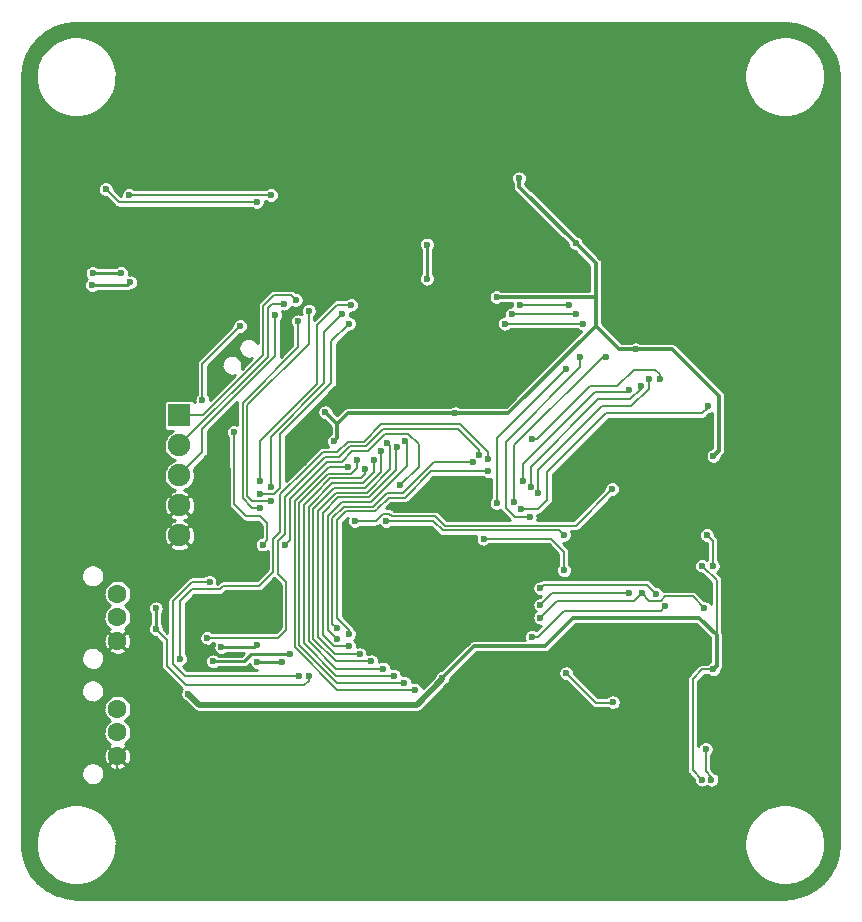
<source format=gbl>
G04 #@! TF.GenerationSoftware,KiCad,Pcbnew,no-vcs-found-feba091~58~ubuntu16.04.1*
G04 #@! TF.CreationDate,2017-06-30T13:37:27+01:00*
G04 #@! TF.ProjectId,TOAD,544F41442E6B696361645F7063620000,rev?*
G04 #@! TF.FileFunction,Copper,L2,Bot,Signal*
G04 #@! TF.FilePolarity,Positive*
%FSLAX46Y46*%
G04 Gerber Fmt 4.6, Leading zero omitted, Abs format (unit mm)*
G04 Created by KiCad (PCBNEW no-vcs-found-feba091~58~ubuntu16.04.1) date Fri Jun 30 13:37:27 2017*
%MOMM*%
%LPD*%
G01*
G04 APERTURE LIST*
%ADD10C,0.100000*%
%ADD11C,0.300000*%
%ADD12R,1.900000X1.900000*%
%ADD13C,1.900000*%
%ADD14C,1.600000*%
%ADD15R,5.000000X2.400000*%
%ADD16C,0.600000*%
%ADD17C,0.200000*%
%ADD18C,0.320000*%
%ADD19C,0.250000*%
%ADD20C,0.500000*%
G04 APERTURE END LIST*
D10*
D11*
X73600000Y-106350000D03*
X73600000Y-105150000D03*
X72400000Y-106350000D03*
X72400000Y-105150000D03*
D12*
X68750000Y-88670000D03*
D13*
X68750000Y-91210000D03*
X68750000Y-93750000D03*
X68750000Y-96290000D03*
X68750000Y-98830000D03*
D14*
X63500000Y-117500000D03*
X63500000Y-115500000D03*
X63500000Y-113500000D03*
X63500000Y-103750000D03*
X63500000Y-105750000D03*
X63500000Y-107750000D03*
D15*
X122300000Y-69375000D03*
X122300000Y-78125000D03*
X122344228Y-96223650D03*
X122344228Y-87473650D03*
X122325000Y-114215000D03*
X122325000Y-105465000D03*
D16*
X113000000Y-119500000D03*
X113000000Y-101400000D03*
X89700000Y-77100000D03*
X89700000Y-74200000D03*
X97500000Y-68600000D03*
X95600971Y-78635153D03*
X102300000Y-74100000D03*
X107374999Y-83074999D03*
X91000000Y-110900000D03*
X81825735Y-90850000D03*
X69500000Y-112250000D03*
X92100000Y-88500000D03*
X81100000Y-88400000D03*
X113935000Y-110170000D03*
X113969228Y-92098650D03*
X113000000Y-111600000D03*
X107900000Y-116900000D03*
X111375000Y-117700000D03*
X108000000Y-98700000D03*
X111469228Y-99600000D03*
X107400000Y-101500000D03*
X109400000Y-89300000D03*
X105500000Y-89800000D03*
X105400000Y-107600000D03*
X109700000Y-107800000D03*
X116600000Y-115600000D03*
X122344228Y-98944228D03*
X122325000Y-102725000D03*
X122400000Y-116700000D03*
X118600000Y-114100000D03*
X118665000Y-105465000D03*
X118323650Y-96223650D03*
X118326350Y-87473650D03*
X122300000Y-66700000D03*
X118200000Y-78000000D03*
X122300000Y-80800000D03*
X116550000Y-76750000D03*
X113900000Y-74800000D03*
X113900000Y-72600000D03*
X63950000Y-73350000D03*
X70200000Y-78300000D03*
X68800000Y-79800000D03*
X75700000Y-100900000D03*
X90500000Y-103000000D03*
X90100000Y-108000000D03*
X96500000Y-109200000D03*
X94900000Y-109200000D03*
X120000000Y-100000000D03*
X120000000Y-85000000D03*
X115000000Y-85000000D03*
X110000000Y-80000000D03*
X115000000Y-80000000D03*
X120000000Y-65000000D03*
X115000000Y-60000000D03*
X110000000Y-60000000D03*
X105000000Y-65000000D03*
X105000000Y-60000000D03*
X100000000Y-60000000D03*
X95000000Y-60000000D03*
X90000000Y-60000000D03*
X80000000Y-75000000D03*
X80000000Y-70000000D03*
X85000000Y-70000000D03*
X85000000Y-65000000D03*
X85000000Y-60000000D03*
X80000000Y-60000000D03*
X80000000Y-65000000D03*
X75000000Y-65000000D03*
X75000000Y-60000000D03*
X70000000Y-60000000D03*
X65000000Y-60000000D03*
X70000000Y-75000000D03*
X60000000Y-80000000D03*
X65000000Y-100000000D03*
X65000000Y-95000000D03*
X65000000Y-90000000D03*
X65000000Y-85000000D03*
X60000000Y-85000000D03*
X60000000Y-90000000D03*
X60000000Y-95000000D03*
X60000000Y-100000000D03*
X60000000Y-115000000D03*
X60000000Y-120000000D03*
X120000000Y-120000000D03*
X110000000Y-125000000D03*
X115000000Y-125000000D03*
X100000000Y-115000000D03*
X95000000Y-115000000D03*
X90000000Y-115000000D03*
X85000000Y-115000000D03*
X80000000Y-115000000D03*
X85000000Y-120000000D03*
X90000000Y-120000000D03*
X95000000Y-120000000D03*
X100000000Y-120000000D03*
X105000000Y-120000000D03*
X105000000Y-125000000D03*
X100000000Y-125000000D03*
X95000000Y-125000000D03*
X90000000Y-125000000D03*
X85000000Y-125000000D03*
X80000000Y-125000000D03*
X80000000Y-120000000D03*
X75000000Y-125000000D03*
X75000000Y-120000000D03*
X70000000Y-120000000D03*
X70000000Y-125000000D03*
X65000000Y-125000000D03*
X65000000Y-120000000D03*
X102600000Y-107300000D03*
X106700000Y-110770000D03*
X108015000Y-110770000D03*
X108000000Y-109470000D03*
X106715000Y-109470000D03*
X114100000Y-113200000D03*
X109400000Y-112100000D03*
X114098650Y-95798650D03*
X113100000Y-93900000D03*
X109500000Y-94300000D03*
X106794228Y-92673650D03*
X108094228Y-92673650D03*
X108100000Y-91300000D03*
X106700000Y-91300000D03*
X102200000Y-76300000D03*
X93964847Y-74835153D03*
X95600000Y-73300000D03*
X92100000Y-77200000D03*
X63950000Y-72250000D03*
X84800000Y-85400000D03*
X70200000Y-79800000D03*
X97200000Y-85200000D03*
X95600000Y-86800000D03*
X93000000Y-110400000D03*
X93800000Y-109600000D03*
X92200000Y-108000000D03*
X91200000Y-109000000D03*
X75200000Y-98800000D03*
X75200000Y-98000000D03*
X93000000Y-99400000D03*
X88700000Y-104300000D03*
X89200000Y-96000000D03*
X91800000Y-99400000D03*
X87200000Y-96400000D03*
X71200000Y-108600000D03*
X70200000Y-104200000D03*
X71200000Y-104200000D03*
X75300000Y-104300000D03*
X73000000Y-115000000D03*
X84500000Y-103600000D03*
X97500000Y-123000000D03*
X92500000Y-123000000D03*
X87500000Y-123000000D03*
X82500000Y-123000000D03*
X75800000Y-99600000D03*
X77700000Y-99600000D03*
X87400000Y-94600000D03*
X73374990Y-90074990D03*
X70700000Y-87400000D03*
X73900000Y-81100000D03*
X75300000Y-108100000D03*
X72300000Y-108300000D03*
X78600000Y-78900000D03*
X77600000Y-79200000D03*
X76862849Y-80162849D03*
X83600000Y-97600000D03*
X105400000Y-94900000D03*
X105425000Y-112950000D03*
X101500000Y-110500000D03*
X98600000Y-107400000D03*
X109900000Y-104800000D03*
X113300000Y-116900000D03*
X113800000Y-119500000D03*
X113900000Y-101400000D03*
X101300000Y-98800000D03*
X113400000Y-98800000D03*
X86250000Y-97600000D03*
X113200000Y-105000000D03*
X107900000Y-103700000D03*
X99300000Y-105800000D03*
X106800000Y-103700000D03*
X99300000Y-104700000D03*
X102700000Y-83700000D03*
X98400000Y-97300000D03*
X113500000Y-87900000D03*
X97700000Y-96600000D03*
X97100000Y-96000000D03*
X104900000Y-83700000D03*
X101300000Y-101800000D03*
X94500000Y-99100000D03*
X101500000Y-84700000D03*
X95600000Y-96100000D03*
X99150000Y-95250000D03*
X108500000Y-85600000D03*
X98500000Y-94700000D03*
X107800000Y-86200000D03*
X97800000Y-94200000D03*
X106800000Y-86500000D03*
X71300000Y-102750000D03*
X78900000Y-110700000D03*
X83100000Y-107200000D03*
X94900000Y-93400000D03*
X94900000Y-92400000D03*
X68800000Y-109300000D03*
X79700000Y-110700000D03*
X82100000Y-106700000D03*
X93600000Y-92600000D03*
X66750000Y-105000000D03*
X66750000Y-106750000D03*
X94112149Y-91985421D03*
X71100000Y-107500000D03*
X109100000Y-103800000D03*
X99300000Y-103300000D03*
X98600000Y-90700000D03*
X109400000Y-85600000D03*
X87827213Y-90824257D03*
X82100000Y-107600000D03*
X87199999Y-91320849D03*
X83100000Y-108200000D03*
X76500000Y-70000000D03*
X64500000Y-70000000D03*
X75300000Y-70600000D03*
X62500000Y-69500000D03*
X84000000Y-108900000D03*
X86300000Y-91000000D03*
X85000000Y-109500000D03*
X85800000Y-91700000D03*
X85999999Y-110100001D03*
X85200000Y-92446299D03*
X86900000Y-110700000D03*
X84500000Y-93200000D03*
X87800000Y-111300000D03*
X83750000Y-92450000D03*
X88700000Y-111900000D03*
X83000000Y-93000000D03*
X64600000Y-77400000D03*
X61350000Y-77650000D03*
X61400000Y-76600000D03*
X63800000Y-76600000D03*
X77450000Y-109550000D03*
X75350000Y-109550000D03*
X78100000Y-108900000D03*
X71600000Y-109500000D03*
X101700000Y-79300000D03*
X97600000Y-79300000D03*
X83300000Y-79300000D03*
X75600000Y-94200000D03*
X102300000Y-80100000D03*
X96900000Y-80100000D03*
X82500000Y-80100000D03*
X76500000Y-94700000D03*
X102900000Y-80900000D03*
X96300000Y-80900000D03*
X83100000Y-80900000D03*
X75600000Y-95300000D03*
X79700000Y-79800000D03*
X76500000Y-95900000D03*
X78800000Y-80700000D03*
X75600000Y-96500000D03*
D17*
X113000000Y-119500000D02*
X112200000Y-118700000D01*
X112200000Y-118700000D02*
X112200000Y-111000000D01*
X112200000Y-111000000D02*
X113030000Y-110170000D01*
X113030000Y-110170000D02*
X113935000Y-110170000D01*
X114234999Y-107300000D02*
X114234999Y-102634999D01*
X114234999Y-102634999D02*
X113000000Y-101400000D01*
D18*
X114234999Y-107300000D02*
X114234999Y-109700000D01*
X114234999Y-109700000D02*
X114234999Y-109870001D01*
X114234999Y-109870001D02*
X113935000Y-110170000D01*
X112734999Y-105800000D02*
X114234999Y-107300000D01*
X102100000Y-105800000D02*
X112734999Y-105800000D01*
X99700000Y-108200000D02*
X102100000Y-105800000D01*
X93700000Y-108200000D02*
X99700000Y-108200000D01*
X91000000Y-110900000D02*
X93700000Y-108200000D01*
X114400000Y-87000000D02*
X114400000Y-91667878D01*
X114400000Y-91667878D02*
X113969228Y-92098650D01*
X107374999Y-83074999D02*
X110474999Y-83074999D01*
X110474999Y-83074999D02*
X114400000Y-87000000D01*
X102300000Y-74100000D02*
X97500000Y-69300000D01*
X97500000Y-69300000D02*
X97500000Y-68600000D01*
X103935153Y-78635153D02*
X95600971Y-78635153D01*
X104000000Y-81100000D02*
X104000000Y-75800000D01*
X104000000Y-75800000D02*
X102300000Y-74100000D01*
X105974999Y-83074999D02*
X107374999Y-83074999D01*
X104000000Y-81100000D02*
X105974999Y-83074999D01*
X96600000Y-88500000D02*
X104000000Y-81100000D01*
X92100000Y-88500000D02*
X96600000Y-88500000D01*
X83000000Y-88500000D02*
X92100000Y-88500000D01*
X82100000Y-89400000D02*
X83000000Y-88500000D01*
X82125734Y-90550001D02*
X82125734Y-89425734D01*
X82125734Y-89425734D02*
X81100000Y-88400000D01*
X81825735Y-90850000D02*
X82125734Y-90550001D01*
D19*
X89700000Y-74200000D02*
X89700000Y-77100000D01*
X104000000Y-81100000D02*
X104000000Y-78700000D01*
X104000000Y-78700000D02*
X104000000Y-75800000D01*
X103935153Y-78635153D02*
X104000000Y-78700000D01*
D20*
X88850000Y-113150000D02*
X91000000Y-111000000D01*
X91000000Y-111000000D02*
X91000000Y-110900000D01*
X70400000Y-113150000D02*
X88850000Y-113150000D01*
X69500000Y-112250000D02*
X70400000Y-113150000D01*
D19*
X82125734Y-89425734D02*
X82100000Y-89400000D01*
X82100000Y-89400000D02*
X81100000Y-88400000D01*
D17*
X111469228Y-99600000D02*
X108800000Y-99600000D01*
X108800000Y-99600000D02*
X107400000Y-101000000D01*
X107400000Y-101000000D02*
X107400000Y-101500000D01*
X106700000Y-91000000D02*
X105500000Y-89800000D01*
X106700000Y-91300000D02*
X106700000Y-91000000D01*
X122325000Y-114215000D02*
X122325000Y-116625000D01*
X122325000Y-116625000D02*
X122400000Y-116700000D01*
X118325000Y-78125000D02*
X118200000Y-78000000D01*
X122300000Y-78125000D02*
X118325000Y-78125000D01*
X94900000Y-109200000D02*
X96500000Y-109200000D01*
X122500000Y-85000000D02*
X122500000Y-87317878D01*
X122500000Y-87317878D02*
X122344228Y-87473650D01*
X120000000Y-85000000D02*
X122500000Y-85000000D01*
X120000000Y-100000000D02*
X122344228Y-97655772D01*
X122344228Y-97655772D02*
X122344228Y-96223650D01*
X120000000Y-85000000D02*
X115000000Y-85000000D01*
X115000000Y-80000000D02*
X115000000Y-85000000D01*
X110000000Y-80000000D02*
X115000000Y-80000000D01*
X115000000Y-65000000D02*
X120000000Y-65000000D01*
X115000000Y-60000000D02*
X115000000Y-65000000D01*
X110000000Y-60000000D02*
X115000000Y-60000000D01*
X105000000Y-60000000D02*
X110000000Y-60000000D01*
X105000000Y-60000000D02*
X105000000Y-65000000D01*
X100000000Y-60000000D02*
X105000000Y-60000000D01*
X95000000Y-60000000D02*
X100000000Y-60000000D01*
X85000000Y-60000000D02*
X85000000Y-65000000D01*
X95000000Y-60000000D02*
X85000000Y-60000000D01*
X90000000Y-60000000D02*
X95000000Y-60000000D01*
X85000000Y-60000000D02*
X90000000Y-60000000D01*
X80000000Y-60000000D02*
X85000000Y-60000000D01*
X75000000Y-60000000D02*
X80000000Y-60000000D01*
X70000000Y-60000000D02*
X75000000Y-60000000D01*
X65000000Y-60000000D02*
X70000000Y-60000000D01*
X75000000Y-65000000D02*
X75000000Y-60000000D01*
X80000000Y-65000000D02*
X75000000Y-65000000D01*
X80000000Y-70000000D02*
X80000000Y-65000000D01*
X80000000Y-70000000D02*
X85000000Y-70000000D01*
X80000000Y-75000000D02*
X80000000Y-70000000D01*
X70000000Y-75000000D02*
X80000000Y-75000000D01*
X65000000Y-85000000D02*
X65000000Y-80000000D01*
X65000000Y-80000000D02*
X70000000Y-75000000D01*
X60000000Y-80000000D02*
X60000000Y-85000000D01*
X60000000Y-95000000D02*
X65000000Y-95000000D01*
X60000000Y-90000000D02*
X65000000Y-90000000D01*
X60000000Y-85000000D02*
X65000000Y-85000000D01*
X60000000Y-90000000D02*
X60000000Y-85000000D01*
X60000000Y-95000000D02*
X60000000Y-90000000D01*
X60000000Y-100000000D02*
X60000000Y-95000000D01*
X65000000Y-100000000D02*
X60000000Y-100000000D01*
X60000000Y-115000000D02*
X60000000Y-100000000D01*
X60000000Y-120000000D02*
X60000000Y-115000000D01*
X65000000Y-120000000D02*
X60000000Y-120000000D01*
X80000000Y-115000000D02*
X80000000Y-120000000D01*
X85000000Y-115000000D02*
X85000000Y-120000000D01*
X90000000Y-115000000D02*
X90000000Y-120000000D01*
X95000000Y-115000000D02*
X95000000Y-120000000D01*
X100000000Y-115000000D02*
X100000000Y-120000000D01*
X115000000Y-120000000D02*
X115000000Y-125000000D01*
X120000000Y-120000000D02*
X115000000Y-120000000D01*
X105000000Y-120000000D02*
X105000000Y-125000000D01*
X110000000Y-125000000D02*
X115000000Y-125000000D01*
X110000000Y-125000000D02*
X105000000Y-125000000D01*
X100000000Y-125000000D02*
X105000000Y-125000000D01*
X95000000Y-125000000D02*
X100000000Y-125000000D01*
X90000000Y-125000000D02*
X95000000Y-125000000D01*
X85000000Y-125000000D02*
X90000000Y-125000000D01*
X80000000Y-125000000D02*
X85000000Y-125000000D01*
X95000000Y-120000000D02*
X100000000Y-120000000D01*
X90000000Y-120000000D02*
X95000000Y-120000000D01*
X85000000Y-120000000D02*
X90000000Y-120000000D01*
X80000000Y-120000000D02*
X85000000Y-120000000D01*
X75000000Y-120000000D02*
X80000000Y-120000000D01*
X75000000Y-120000000D02*
X75000000Y-125000000D01*
X70000000Y-120000000D02*
X70000000Y-125000000D01*
X75000000Y-125000000D02*
X80000000Y-125000000D01*
X70000000Y-125000000D02*
X75000000Y-125000000D01*
X65000000Y-125000000D02*
X70000000Y-125000000D01*
X65000000Y-120000000D02*
X65000000Y-125000000D01*
X63500000Y-117500000D02*
X63500000Y-118500000D01*
X63500000Y-118500000D02*
X65000000Y-120000000D01*
D19*
X104770000Y-109470000D02*
X102600000Y-107300000D01*
X106715000Y-109470000D02*
X104770000Y-109470000D01*
D17*
X95600000Y-86800000D02*
X97200000Y-85200000D01*
X88700000Y-104300000D02*
X88700000Y-106500000D01*
X88700000Y-106500000D02*
X91200000Y-109000000D01*
X75200000Y-98000000D02*
X75200000Y-98800000D01*
X70200000Y-108200000D02*
X70600000Y-108600000D01*
X70600000Y-108600000D02*
X71200000Y-108600000D01*
X70200000Y-104200000D02*
X70200000Y-108200000D01*
X71300000Y-104300000D02*
X71200000Y-104200000D01*
X75300000Y-104300000D02*
X71300000Y-104300000D01*
X76200000Y-97800000D02*
X76200000Y-99200000D01*
X76200000Y-99200000D02*
X75800000Y-99600000D01*
X75600000Y-97200000D02*
X76200000Y-97800000D01*
X74400000Y-97200000D02*
X75600000Y-97200000D01*
X73400000Y-96200000D02*
X74400000Y-97200000D01*
X81234312Y-92599990D02*
X81234311Y-92599990D01*
X81234311Y-92599990D02*
X78099920Y-95734381D01*
X78099920Y-95734381D02*
X78099920Y-99200080D01*
X78099920Y-99200080D02*
X77700000Y-99600000D01*
X89000000Y-91109042D02*
X88115214Y-90224256D01*
X87400000Y-94600000D02*
X89000000Y-93000000D01*
X84700000Y-91700000D02*
X83400001Y-91700000D01*
X89000000Y-93000000D02*
X89000000Y-91109042D01*
X88115214Y-90224256D02*
X86175744Y-90224256D01*
X86175744Y-90224256D02*
X84700000Y-91700000D01*
X83400001Y-91700000D02*
X82500010Y-92599990D01*
X82500010Y-92599990D02*
X81234312Y-92599990D01*
X81234312Y-92599990D02*
X81200000Y-92634302D01*
X73400000Y-93065699D02*
X73374990Y-93040689D01*
X73400000Y-96200000D02*
X73400000Y-93065699D01*
X73374990Y-93040689D02*
X73374990Y-90074990D01*
X70700000Y-84300000D02*
X70700000Y-87400000D01*
X73900000Y-81100000D02*
X70700000Y-84300000D01*
D19*
X72300000Y-108300000D02*
X75100000Y-108300000D01*
X75100000Y-108300000D02*
X75300000Y-108100000D01*
D17*
X78200000Y-78500000D02*
X78600000Y-78900000D01*
X76734301Y-78500000D02*
X78200000Y-78500000D01*
X70724302Y-88670000D02*
X75862838Y-83531464D01*
X75862838Y-83531464D02*
X75862838Y-79371463D01*
X75862838Y-79371463D02*
X76734301Y-78500000D01*
X68750000Y-88670000D02*
X70724302Y-88670000D01*
X76262848Y-79537152D02*
X76600000Y-79200000D01*
X76600000Y-79200000D02*
X77600000Y-79200000D01*
X68750000Y-91210000D02*
X76262848Y-83697152D01*
X76262848Y-83697152D02*
X76262848Y-79537152D01*
X76862849Y-83662849D02*
X76862849Y-80162849D01*
X73212849Y-87312849D02*
X76862849Y-83662849D01*
X70700000Y-89825698D02*
X73212849Y-87312849D01*
X70700000Y-91110002D02*
X70700000Y-89825698D01*
X68750000Y-93750000D02*
X70700000Y-91800000D01*
X70700000Y-91800000D02*
X70700000Y-91110002D01*
X105400000Y-94900000D02*
X102300000Y-98000000D01*
X102300000Y-98000000D02*
X91200000Y-98000000D01*
X85361998Y-97600000D02*
X83600000Y-97600000D01*
X91200000Y-98000000D02*
X90400000Y-97200000D01*
X90400000Y-97200000D02*
X86738002Y-97200000D01*
X86738002Y-97200000D02*
X86538001Y-96999999D01*
X86538001Y-96999999D02*
X85961999Y-96999999D01*
X85961999Y-96999999D02*
X85361998Y-97600000D01*
X104000000Y-113000000D02*
X105375000Y-113000000D01*
X105375000Y-113000000D02*
X105425000Y-112950000D01*
X101500000Y-110500000D02*
X104000000Y-113000000D01*
X98600000Y-107400000D02*
X99100000Y-107400000D01*
X99100000Y-107400000D02*
X101300000Y-105200000D01*
X101300000Y-105200000D02*
X109500000Y-105200000D01*
X109500000Y-105200000D02*
X109900000Y-104800000D01*
X113300000Y-118800000D02*
X113300000Y-116900000D01*
X113800000Y-119300000D02*
X113300000Y-118800000D01*
X113800000Y-119500000D02*
X113800000Y-119300000D01*
X113400000Y-98800000D02*
X113900000Y-99300000D01*
X113900000Y-99300000D02*
X113900000Y-101400000D01*
X90334302Y-97700000D02*
X91034302Y-98400000D01*
X86250000Y-97600000D02*
X90234302Y-97600000D01*
X90234302Y-97600000D02*
X90334302Y-97700000D01*
X100900000Y-98400000D02*
X101300000Y-98800000D01*
X91034302Y-98400000D02*
X100900000Y-98400000D01*
X112200000Y-104000000D02*
X113200000Y-105000000D01*
X109885998Y-104000000D02*
X112200000Y-104000000D01*
X107900000Y-103700000D02*
X108550001Y-104350001D01*
X108550001Y-104350001D02*
X109535997Y-104350001D01*
X109535997Y-104350001D02*
X109885998Y-104000000D01*
X107200000Y-104400000D02*
X107900000Y-103700000D01*
X100700000Y-104400000D02*
X107200000Y-104400000D01*
X99850001Y-105249999D02*
X100700000Y-104400000D01*
X99300000Y-105800000D02*
X99850001Y-105249999D01*
X106800000Y-103700000D02*
X100300000Y-103700000D01*
X100300000Y-103700000D02*
X99300000Y-104700000D01*
X102700000Y-84600000D02*
X102700000Y-83700000D01*
X98400000Y-97300000D02*
X97200000Y-97300000D01*
X97200000Y-97300000D02*
X96400000Y-96500000D01*
X96400000Y-90900000D02*
X102700000Y-84600000D01*
X96400000Y-96500000D02*
X96400000Y-90900000D01*
X113000000Y-88500000D02*
X113500000Y-88000000D01*
X113500000Y-88000000D02*
X113500000Y-87900000D01*
X104900000Y-88500000D02*
X113000000Y-88500000D01*
X99900000Y-93500000D02*
X104900000Y-88500000D01*
X99900000Y-95800000D02*
X99900000Y-93500000D01*
X99100000Y-96600000D02*
X99900000Y-95800000D01*
X97700000Y-96600000D02*
X99100000Y-96600000D01*
X97100000Y-96000000D02*
X97100000Y-91200000D01*
X97100000Y-91200000D02*
X104600000Y-83700000D01*
X104600000Y-83700000D02*
X104900000Y-83700000D01*
X101300000Y-100200000D02*
X101300000Y-101800000D01*
X100200000Y-99100000D02*
X101300000Y-100200000D01*
X94500000Y-99100000D02*
X100200000Y-99100000D01*
X95600000Y-90600000D02*
X101500000Y-84700000D01*
X95600000Y-96100000D02*
X95600000Y-90600000D01*
X108500000Y-86419252D02*
X108500000Y-85600000D01*
X104500000Y-87900000D02*
X107019252Y-87900000D01*
X107019252Y-87900000D02*
X108500000Y-86419252D01*
X99150000Y-93250000D02*
X104500000Y-87900000D01*
X99150000Y-95250000D02*
X99150000Y-93250000D01*
X98500000Y-94700000D02*
X98500000Y-93000000D01*
X107800000Y-86400000D02*
X107800000Y-86200000D01*
X98500000Y-93000000D02*
X104200000Y-87300000D01*
X104200000Y-87300000D02*
X106900000Y-87300000D01*
X106900000Y-87300000D02*
X107800000Y-86400000D01*
X97800000Y-94200000D02*
X97800000Y-92800000D01*
X97800000Y-92800000D02*
X103900000Y-86700000D01*
X103900000Y-86700000D02*
X106600000Y-86700000D01*
X106600000Y-86700000D02*
X106800000Y-86500000D01*
X78900000Y-110700000D02*
X69200000Y-110700000D01*
X69200000Y-110700000D02*
X68200000Y-109700000D01*
X68200000Y-109700000D02*
X68200000Y-104400000D01*
X68200000Y-104400000D02*
X69850000Y-102750000D01*
X69850000Y-102750000D02*
X71300000Y-102750000D01*
X82711999Y-106411999D02*
X83100000Y-106800000D01*
X83100000Y-106800000D02*
X83100000Y-107200000D01*
X82388002Y-106100000D02*
X82700001Y-106411999D01*
X82700001Y-106411999D02*
X82711999Y-106411999D01*
X82100020Y-105734321D02*
X82100020Y-105812018D01*
X82100020Y-105812018D02*
X82388002Y-106100000D01*
X82100020Y-98165689D02*
X82100020Y-105734321D01*
X82831376Y-96800081D02*
X82100020Y-97531437D01*
X82100020Y-97531437D02*
X82100020Y-98165689D01*
X85284076Y-96800081D02*
X82831376Y-96800081D01*
X86457917Y-95642083D02*
X85500000Y-96600000D01*
X85500000Y-96600000D02*
X85484157Y-96600000D01*
X85484157Y-96600000D02*
X85284076Y-96800081D01*
X87811618Y-95642083D02*
X86457917Y-95642083D01*
X90053700Y-93400000D02*
X87811618Y-95642083D01*
X94900000Y-93400000D02*
X90053700Y-93400000D01*
X68800000Y-109300000D02*
X68800000Y-104400000D01*
X69800000Y-103400000D02*
X72172303Y-103400000D01*
X68800000Y-104400000D02*
X69800000Y-103400000D01*
X77299900Y-95353800D02*
X79452247Y-93201453D01*
X72172303Y-103400000D02*
X72472313Y-103099990D01*
X72472313Y-103099990D02*
X75500010Y-103099990D01*
X76700000Y-101900000D02*
X76700000Y-99146300D01*
X75500010Y-103099990D02*
X76700000Y-101900000D01*
X76700000Y-99146300D02*
X77299900Y-98546400D01*
X77299900Y-98546400D02*
X77299900Y-95353800D01*
X79452247Y-93201453D02*
X79501453Y-93201453D01*
X79501453Y-93201453D02*
X80902936Y-91799970D01*
X80902936Y-91799970D02*
X82134331Y-91799970D01*
X84368623Y-90899980D02*
X85844366Y-89424236D01*
X82134331Y-91799970D02*
X83034321Y-90899980D01*
X92540927Y-89424236D02*
X94900000Y-91783310D01*
X83034321Y-90899980D02*
X84368623Y-90899980D01*
X85844366Y-89424236D02*
X92540927Y-89424236D01*
X94900000Y-91783310D02*
X94900000Y-92400000D01*
X67700000Y-109900000D02*
X67700000Y-107700000D01*
X67700000Y-107700000D02*
X66750000Y-106750000D01*
X69300000Y-111500000D02*
X67700000Y-109900000D01*
X79324264Y-111500000D02*
X69300000Y-111500000D01*
X79700000Y-110700000D02*
X79700000Y-111124264D01*
X79700000Y-111124264D02*
X79324264Y-111500000D01*
X82100000Y-106700000D02*
X81700010Y-106300010D01*
X81700010Y-106300010D02*
X81700010Y-97365749D01*
X82665688Y-96400071D02*
X85118387Y-96400071D01*
X81700010Y-97365749D02*
X82665688Y-96400071D01*
X85118387Y-96400071D02*
X86318456Y-95200001D01*
X87688001Y-95200001D02*
X90288002Y-92600000D01*
X86318456Y-95200001D02*
X87688001Y-95200001D01*
X90288002Y-92600000D02*
X93600000Y-92600000D01*
D19*
X66750000Y-106750000D02*
X66750000Y-105000000D01*
D17*
X77800000Y-106800000D02*
X77800000Y-102800000D01*
X77800000Y-102800000D02*
X77100000Y-102100000D01*
X77100000Y-107500000D02*
X77800000Y-106800000D01*
X71100000Y-107500000D02*
X77100000Y-107500000D01*
X77100000Y-102100000D02*
X77100000Y-99311998D01*
X77100000Y-99311998D02*
X77699910Y-98712088D01*
X77699910Y-95568692D02*
X81068623Y-92199980D01*
X77699910Y-98712088D02*
X77699910Y-95568692D01*
X81068623Y-92199980D02*
X81068624Y-92199980D01*
X81068624Y-92199980D02*
X81034310Y-92234294D01*
X83234312Y-91299990D02*
X83200010Y-91299990D01*
X83200010Y-91299990D02*
X82300020Y-92199980D01*
X82300020Y-92199980D02*
X81068624Y-92199980D01*
X84534311Y-91299990D02*
X83234312Y-91299990D01*
X86500000Y-89824246D02*
X86010055Y-89824246D01*
X86010055Y-89824246D02*
X84534311Y-91299990D01*
X88280903Y-89824246D02*
X86500000Y-89824246D01*
X92375238Y-89824246D02*
X88280903Y-89824246D01*
X94112149Y-91985421D02*
X94112149Y-91561157D01*
X94112149Y-91561157D02*
X92375238Y-89824246D01*
X108300000Y-103000000D02*
X109100000Y-103800000D01*
X99600000Y-103000000D02*
X108300000Y-103000000D01*
X99300000Y-103300000D02*
X99600000Y-103000000D01*
X98600000Y-90700000D02*
X99000000Y-90700000D01*
X105800000Y-86200000D02*
X107200000Y-84800000D01*
X99000000Y-90700000D02*
X103500000Y-86200000D01*
X103500000Y-86200000D02*
X105800000Y-86200000D01*
X107200000Y-84800000D02*
X109000000Y-84800000D01*
X109000000Y-84800000D02*
X109400000Y-85200000D01*
X109400000Y-85200000D02*
X109400000Y-85600000D01*
X88000000Y-92952759D02*
X88000000Y-90997044D01*
X88000000Y-90997044D02*
X87827213Y-90824257D01*
X84952698Y-96000061D02*
X88000000Y-92952759D01*
X82100000Y-107600000D02*
X81300000Y-106800000D01*
X81300000Y-106800000D02*
X81300000Y-97200061D01*
X81300000Y-97200061D02*
X82500000Y-96000061D01*
X82500000Y-96000061D02*
X84952698Y-96000061D01*
X87100000Y-93287059D02*
X87100000Y-91420848D01*
X87100000Y-91420848D02*
X87199999Y-91320849D01*
X87100000Y-93287059D02*
X84787009Y-95600051D01*
X84787009Y-95600051D02*
X82194137Y-95600051D01*
X80899990Y-97034372D02*
X80899990Y-97700000D01*
X82194137Y-95600051D02*
X80899990Y-96894198D01*
X80899990Y-96894198D02*
X80899990Y-97034372D01*
X81811998Y-108200000D02*
X83100000Y-108200000D01*
X80899990Y-107017800D02*
X80899990Y-107287992D01*
X80899990Y-107287992D02*
X81811998Y-108200000D01*
X80899990Y-97700000D02*
X80899990Y-97800000D01*
X80899990Y-97700000D02*
X80899990Y-107017800D01*
X64500000Y-70000000D02*
X76500000Y-70000000D01*
X75300000Y-70600000D02*
X74875735Y-70600001D01*
X63600001Y-70600001D02*
X62500000Y-69500000D01*
X74875735Y-70600001D02*
X63600001Y-70600001D01*
X81946299Y-108900000D02*
X84000000Y-108900000D01*
X80499980Y-107183488D02*
X80499980Y-107453681D01*
X80499980Y-107453681D02*
X81946299Y-108900000D01*
X80499980Y-97800000D02*
X80499980Y-107183488D01*
X80499980Y-96868683D02*
X80499980Y-97800000D01*
X80747086Y-96481404D02*
X80499980Y-96728509D01*
X80499980Y-96728509D02*
X80499980Y-96868683D01*
X80747086Y-96481404D02*
X81464245Y-95764245D01*
X86300000Y-91000000D02*
X86599999Y-91299999D01*
X86599999Y-91299999D02*
X86599999Y-93221361D01*
X86599999Y-93221361D02*
X84621320Y-95200041D01*
X84621320Y-95200041D02*
X82028449Y-95200041D01*
X82028449Y-95200041D02*
X80747086Y-96481404D01*
X81980600Y-109500000D02*
X85000000Y-109500000D01*
X80099970Y-107349176D02*
X80099970Y-107619370D01*
X80099970Y-107619370D02*
X81980600Y-109500000D01*
X80099970Y-97300000D02*
X80099970Y-107349176D01*
X80099970Y-96702994D02*
X80099970Y-97300000D01*
X80131396Y-96531396D02*
X80099970Y-96562822D01*
X80099970Y-96562822D02*
X80099970Y-96702994D01*
X80581396Y-96081396D02*
X80131396Y-96531396D01*
X81862761Y-94800031D02*
X80581396Y-96081396D01*
X82000000Y-94800031D02*
X81862761Y-94800031D01*
X83785068Y-94800031D02*
X82000000Y-94800031D01*
X85800000Y-91700000D02*
X85800000Y-93455661D01*
X85800000Y-93455661D02*
X84455631Y-94800031D01*
X84455631Y-94800031D02*
X83785068Y-94800031D01*
X85999999Y-110100001D02*
X82014903Y-110100001D01*
X82014903Y-110100001D02*
X79699960Y-107785058D01*
X79699960Y-107785058D02*
X79699960Y-96397133D01*
X79699960Y-96397133D02*
X81697073Y-94400021D01*
X81697073Y-94400021D02*
X84289942Y-94400021D01*
X84289942Y-94400021D02*
X85200000Y-93489962D01*
X85200000Y-93489962D02*
X85200000Y-92446299D01*
X79299950Y-107680552D02*
X79299950Y-107950747D01*
X79299950Y-107950747D02*
X82049205Y-110700002D01*
X82049205Y-110700002D02*
X86899998Y-110700002D01*
X86899998Y-110700002D02*
X86900000Y-110700000D01*
X79299950Y-98499950D02*
X79299950Y-107680552D01*
X79365698Y-96165698D02*
X79299950Y-96231446D01*
X79299950Y-96231446D02*
X79299950Y-98499950D01*
X80232857Y-95298539D02*
X79365698Y-96165698D01*
X83453690Y-94000011D02*
X81531385Y-94000011D01*
X81531385Y-94000011D02*
X80232857Y-95298539D01*
X84500000Y-93200000D02*
X84500000Y-93624264D01*
X84500000Y-93624264D02*
X84124253Y-94000011D01*
X84124253Y-94000011D02*
X83453690Y-94000011D01*
X78899940Y-107846240D02*
X78899940Y-108116436D01*
X78899940Y-108116436D02*
X82083504Y-111300000D01*
X82083504Y-111300000D02*
X87800000Y-111300000D01*
X78899940Y-98699940D02*
X78899940Y-107846240D01*
X79832849Y-95132849D02*
X78899940Y-96065757D01*
X78899940Y-96065757D02*
X78899940Y-98699940D01*
X81365697Y-93600001D02*
X79832849Y-95132849D01*
X83750000Y-92450000D02*
X83750000Y-93138002D01*
X83750000Y-93138002D02*
X83288001Y-93600001D01*
X83288001Y-93600001D02*
X81365697Y-93600001D01*
X78499930Y-108011928D02*
X78499930Y-108282125D01*
X78499930Y-108282125D02*
X82117805Y-111900000D01*
X82117805Y-111900000D02*
X88700000Y-111900000D01*
X78499930Y-99099930D02*
X78499930Y-108011928D01*
X81400000Y-93000000D02*
X78499930Y-95900070D01*
X78499930Y-95900070D02*
X78499930Y-99099930D01*
X83000000Y-93000000D02*
X81400000Y-93000000D01*
D19*
X64350000Y-77650000D02*
X64600000Y-77400000D01*
X61350000Y-77650000D02*
X64350000Y-77650000D01*
X61400000Y-76600000D02*
X63800000Y-76600000D01*
X77050000Y-109550000D02*
X77450000Y-109550000D01*
X75350000Y-109550000D02*
X77050000Y-109550000D01*
X77500000Y-108900000D02*
X77700000Y-108900000D01*
X74800000Y-108900000D02*
X77500000Y-108900000D01*
X77500000Y-108900000D02*
X78100000Y-108900000D01*
X71600000Y-109500000D02*
X74200000Y-109500000D01*
X74200000Y-109500000D02*
X74800000Y-108900000D01*
D17*
X97600000Y-79300000D02*
X101700000Y-79300000D01*
X75600000Y-94200000D02*
X75600000Y-90800000D01*
X75600000Y-90800000D02*
X80400000Y-86000000D01*
X80400000Y-86000000D02*
X80400000Y-81000000D01*
X80400000Y-81000000D02*
X82100000Y-79300000D01*
X82100000Y-79300000D02*
X83300000Y-79300000D01*
X96900000Y-80100000D02*
X97324264Y-80100000D01*
X97324264Y-80100000D02*
X102300000Y-80100000D01*
X81000001Y-82100000D02*
X81000001Y-81999999D01*
X81000001Y-85965697D02*
X81000001Y-82100000D01*
X81000001Y-82100000D02*
X81000001Y-81599999D01*
X81000001Y-81599999D02*
X82500000Y-80100000D01*
X76500000Y-94700000D02*
X76500000Y-90465698D01*
X76500000Y-90465698D02*
X81000001Y-85965697D01*
X96300000Y-80900000D02*
X102900000Y-80900000D01*
X81600000Y-82800001D02*
X81600000Y-82400000D01*
X81600000Y-82400000D02*
X83100000Y-80900000D01*
X81600000Y-85965699D02*
X81600000Y-82800001D01*
X81600000Y-82800001D02*
X81600001Y-82800000D01*
X77300000Y-91600000D02*
X77300000Y-90265699D01*
X77300000Y-90265699D02*
X81600000Y-85965699D01*
X77300000Y-94788002D02*
X77300000Y-91600000D01*
X75600000Y-95300000D02*
X76788002Y-95300000D01*
X76788002Y-95300000D02*
X77300000Y-94788002D01*
X79700000Y-80200000D02*
X79700000Y-79800000D01*
X79700000Y-80200000D02*
X79700000Y-82600000D01*
X79700000Y-82600000D02*
X74500000Y-87800000D01*
X74500000Y-87800000D02*
X74500000Y-95500000D01*
X74500000Y-95500000D02*
X74900000Y-95900000D01*
X74900000Y-95900000D02*
X76500000Y-95900000D01*
X78800000Y-81100000D02*
X78800000Y-80700000D01*
X78800000Y-81100000D02*
X78800000Y-82900000D01*
X78800000Y-82900000D02*
X74099992Y-87600008D01*
X74099992Y-93199992D02*
X74100000Y-93200000D01*
X74099992Y-87600008D02*
X74099992Y-93199992D01*
X74100000Y-93200000D02*
X74100000Y-95665699D01*
X74100000Y-95665699D02*
X74934301Y-96500000D01*
X74934301Y-96500000D02*
X75600000Y-96500000D01*
D19*
X60000627Y-55425000D02*
X119979210Y-55425000D01*
X58621554Y-55662500D02*
X121379652Y-55662500D01*
X58014025Y-55900000D02*
X121983190Y-55900000D01*
X57574777Y-56137500D02*
X122429862Y-56137500D01*
X57241982Y-56375000D02*
X122756143Y-56375000D01*
X56954894Y-56612500D02*
X59478877Y-56612500D01*
X60531316Y-56612500D02*
X119478877Y-56612500D01*
X120531316Y-56612500D02*
X123047346Y-56612500D01*
X56696222Y-56850000D02*
X58653208Y-56850000D01*
X61345180Y-56850000D02*
X118653208Y-56850000D01*
X121345180Y-56850000D02*
X123300723Y-56850000D01*
X56502521Y-57087500D02*
X58195514Y-57087500D01*
X61807203Y-57087500D02*
X118195514Y-57087500D01*
X121807203Y-57087500D02*
X123497201Y-57087500D01*
X56308820Y-57325000D02*
X57836199Y-57325000D01*
X62159312Y-57325000D02*
X117836199Y-57325000D01*
X122159312Y-57325000D02*
X123693678Y-57325000D01*
X56141560Y-57562500D02*
X57593672Y-57562500D01*
X62406527Y-57562500D02*
X117593672Y-57562500D01*
X122406527Y-57562500D02*
X123855861Y-57562500D01*
X56015279Y-57800000D02*
X57355250Y-57800000D01*
X62642374Y-57800000D02*
X117355250Y-57800000D01*
X122642374Y-57800000D02*
X123984277Y-57800000D01*
X55888998Y-58037500D02*
X57192630Y-58037500D01*
X62808328Y-58037500D02*
X117192630Y-58037500D01*
X122808328Y-58037500D02*
X124112692Y-58037500D01*
X55766766Y-58275000D02*
X57030010Y-58275000D01*
X62966123Y-58275000D02*
X117030010Y-58275000D01*
X122966123Y-58275000D02*
X124230223Y-58275000D01*
X55695061Y-58512500D02*
X56911056Y-58512500D01*
X63091577Y-58512500D02*
X116911056Y-58512500D01*
X123091577Y-58512500D02*
X124303742Y-58512500D01*
X55623355Y-58750000D02*
X56809263Y-58750000D01*
X63189467Y-58750000D02*
X116809263Y-58750000D01*
X123189467Y-58750000D02*
X124377260Y-58750000D01*
X55551650Y-58987500D02*
X56713548Y-58987500D01*
X63287358Y-58987500D02*
X116713548Y-58987500D01*
X123287358Y-58987500D02*
X124450779Y-58987500D01*
X55503027Y-59225000D02*
X56663065Y-59225000D01*
X63338191Y-59225000D02*
X116663065Y-59225000D01*
X123338191Y-59225000D02*
X124494750Y-59225000D01*
X55479740Y-59462500D02*
X56612583Y-59462500D01*
X63385217Y-59462500D02*
X116612583Y-59462500D01*
X123385217Y-59462500D02*
X124519712Y-59462500D01*
X55456453Y-59700000D02*
X56578709Y-59700000D01*
X63424646Y-59700000D02*
X116578709Y-59700000D01*
X123424646Y-59700000D02*
X124544674Y-59700000D01*
X55433166Y-59937500D02*
X56575392Y-59937500D01*
X63421329Y-59937500D02*
X116575392Y-59937500D01*
X123421330Y-59937500D02*
X124569636Y-59937500D01*
X55425000Y-60175000D02*
X56572076Y-60175000D01*
X63418012Y-60175000D02*
X116572076Y-60175000D01*
X123418013Y-60175000D02*
X124575000Y-60175000D01*
X55425000Y-60412500D02*
X56593351Y-60412500D01*
X63414697Y-60412500D02*
X116593351Y-60412500D01*
X123414697Y-60412500D02*
X124575000Y-60412500D01*
X55425000Y-60650000D02*
X56636940Y-60650000D01*
X63364756Y-60650000D02*
X116636940Y-60650000D01*
X123364756Y-60650000D02*
X124575000Y-60650000D01*
X55425000Y-60887500D02*
X56680530Y-60887500D01*
X63310797Y-60887500D02*
X116680530Y-60887500D01*
X123310797Y-60887500D02*
X124575000Y-60887500D01*
X55425000Y-61125000D02*
X56761580Y-61125000D01*
X63248407Y-61125000D02*
X116761580Y-61125000D01*
X123248407Y-61125000D02*
X124575000Y-61125000D01*
X55425000Y-61362500D02*
X56855613Y-61362500D01*
X63142665Y-61362500D02*
X116855613Y-61362500D01*
X123142665Y-61362500D02*
X124575000Y-61362500D01*
X55425000Y-61600000D02*
X56956323Y-61600000D01*
X63036923Y-61600000D02*
X116956323Y-61600000D01*
X123036923Y-61600000D02*
X124575000Y-61600000D01*
X55425000Y-61837500D02*
X57109381Y-61837500D01*
X62895388Y-61837500D02*
X117109381Y-61837500D01*
X122895388Y-61837500D02*
X124575000Y-61837500D01*
X55425000Y-62075000D02*
X57262439Y-62075000D01*
X62727850Y-62075000D02*
X117262439Y-62075000D01*
X122727850Y-62075000D02*
X124575000Y-62075000D01*
X55425000Y-62312500D02*
X57471641Y-62312500D01*
X62538355Y-62312500D02*
X117471641Y-62312500D01*
X122538355Y-62312500D02*
X124575000Y-62312500D01*
X55425000Y-62550000D02*
X57700992Y-62550000D01*
X62288955Y-62550000D02*
X117700992Y-62550000D01*
X122288955Y-62550000D02*
X124575000Y-62550000D01*
X55425000Y-62787500D02*
X58009170Y-62787500D01*
X61999867Y-62787500D02*
X118009170Y-62787500D01*
X121999867Y-62787500D02*
X124575000Y-62787500D01*
X55425000Y-63025000D02*
X58368550Y-63025000D01*
X61625627Y-63025000D02*
X118368550Y-63025000D01*
X121625627Y-63025000D02*
X124575000Y-63025000D01*
X55425000Y-63262500D02*
X58912167Y-63262500D01*
X61060326Y-63262500D02*
X118912167Y-63262500D01*
X121060326Y-63262500D02*
X124575000Y-63262500D01*
X55425000Y-63500000D02*
X124575000Y-63500000D01*
X55425000Y-63737500D02*
X124575000Y-63737500D01*
X55425000Y-63975000D02*
X124575000Y-63975000D01*
X55425000Y-64212500D02*
X124575000Y-64212500D01*
X55425000Y-64450000D02*
X124575000Y-64450000D01*
X55425000Y-64687500D02*
X124575000Y-64687500D01*
X55425000Y-64925000D02*
X124575000Y-64925000D01*
X55425000Y-65162500D02*
X124575000Y-65162500D01*
X55425000Y-65400000D02*
X124575000Y-65400000D01*
X55425000Y-65637500D02*
X124575000Y-65637500D01*
X55425000Y-65875000D02*
X124575000Y-65875000D01*
X55425000Y-66112500D02*
X124575000Y-66112500D01*
X55425000Y-66350000D02*
X124575000Y-66350000D01*
X55425000Y-66587500D02*
X124575000Y-66587500D01*
X55425000Y-66825000D02*
X124575000Y-66825000D01*
X55425000Y-67062500D02*
X124575000Y-67062500D01*
X55425000Y-67300000D02*
X124575000Y-67300000D01*
X55425000Y-67537500D02*
X124575000Y-67537500D01*
X55425000Y-67775000D02*
X124575000Y-67775000D01*
X55425000Y-68012500D02*
X97165007Y-68012500D01*
X97836145Y-68012500D02*
X124575000Y-68012500D01*
X55425000Y-68250000D02*
X96921546Y-68250000D01*
X98077896Y-68250000D02*
X124575000Y-68250000D01*
X55425000Y-68487500D02*
X96833804Y-68487500D01*
X98165859Y-68487500D02*
X124575000Y-68487500D01*
X55425000Y-68725000D02*
X96836638Y-68725000D01*
X98163832Y-68725000D02*
X124575000Y-68725000D01*
X55425000Y-68962500D02*
X62088600Y-68962500D01*
X62910273Y-68962500D02*
X96930551Y-68962500D01*
X98070366Y-68962500D02*
X124575000Y-68962500D01*
X55425000Y-69200000D02*
X61894163Y-69200000D01*
X63106469Y-69200000D02*
X96965000Y-69200000D01*
X98156604Y-69200000D02*
X124575000Y-69200000D01*
X55425000Y-69437500D02*
X61825779Y-69437500D01*
X63174977Y-69437500D02*
X64126804Y-69437500D01*
X64873209Y-69437500D02*
X76126804Y-69437500D01*
X76873209Y-69437500D02*
X96985329Y-69437500D01*
X98394104Y-69437500D02*
X124575000Y-69437500D01*
X55425000Y-69675000D02*
X61845814Y-69675000D01*
X63346751Y-69675000D02*
X63904878Y-69675000D01*
X77094506Y-69675000D02*
X97118442Y-69675000D01*
X98631604Y-69675000D02*
X124575000Y-69675000D01*
X55425000Y-69912500D02*
X61962773Y-69912500D01*
X63584251Y-69912500D02*
X63828490Y-69912500D01*
X77170809Y-69912500D02*
X97355896Y-69912500D01*
X98869104Y-69912500D02*
X124575000Y-69912500D01*
X55425000Y-70150000D02*
X62312831Y-70150000D01*
X77158152Y-70150000D02*
X97593396Y-70150000D01*
X99106604Y-70150000D02*
X124575000Y-70150000D01*
X55425000Y-70387500D02*
X62715749Y-70387500D01*
X77052731Y-70387500D02*
X97830896Y-70387500D01*
X99344104Y-70387500D02*
X124575000Y-70387500D01*
X55425000Y-70625000D02*
X62953249Y-70625000D01*
X75973755Y-70625000D02*
X76244467Y-70625000D01*
X76755310Y-70625000D02*
X98068396Y-70625000D01*
X99581604Y-70625000D02*
X124575000Y-70625000D01*
X55425000Y-70862500D02*
X63190749Y-70862500D01*
X75922038Y-70862500D02*
X98305896Y-70862500D01*
X99819104Y-70862500D02*
X124575000Y-70862500D01*
X55425000Y-71100000D02*
X74844443Y-71100000D01*
X75753790Y-71100000D02*
X98543396Y-71100000D01*
X100056604Y-71100000D02*
X124575000Y-71100000D01*
X55425000Y-71337500D02*
X98780896Y-71337500D01*
X100294104Y-71337500D02*
X124575000Y-71337500D01*
X55425000Y-71575000D02*
X99018396Y-71575000D01*
X100531604Y-71575000D02*
X124575000Y-71575000D01*
X55425000Y-71812500D02*
X99255896Y-71812500D01*
X100769104Y-71812500D02*
X124575000Y-71812500D01*
X55425000Y-72050000D02*
X99493396Y-72050000D01*
X101006604Y-72050000D02*
X124575000Y-72050000D01*
X55425000Y-72287500D02*
X99730896Y-72287500D01*
X101244104Y-72287500D02*
X124575000Y-72287500D01*
X55425000Y-72525000D02*
X99968396Y-72525000D01*
X101481604Y-72525000D02*
X124575000Y-72525000D01*
X55425000Y-72762500D02*
X100205896Y-72762500D01*
X101719104Y-72762500D02*
X124575000Y-72762500D01*
X55425000Y-73000000D02*
X100443396Y-73000000D01*
X101956604Y-73000000D02*
X124575000Y-73000000D01*
X55425000Y-73237500D02*
X100680896Y-73237500D01*
X102194104Y-73237500D02*
X124575000Y-73237500D01*
X55425000Y-73475000D02*
X100918396Y-73475000D01*
X102555125Y-73475000D02*
X124575000Y-73475000D01*
X55425000Y-73712500D02*
X89233028Y-73712500D01*
X90167212Y-73712500D02*
X101155896Y-73712500D01*
X102852981Y-73712500D02*
X124575000Y-73712500D01*
X55425000Y-73950000D02*
X89072733Y-73950000D01*
X90327077Y-73950000D02*
X101393396Y-73950000D01*
X102958434Y-73950000D02*
X124575000Y-73950000D01*
X55425000Y-74187500D02*
X89025080Y-74187500D01*
X90374279Y-74187500D02*
X101629755Y-74187500D01*
X103144104Y-74187500D02*
X124575000Y-74187500D01*
X55425000Y-74425000D02*
X89063071Y-74425000D01*
X90338734Y-74425000D02*
X101706383Y-74425000D01*
X103381604Y-74425000D02*
X124575000Y-74425000D01*
X55425000Y-74662500D02*
X89200000Y-74662500D01*
X90200000Y-74662500D02*
X101926550Y-74662500D01*
X103619104Y-74662500D02*
X124575000Y-74662500D01*
X55425000Y-74900000D02*
X89200000Y-74900000D01*
X90200000Y-74900000D02*
X102343396Y-74900000D01*
X103856604Y-74900000D02*
X124575000Y-74900000D01*
X55425000Y-75137500D02*
X89200000Y-75137500D01*
X90200000Y-75137500D02*
X102580896Y-75137500D01*
X104094104Y-75137500D02*
X124575000Y-75137500D01*
X55425000Y-75375000D02*
X89200000Y-75375000D01*
X90200000Y-75375000D02*
X102818396Y-75375000D01*
X104331604Y-75375000D02*
X124575000Y-75375000D01*
X55425000Y-75612500D02*
X89200000Y-75612500D01*
X90200000Y-75612500D02*
X103055896Y-75612500D01*
X104499989Y-75612500D02*
X124575000Y-75612500D01*
X55425000Y-75850000D02*
X89200000Y-75850000D01*
X90200000Y-75850000D02*
X103293396Y-75850000D01*
X104535000Y-75850000D02*
X124575000Y-75850000D01*
X55425000Y-76087500D02*
X60958558Y-76087500D01*
X61842386Y-76087500D02*
X63358557Y-76087500D01*
X64242386Y-76087500D02*
X89200000Y-76087500D01*
X90200000Y-76087500D02*
X103465000Y-76087500D01*
X104535000Y-76087500D02*
X124575000Y-76087500D01*
X55425000Y-76325000D02*
X60783448Y-76325000D01*
X64416773Y-76325000D02*
X89200000Y-76325000D01*
X90200000Y-76325000D02*
X103465000Y-76325000D01*
X104535000Y-76325000D02*
X124575000Y-76325000D01*
X55425000Y-76562500D02*
X60725429Y-76562500D01*
X64474628Y-76562500D02*
X89200000Y-76562500D01*
X90200000Y-76562500D02*
X103465000Y-76562500D01*
X104535000Y-76562500D02*
X124575000Y-76562500D01*
X55425000Y-76800000D02*
X60753173Y-76800000D01*
X64914598Y-76800000D02*
X89094163Y-76800000D01*
X90306469Y-76800000D02*
X103465000Y-76800000D01*
X104535000Y-76800000D02*
X124575000Y-76800000D01*
X55425000Y-77037500D02*
X60884088Y-77037500D01*
X65169591Y-77037500D02*
X89025779Y-77037500D01*
X90374977Y-77037500D02*
X103465000Y-77037500D01*
X104535000Y-77037500D02*
X124575000Y-77037500D01*
X55425000Y-77275000D02*
X60788664Y-77275000D01*
X65263384Y-77275000D02*
X89045814Y-77275000D01*
X90352472Y-77275000D02*
X103465000Y-77275000D01*
X104535000Y-77275000D02*
X124575000Y-77275000D01*
X55425000Y-77512500D02*
X60689117Y-77512500D01*
X65266672Y-77512500D02*
X89162773Y-77512500D01*
X90235095Y-77512500D02*
X103465000Y-77512500D01*
X104535000Y-77512500D02*
X124575000Y-77512500D01*
X55425000Y-77750000D02*
X60682049Y-77750000D01*
X65179184Y-77750000D02*
X89512831Y-77750000D01*
X89890855Y-77750000D02*
X103465000Y-77750000D01*
X104535000Y-77750000D02*
X124575000Y-77750000D01*
X55425000Y-77987500D02*
X60764439Y-77987500D01*
X64934038Y-77987500D02*
X95402001Y-77987500D01*
X95802207Y-77987500D02*
X103465000Y-77987500D01*
X104535000Y-77987500D02*
X124575000Y-77987500D01*
X55425000Y-78225000D02*
X60994535Y-78225000D01*
X61703734Y-78225000D02*
X76337549Y-78225000D01*
X78606550Y-78225000D02*
X95063705Y-78225000D01*
X104535000Y-78225000D02*
X124575000Y-78225000D01*
X55425000Y-78462500D02*
X76100049Y-78462500D01*
X79116864Y-78462500D02*
X94947560Y-78462500D01*
X104535000Y-78462500D02*
X124575000Y-78462500D01*
X55425000Y-78700000D02*
X75862549Y-78700000D01*
X79247685Y-78700000D02*
X82984109Y-78700000D01*
X83614598Y-78700000D02*
X94926568Y-78700000D01*
X104535000Y-78700000D02*
X124575000Y-78700000D01*
X55425000Y-78937500D02*
X75625049Y-78937500D01*
X79273581Y-78937500D02*
X81796364Y-78937500D01*
X83869591Y-78937500D02*
X94994666Y-78937500D01*
X104535000Y-78937500D02*
X124575000Y-78937500D01*
X55425000Y-79175000D02*
X75431385Y-79175000D01*
X79216473Y-79175000D02*
X79444962Y-79175000D01*
X79955125Y-79175000D02*
X81553248Y-79175000D01*
X83963384Y-79175000D02*
X95194927Y-79175000D01*
X96010097Y-79175000D02*
X96936460Y-79175000D01*
X104535000Y-79175000D02*
X124575000Y-79175000D01*
X55425000Y-79412500D02*
X75387838Y-79412500D01*
X79040664Y-79412500D02*
X79147223Y-79412500D01*
X80252981Y-79412500D02*
X81315748Y-79412500D01*
X83966672Y-79412500D02*
X96934344Y-79412500D01*
X104535000Y-79412500D02*
X124575000Y-79412500D01*
X55425000Y-79650000D02*
X75387838Y-79650000D01*
X78106295Y-79650000D02*
X79041774Y-79650000D01*
X80358434Y-79650000D02*
X81078248Y-79650000D01*
X83879184Y-79650000D02*
X96394734Y-79650000D01*
X104535000Y-79650000D02*
X124575000Y-79650000D01*
X55425000Y-79887500D02*
X75387838Y-79887500D01*
X77479478Y-79887500D02*
X79029755Y-79887500D01*
X80372352Y-79887500D02*
X80840748Y-79887500D01*
X83634038Y-79887500D02*
X96256661Y-79887500D01*
X104535000Y-79887500D02*
X124575000Y-79887500D01*
X55425000Y-80125000D02*
X75387838Y-80125000D01*
X77537482Y-80125000D02*
X78445905Y-80125000D01*
X80294211Y-80125000D02*
X80603248Y-80125000D01*
X83173755Y-80125000D02*
X96224557Y-80125000D01*
X104535000Y-80125000D02*
X124575000Y-80125000D01*
X55425000Y-80362500D02*
X75387838Y-80362500D01*
X77509720Y-80362500D02*
X78212987Y-80362500D01*
X80175000Y-80362500D02*
X80365748Y-80362500D01*
X83510273Y-80362500D02*
X95888600Y-80362500D01*
X104535000Y-80362500D02*
X124575000Y-80362500D01*
X55425000Y-80600000D02*
X73445793Y-80600000D01*
X74354799Y-80600000D02*
X75387838Y-80600000D01*
X77380555Y-80600000D02*
X78131147Y-80600000D01*
X83706469Y-80600000D02*
X95694163Y-80600000D01*
X104535000Y-80600000D02*
X124575000Y-80600000D01*
X55425000Y-80837500D02*
X73278091Y-80837500D01*
X74521925Y-80837500D02*
X75387838Y-80837500D01*
X77337849Y-80837500D02*
X78138932Y-80837500D01*
X83774977Y-80837500D02*
X95625779Y-80837500D01*
X104535000Y-80837500D02*
X124575000Y-80837500D01*
X55425000Y-81075000D02*
X73225255Y-81075000D01*
X74574453Y-81075000D02*
X75387838Y-81075000D01*
X77337849Y-81075000D02*
X78238606Y-81075000D01*
X83752472Y-81075000D02*
X95645814Y-81075000D01*
X104731604Y-81075000D02*
X124575000Y-81075000D01*
X55425000Y-81312500D02*
X73015749Y-81312500D01*
X74543952Y-81312500D02*
X75387838Y-81312500D01*
X77337849Y-81312500D02*
X78325000Y-81312500D01*
X83635095Y-81312500D02*
X95762773Y-81312500D01*
X104969104Y-81312500D02*
X124575000Y-81312500D01*
X55425000Y-81550000D02*
X72778249Y-81550000D01*
X74406295Y-81550000D02*
X75387838Y-81550000D01*
X77337849Y-81550000D02*
X78325000Y-81550000D01*
X83290855Y-81550000D02*
X96112831Y-81550000D01*
X96490855Y-81550000D02*
X102712831Y-81550000D01*
X105206604Y-81550000D02*
X124575000Y-81550000D01*
X55425000Y-81787500D02*
X72540749Y-81787500D01*
X73884251Y-81787500D02*
X75387838Y-81787500D01*
X77337849Y-81787500D02*
X78325000Y-81787500D01*
X82884251Y-81787500D02*
X102555896Y-81787500D01*
X105444104Y-81787500D02*
X124575000Y-81787500D01*
X55425000Y-82025000D02*
X72303249Y-82025000D01*
X73646751Y-82025000D02*
X75387838Y-82025000D01*
X77337849Y-82025000D02*
X78325000Y-82025000D01*
X82646751Y-82025000D02*
X102318396Y-82025000D01*
X105681604Y-82025000D02*
X124575000Y-82025000D01*
X55425000Y-82262500D02*
X72065749Y-82262500D01*
X73409251Y-82262500D02*
X74127349Y-82262500D01*
X75124036Y-82262500D02*
X75387838Y-82262500D01*
X77337849Y-82262500D02*
X78325000Y-82262500D01*
X82409251Y-82262500D02*
X102080896Y-82262500D01*
X105919104Y-82262500D02*
X124575000Y-82262500D01*
X55425000Y-82500000D02*
X71828249Y-82500000D01*
X73171751Y-82500000D02*
X73895427Y-82500000D01*
X75356235Y-82500000D02*
X75387838Y-82500000D01*
X77337849Y-82500000D02*
X78325000Y-82500000D01*
X82171751Y-82500000D02*
X101843396Y-82500000D01*
X106156604Y-82500000D02*
X107020903Y-82500000D01*
X107729678Y-82500000D02*
X124575000Y-82500000D01*
X55425000Y-82737500D02*
X71590749Y-82737500D01*
X72934251Y-82737500D02*
X73783287Y-82737500D01*
X77337849Y-82737500D02*
X78290748Y-82737500D01*
X82075000Y-82737500D02*
X101605896Y-82737500D01*
X110894104Y-82737500D02*
X124575000Y-82737500D01*
X55425000Y-82975000D02*
X71353249Y-82975000D01*
X72696751Y-82975000D02*
X73750880Y-82975000D01*
X77337849Y-82975000D02*
X78053248Y-82975000D01*
X82075000Y-82975000D02*
X101368396Y-82975000D01*
X111131604Y-82975000D02*
X124575000Y-82975000D01*
X55425000Y-83212500D02*
X71115749Y-83212500D01*
X72459251Y-83212500D02*
X73778557Y-83212500D01*
X77337849Y-83212500D02*
X77815748Y-83212500D01*
X82075000Y-83212500D02*
X101130896Y-83212500D01*
X111369104Y-83212500D02*
X124575000Y-83212500D01*
X55425000Y-83450000D02*
X70878249Y-83450000D01*
X72221751Y-83450000D02*
X73886505Y-83450000D01*
X77337849Y-83450000D02*
X77578248Y-83450000D01*
X82075000Y-83450000D02*
X100893396Y-83450000D01*
X111606604Y-83450000D02*
X124575000Y-83450000D01*
X55425000Y-83687500D02*
X70640749Y-83687500D01*
X71984251Y-83687500D02*
X72708603Y-83687500D01*
X73669640Y-83687500D02*
X74107762Y-83687500D01*
X77335781Y-83687500D02*
X77340748Y-83687500D01*
X82075000Y-83687500D02*
X100655896Y-83687500D01*
X111844104Y-83687500D02*
X124575000Y-83687500D01*
X55425000Y-83925000D02*
X70403249Y-83925000D01*
X71746751Y-83925000D02*
X72466694Y-83925000D01*
X73911527Y-83925000D02*
X74797550Y-83925000D01*
X82075000Y-83925000D02*
X100418396Y-83925000D01*
X112081604Y-83925000D02*
X124575000Y-83925000D01*
X55425000Y-84162500D02*
X70247670Y-84162500D01*
X71509251Y-84162500D02*
X72348963Y-84162500D01*
X74029863Y-84162500D02*
X74560050Y-84162500D01*
X82075000Y-84162500D02*
X100180896Y-84162500D01*
X112319104Y-84162500D02*
X124575000Y-84162500D01*
X55425000Y-84400000D02*
X70225000Y-84400000D01*
X71271751Y-84400000D02*
X72314204Y-84400000D01*
X74063166Y-84400000D02*
X74322550Y-84400000D01*
X82075000Y-84400000D02*
X99943396Y-84400000D01*
X112556604Y-84400000D02*
X124575000Y-84400000D01*
X55425000Y-84637500D02*
X70225000Y-84637500D01*
X71175000Y-84637500D02*
X72339543Y-84637500D01*
X74036721Y-84637500D02*
X74085050Y-84637500D01*
X82075000Y-84637500D02*
X99705896Y-84637500D01*
X112794104Y-84637500D02*
X124575000Y-84637500D01*
X55425000Y-84875000D02*
X70225000Y-84875000D01*
X71175000Y-84875000D02*
X72442033Y-84875000D01*
X82075000Y-84875000D02*
X99468396Y-84875000D01*
X113031604Y-84875000D02*
X124575000Y-84875000D01*
X55425000Y-85112500D02*
X70225000Y-85112500D01*
X71175000Y-85112500D02*
X72653884Y-85112500D01*
X82075000Y-85112500D02*
X99230896Y-85112500D01*
X113269104Y-85112500D02*
X124575000Y-85112500D01*
X55425000Y-85350000D02*
X70225000Y-85350000D01*
X71175000Y-85350000D02*
X73372550Y-85350000D01*
X82075000Y-85350000D02*
X98993396Y-85350000D01*
X113506604Y-85350000D02*
X124575000Y-85350000D01*
X55425000Y-85587500D02*
X70225000Y-85587500D01*
X71175000Y-85587500D02*
X73135050Y-85587500D01*
X82075000Y-85587500D02*
X98755896Y-85587500D01*
X113744104Y-85587500D02*
X124575000Y-85587500D01*
X55425000Y-85825000D02*
X70225000Y-85825000D01*
X71175000Y-85825000D02*
X72897550Y-85825000D01*
X82075000Y-85825000D02*
X98518396Y-85825000D01*
X113981604Y-85825000D02*
X124575000Y-85825000D01*
X55425000Y-86062500D02*
X70225000Y-86062500D01*
X71175000Y-86062500D02*
X72660050Y-86062500D01*
X82064839Y-86062500D02*
X98280896Y-86062500D01*
X114219104Y-86062500D02*
X124575000Y-86062500D01*
X55425000Y-86300000D02*
X70225000Y-86300000D01*
X71175000Y-86300000D02*
X72422550Y-86300000D01*
X81937168Y-86300000D02*
X98043396Y-86300000D01*
X114456604Y-86300000D02*
X124575000Y-86300000D01*
X55425000Y-86537500D02*
X70225000Y-86537500D01*
X71175000Y-86537500D02*
X72185050Y-86537500D01*
X81699950Y-86537500D02*
X97805896Y-86537500D01*
X114694104Y-86537500D02*
X124575000Y-86537500D01*
X55425000Y-86775000D02*
X70225000Y-86775000D01*
X71175000Y-86775000D02*
X71947550Y-86775000D01*
X81462450Y-86775000D02*
X97568396Y-86775000D01*
X114883399Y-86775000D02*
X124575000Y-86775000D01*
X55425000Y-87012500D02*
X70147223Y-87012500D01*
X71252981Y-87012500D02*
X71710050Y-87012500D01*
X81224950Y-87012500D02*
X97330896Y-87012500D01*
X114935000Y-87012500D02*
X124575000Y-87012500D01*
X55425000Y-87250000D02*
X70041774Y-87250000D01*
X71358434Y-87250000D02*
X71472550Y-87250000D01*
X80987450Y-87250000D02*
X97093396Y-87250000D01*
X114935000Y-87250000D02*
X124575000Y-87250000D01*
X55425000Y-87487500D02*
X67505692Y-87487500D01*
X69994309Y-87487500D02*
X70029755Y-87487500D01*
X80749950Y-87487500D02*
X96855896Y-87487500D01*
X114935000Y-87487500D02*
X124575000Y-87487500D01*
X55425000Y-87725000D02*
X67423186Y-87725000D01*
X73472450Y-87725000D02*
X73624992Y-87725000D01*
X80512450Y-87725000D02*
X81036038Y-87725000D01*
X81106502Y-87725000D02*
X96618396Y-87725000D01*
X114935000Y-87725000D02*
X124575000Y-87725000D01*
X55425000Y-87962500D02*
X67423186Y-87962500D01*
X73234950Y-87962500D02*
X73624992Y-87962500D01*
X80274950Y-87962500D02*
X80581970Y-87962500D01*
X81616864Y-87962500D02*
X91688600Y-87962500D01*
X92510273Y-87962500D02*
X96380896Y-87962500D01*
X114935000Y-87962500D02*
X124575000Y-87962500D01*
X55425000Y-88200000D02*
X67423186Y-88200000D01*
X72997450Y-88200000D02*
X73624992Y-88200000D01*
X80037450Y-88200000D02*
X80452402Y-88200000D01*
X81747685Y-88200000D02*
X82543396Y-88200000D01*
X114935000Y-88200000D02*
X124575000Y-88200000D01*
X55425000Y-88437500D02*
X67423186Y-88437500D01*
X72759950Y-88437500D02*
X73624992Y-88437500D01*
X79799950Y-88437500D02*
X80424382Y-88437500D01*
X81894104Y-88437500D02*
X82305896Y-88437500D01*
X114935000Y-88437500D02*
X124575000Y-88437500D01*
X55425000Y-88675000D02*
X67423186Y-88675000D01*
X72522450Y-88675000D02*
X73624992Y-88675000D01*
X79562450Y-88675000D02*
X80482868Y-88675000D01*
X113496752Y-88675000D02*
X113865000Y-88675000D01*
X114935000Y-88675000D02*
X124575000Y-88675000D01*
X55425000Y-88912500D02*
X67423186Y-88912500D01*
X72284950Y-88912500D02*
X73624992Y-88912500D01*
X79324950Y-88912500D02*
X80656514Y-88912500D01*
X113231440Y-88912500D02*
X113865000Y-88912500D01*
X114935000Y-88912500D02*
X124575000Y-88912500D01*
X55425000Y-89150000D02*
X67423186Y-89150000D01*
X72047450Y-89150000D02*
X73624992Y-89150000D01*
X79087450Y-89150000D02*
X81093396Y-89150000D01*
X104921752Y-89150000D02*
X113865000Y-89150000D01*
X114935000Y-89150000D02*
X124575000Y-89150000D01*
X55425000Y-89387500D02*
X67423186Y-89387500D01*
X71809950Y-89387500D02*
X73624992Y-89387500D01*
X78849950Y-89387500D02*
X81330896Y-89387500D01*
X104684252Y-89387500D02*
X113865000Y-89387500D01*
X114935000Y-89387500D02*
X124575000Y-89387500D01*
X55425000Y-89625000D02*
X67423678Y-89625000D01*
X71572450Y-89625000D02*
X72869714Y-89625000D01*
X78612450Y-89625000D02*
X81568396Y-89625000D01*
X104446752Y-89625000D02*
X113865000Y-89625000D01*
X114935000Y-89625000D02*
X124575000Y-89625000D01*
X55425000Y-89862500D02*
X67513898Y-89862500D01*
X71334950Y-89862500D02*
X72731646Y-89862500D01*
X78374950Y-89862500D02*
X81590734Y-89862500D01*
X104209252Y-89862500D02*
X113865000Y-89862500D01*
X114935000Y-89862500D02*
X124575000Y-89862500D01*
X55425000Y-90100000D02*
X68026343Y-90100000D01*
X71175000Y-90100000D02*
X72699547Y-90100000D01*
X78137450Y-90100000D02*
X81590734Y-90100000D01*
X103971752Y-90100000D02*
X113865000Y-90100000D01*
X114935000Y-90100000D02*
X124575000Y-90100000D01*
X55425000Y-90337500D02*
X67747120Y-90337500D01*
X71175000Y-90337500D02*
X72752913Y-90337500D01*
X77899950Y-90337500D02*
X81384293Y-90337500D01*
X103734252Y-90337500D02*
X113865000Y-90337500D01*
X114935000Y-90337500D02*
X124575000Y-90337500D01*
X55425000Y-90575000D02*
X67580528Y-90575000D01*
X71175000Y-90575000D02*
X72899990Y-90575000D01*
X77775000Y-90575000D02*
X81209183Y-90575000D01*
X103496752Y-90575000D02*
X113865000Y-90575000D01*
X114935000Y-90575000D02*
X124575000Y-90575000D01*
X55425000Y-90812500D02*
X67479832Y-90812500D01*
X71175000Y-90812500D02*
X72899990Y-90812500D01*
X77775000Y-90812500D02*
X81151164Y-90812500D01*
X103259252Y-90812500D02*
X113865000Y-90812500D01*
X114935000Y-90812500D02*
X124575000Y-90812500D01*
X55425000Y-91050000D02*
X67429350Y-91050000D01*
X71175000Y-91050000D02*
X72899990Y-91050000D01*
X77775000Y-91050000D02*
X81178908Y-91050000D01*
X103021752Y-91050000D02*
X113865000Y-91050000D01*
X114935000Y-91050000D02*
X124575000Y-91050000D01*
X55425000Y-91287500D02*
X67423732Y-91287500D01*
X71175000Y-91287500D02*
X72899990Y-91287500D01*
X77775000Y-91287500D02*
X81309823Y-91287500D01*
X102784252Y-91287500D02*
X113865000Y-91287500D01*
X114935000Y-91287500D02*
X124575000Y-91287500D01*
X55425000Y-91525000D02*
X67460624Y-91525000D01*
X71175000Y-91525000D02*
X72899990Y-91525000D01*
X77775000Y-91525000D02*
X80506154Y-91525000D01*
X102546752Y-91525000D02*
X113613070Y-91525000D01*
X114935000Y-91525000D02*
X124575000Y-91525000D01*
X55425000Y-91762500D02*
X67543615Y-91762500D01*
X71175000Y-91762500D02*
X72899990Y-91762500D01*
X77775000Y-91762500D02*
X80268654Y-91762500D01*
X102309252Y-91762500D02*
X113381291Y-91762500D01*
X114925575Y-91762500D02*
X124575000Y-91762500D01*
X55425000Y-92000000D02*
X67682735Y-92000000D01*
X71129509Y-92000000D02*
X72899990Y-92000000D01*
X77775000Y-92000000D02*
X80031154Y-92000000D01*
X102071752Y-92000000D02*
X113300088Y-92000000D01*
X114816376Y-92000000D02*
X124575000Y-92000000D01*
X55425000Y-92237500D02*
X67906624Y-92237500D01*
X70934251Y-92237500D02*
X72899990Y-92237500D01*
X77775000Y-92237500D02*
X79793654Y-92237500D01*
X101834252Y-92237500D02*
X113308408Y-92237500D01*
X114629913Y-92237500D02*
X124575000Y-92237500D01*
X55425000Y-92475000D02*
X68335716Y-92475000D01*
X70696751Y-92475000D02*
X72899990Y-92475000D01*
X77775000Y-92475000D02*
X79556154Y-92475000D01*
X101596752Y-92475000D02*
X113408704Y-92475000D01*
X114529824Y-92475000D02*
X124575000Y-92475000D01*
X55425000Y-92712500D02*
X67915612Y-92712500D01*
X70459251Y-92712500D02*
X72899990Y-92712500D01*
X77775000Y-92712500D02*
X79318654Y-92712500D01*
X101359252Y-92712500D02*
X113688174Y-92712500D01*
X114253285Y-92712500D02*
X124575000Y-92712500D01*
X55425000Y-92950000D02*
X67691864Y-92950000D01*
X70221751Y-92950000D02*
X72899990Y-92950000D01*
X77775000Y-92950000D02*
X79031949Y-92950000D01*
X101121752Y-92950000D02*
X124575000Y-92950000D01*
X55425000Y-93187500D02*
X67549454Y-93187500D01*
X69984251Y-93187500D02*
X72925000Y-93187500D01*
X77775000Y-93187500D02*
X78794449Y-93187500D01*
X100884252Y-93187500D02*
X124575000Y-93187500D01*
X55425000Y-93425000D02*
X67464422Y-93425000D01*
X70036431Y-93425000D02*
X72925000Y-93425000D01*
X77775000Y-93425000D02*
X78556949Y-93425000D01*
X100646752Y-93425000D02*
X124575000Y-93425000D01*
X55425000Y-93662500D02*
X67426036Y-93662500D01*
X70074464Y-93662500D02*
X72925000Y-93662500D01*
X77775000Y-93662500D02*
X78319449Y-93662500D01*
X100409252Y-93662500D02*
X124575000Y-93662500D01*
X55425000Y-93900000D02*
X67430340Y-93900000D01*
X70071147Y-93900000D02*
X72925000Y-93900000D01*
X77775000Y-93900000D02*
X78081949Y-93900000D01*
X100375000Y-93900000D02*
X124575000Y-93900000D01*
X55425000Y-94137500D02*
X67478287Y-94137500D01*
X70020786Y-94137500D02*
X72925000Y-94137500D01*
X77775000Y-94137500D02*
X77844449Y-94137500D01*
X100375000Y-94137500D02*
X124575000Y-94137500D01*
X55425000Y-94375000D02*
X67576399Y-94375000D01*
X69922187Y-94375000D02*
X72925000Y-94375000D01*
X100375000Y-94375000D02*
X104971322Y-94375000D01*
X105828805Y-94375000D02*
X124575000Y-94375000D01*
X55425000Y-94612500D02*
X67740861Y-94612500D01*
X69763142Y-94612500D02*
X72925000Y-94612500D01*
X100375000Y-94612500D02*
X104788806Y-94612500D01*
X106011621Y-94612500D02*
X124575000Y-94612500D01*
X55425000Y-94850000D02*
X68010938Y-94850000D01*
X69489596Y-94850000D02*
X72925000Y-94850000D01*
X100375000Y-94850000D02*
X104725604Y-94850000D01*
X106074802Y-94850000D02*
X124575000Y-94850000D01*
X55425000Y-95087500D02*
X68192842Y-95087500D01*
X69317831Y-95087500D02*
X72925000Y-95087500D01*
X100375000Y-95087500D02*
X104540748Y-95087500D01*
X106049632Y-95087500D02*
X124575000Y-95087500D01*
X55425000Y-95325000D02*
X67918281Y-95325000D01*
X69581720Y-95325000D02*
X72925000Y-95325000D01*
X100375000Y-95325000D02*
X104303248Y-95325000D01*
X105926277Y-95325000D02*
X124575000Y-95325000D01*
X55425000Y-95562500D02*
X67640281Y-95562500D01*
X68015429Y-95562500D02*
X68029571Y-95562500D01*
X69470429Y-95562500D02*
X69484571Y-95562500D01*
X69864164Y-95562500D02*
X72925000Y-95562500D01*
X100375000Y-95562500D02*
X104065748Y-95562500D01*
X105530110Y-95562500D02*
X124575000Y-95562500D01*
X55425000Y-95800000D02*
X67517269Y-95800000D01*
X68252929Y-95800000D02*
X68267071Y-95800000D01*
X69232929Y-95800000D02*
X69247071Y-95800000D01*
X69985387Y-95800000D02*
X72925000Y-95800000D01*
X100375000Y-95800000D02*
X103828248Y-95800000D01*
X105171752Y-95800000D02*
X124575000Y-95800000D01*
X55425000Y-96037500D02*
X67447030Y-96037500D01*
X68490429Y-96037500D02*
X68504571Y-96037500D01*
X68995429Y-96037500D02*
X69009571Y-96037500D01*
X70053818Y-96037500D02*
X72925000Y-96037500D01*
X100309055Y-96037500D02*
X103590748Y-96037500D01*
X104934252Y-96037500D02*
X124575000Y-96037500D01*
X55425000Y-96275000D02*
X67421453Y-96275000D01*
X68727929Y-96275000D02*
X68742071Y-96275000D01*
X68757929Y-96275000D02*
X68772071Y-96275000D01*
X70076664Y-96275000D02*
X72932023Y-96275000D01*
X100096752Y-96275000D02*
X103353248Y-96275000D01*
X104696752Y-96275000D02*
X124575000Y-96275000D01*
X55425000Y-96512500D02*
X67438233Y-96512500D01*
X68520429Y-96512500D02*
X68534571Y-96512500D01*
X68965429Y-96512500D02*
X68979571Y-96512500D01*
X70057004Y-96512500D02*
X73044575Y-96512500D01*
X99859252Y-96512500D02*
X103115748Y-96512500D01*
X104459252Y-96512500D02*
X124575000Y-96512500D01*
X55425000Y-96750000D02*
X67501161Y-96750000D01*
X68282929Y-96750000D02*
X68297071Y-96750000D01*
X69202929Y-96750000D02*
X69217071Y-96750000D01*
X69993008Y-96750000D02*
X73278248Y-96750000D01*
X99621752Y-96750000D02*
X102878248Y-96750000D01*
X104221752Y-96750000D02*
X124575000Y-96750000D01*
X55425000Y-96987500D02*
X67616222Y-96987500D01*
X68045429Y-96987500D02*
X68059571Y-96987500D01*
X69440429Y-96987500D02*
X69454571Y-96987500D01*
X69877152Y-96987500D02*
X73515748Y-96987500D01*
X99372839Y-96987500D02*
X102640748Y-96987500D01*
X103984252Y-96987500D02*
X124575000Y-96987500D01*
X55425000Y-97225000D02*
X67904413Y-97225000D01*
X69595586Y-97225000D02*
X73753248Y-97225000D01*
X99073284Y-97225000D02*
X102403248Y-97225000D01*
X103746752Y-97225000D02*
X124575000Y-97225000D01*
X55425000Y-97462500D02*
X68130541Y-97462500D01*
X69368422Y-97462500D02*
X73990748Y-97462500D01*
X82840708Y-97462500D02*
X82939117Y-97462500D01*
X99055312Y-97462500D02*
X102165748Y-97462500D01*
X103509252Y-97462500D02*
X124575000Y-97462500D01*
X55425000Y-97700000D02*
X68046202Y-97700000D01*
X69442600Y-97700000D02*
X75428248Y-97700000D01*
X82603208Y-97700000D02*
X82932049Y-97700000D01*
X103271752Y-97700000D02*
X124575000Y-97700000D01*
X55425000Y-97937500D02*
X67884769Y-97937500D01*
X69615232Y-97937500D02*
X75665748Y-97937500D01*
X82575020Y-97937500D02*
X83014439Y-97937500D01*
X103034252Y-97937500D02*
X124575000Y-97937500D01*
X55425000Y-98175000D02*
X67598153Y-98175000D01*
X68087929Y-98175000D02*
X68102071Y-98175000D01*
X69397929Y-98175000D02*
X69412071Y-98175000D01*
X69904589Y-98175000D02*
X75725000Y-98175000D01*
X82575020Y-98175000D02*
X83244535Y-98175000D01*
X83953734Y-98175000D02*
X85894535Y-98175000D01*
X86603734Y-98175000D02*
X90137550Y-98175000D01*
X102796752Y-98175000D02*
X113144962Y-98175000D01*
X113655125Y-98175000D02*
X124575000Y-98175000D01*
X55425000Y-98412500D02*
X67492433Y-98412500D01*
X68325429Y-98412500D02*
X68339571Y-98412500D01*
X69160429Y-98412500D02*
X69174571Y-98412500D01*
X70010100Y-98412500D02*
X75725000Y-98412500D01*
X82575020Y-98412500D02*
X90375050Y-98412500D01*
X102531440Y-98412500D02*
X112847223Y-98412500D01*
X113952981Y-98412500D02*
X124575000Y-98412500D01*
X55425000Y-98650000D02*
X67437280Y-98650000D01*
X68562929Y-98650000D02*
X68577071Y-98650000D01*
X68922929Y-98650000D02*
X68937071Y-98650000D01*
X70066312Y-98650000D02*
X75725000Y-98650000D01*
X82575020Y-98650000D02*
X90612550Y-98650000D01*
X101958434Y-98650000D02*
X112741774Y-98650000D01*
X114058434Y-98650000D02*
X124575000Y-98650000D01*
X55425000Y-98887500D02*
X67426002Y-98887500D01*
X68685429Y-98887500D02*
X68699571Y-98887500D01*
X68800429Y-98887500D02*
X68814571Y-98887500D01*
X70079195Y-98887500D02*
X75725000Y-98887500D01*
X82575020Y-98887500D02*
X93856661Y-98887500D01*
X101972352Y-98887500D02*
X112729755Y-98887500D01*
X114159252Y-98887500D02*
X124575000Y-98887500D01*
X55425000Y-99125000D02*
X67457442Y-99125000D01*
X68447929Y-99125000D02*
X68462071Y-99125000D01*
X69037929Y-99125000D02*
X69052071Y-99125000D01*
X70047254Y-99125000D02*
X75320264Y-99125000D01*
X82575020Y-99125000D02*
X93824557Y-99125000D01*
X101894211Y-99125000D02*
X112806383Y-99125000D01*
X114341437Y-99125000D02*
X124575000Y-99125000D01*
X55425000Y-99362500D02*
X67535424Y-99362500D01*
X68210429Y-99362500D02*
X68224571Y-99362500D01*
X69275429Y-99362500D02*
X69289571Y-99362500D01*
X69968172Y-99362500D02*
X75167376Y-99362500D01*
X82575020Y-99362500D02*
X93877919Y-99362500D01*
X101673431Y-99362500D02*
X113026550Y-99362500D01*
X114375000Y-99362500D02*
X124575000Y-99362500D01*
X55425000Y-99600000D02*
X67664232Y-99600000D01*
X67972929Y-99600000D02*
X67987071Y-99600000D01*
X69512929Y-99600000D02*
X69527071Y-99600000D01*
X69835024Y-99600000D02*
X75124906Y-99600000D01*
X82575020Y-99600000D02*
X94044443Y-99600000D01*
X94953790Y-99600000D02*
X100028248Y-99600000D01*
X101371752Y-99600000D02*
X113425000Y-99600000D01*
X114375000Y-99600000D02*
X124575000Y-99600000D01*
X55425000Y-99837500D02*
X67937924Y-99837500D01*
X69562075Y-99837500D02*
X75168021Y-99837500D01*
X82575020Y-99837500D02*
X100265748Y-99837500D01*
X101609252Y-99837500D02*
X113425000Y-99837500D01*
X114375000Y-99837500D02*
X124575000Y-99837500D01*
X55425000Y-100075000D02*
X68295812Y-100075000D01*
X69220368Y-100075000D02*
X75320301Y-100075000D01*
X82575020Y-100075000D02*
X100503248Y-100075000D01*
X101756070Y-100075000D02*
X113425000Y-100075000D01*
X114375000Y-100075000D02*
X124575000Y-100075000D01*
X55425000Y-100312500D02*
X76225000Y-100312500D01*
X82575020Y-100312500D02*
X100740748Y-100312500D01*
X101775000Y-100312500D02*
X113425000Y-100312500D01*
X114375000Y-100312500D02*
X124575000Y-100312500D01*
X55425000Y-100550000D02*
X76225000Y-100550000D01*
X82575020Y-100550000D02*
X100825000Y-100550000D01*
X101775000Y-100550000D02*
X113425000Y-100550000D01*
X114375000Y-100550000D02*
X124575000Y-100550000D01*
X55425000Y-100787500D02*
X76225000Y-100787500D01*
X82575020Y-100787500D02*
X100825000Y-100787500D01*
X101775000Y-100787500D02*
X112714023Y-100787500D01*
X113284861Y-100787500D02*
X113425000Y-100787500D01*
X114375000Y-100787500D02*
X124575000Y-100787500D01*
X55425000Y-101025000D02*
X76225000Y-101025000D01*
X82575020Y-101025000D02*
X100825000Y-101025000D01*
X101775000Y-101025000D02*
X112438664Y-101025000D01*
X114461286Y-101025000D02*
X124575000Y-101025000D01*
X55425000Y-101262500D02*
X76225000Y-101262500D01*
X82575020Y-101262500D02*
X100825000Y-101262500D01*
X101775000Y-101262500D02*
X112339117Y-101262500D01*
X114560909Y-101262500D02*
X124575000Y-101262500D01*
X55425000Y-101500000D02*
X60772288Y-101500000D01*
X62029348Y-101500000D02*
X76225000Y-101500000D01*
X82575020Y-101500000D02*
X100694163Y-101500000D01*
X101906469Y-101500000D02*
X112332049Y-101500000D01*
X114569512Y-101500000D02*
X124575000Y-101500000D01*
X55425000Y-101737500D02*
X60569210Y-101737500D01*
X62230126Y-101737500D02*
X76190748Y-101737500D01*
X82575020Y-101737500D02*
X100625779Y-101737500D01*
X101974977Y-101737500D02*
X112414439Y-101737500D01*
X114488002Y-101737500D02*
X124575000Y-101737500D01*
X55425000Y-101975000D02*
X60461628Y-101975000D01*
X62339521Y-101975000D02*
X75953248Y-101975000D01*
X82575020Y-101975000D02*
X100645814Y-101975000D01*
X101952472Y-101975000D02*
X112644535Y-101975000D01*
X114253734Y-101975000D02*
X124575000Y-101975000D01*
X55425000Y-102212500D02*
X60425387Y-102212500D01*
X62374230Y-102212500D02*
X70888600Y-102212500D01*
X71710273Y-102212500D02*
X75715748Y-102212500D01*
X82575020Y-102212500D02*
X100762773Y-102212500D01*
X101835095Y-102212500D02*
X113140749Y-102212500D01*
X114484252Y-102212500D02*
X124575000Y-102212500D01*
X55425000Y-102450000D02*
X60445378Y-102450000D01*
X62354451Y-102450000D02*
X69478249Y-102450000D01*
X71906469Y-102450000D02*
X75478248Y-102450000D01*
X82575020Y-102450000D02*
X101112831Y-102450000D01*
X101490855Y-102450000D02*
X113378249Y-102450000D01*
X114672036Y-102450000D02*
X124575000Y-102450000D01*
X55425000Y-102687500D02*
X60524534Y-102687500D01*
X62272529Y-102687500D02*
X62993023Y-102687500D01*
X64004678Y-102687500D02*
X69240749Y-102687500D01*
X71974977Y-102687500D02*
X72240854Y-102687500D01*
X82575020Y-102687500D02*
X99014023Y-102687500D01*
X108659252Y-102687500D02*
X113615749Y-102687500D01*
X114709999Y-102687500D02*
X124575000Y-102687500D01*
X55425000Y-102925000D02*
X60696371Y-102925000D01*
X62105064Y-102925000D02*
X62663012Y-102925000D01*
X64336741Y-102925000D02*
X69003249Y-102925000D01*
X82575020Y-102925000D02*
X98738664Y-102925000D01*
X108896752Y-102925000D02*
X113759999Y-102925000D01*
X114709999Y-102925000D02*
X124575000Y-102925000D01*
X55425000Y-103162500D02*
X61053149Y-103162500D01*
X61743717Y-103162500D02*
X62478163Y-103162500D01*
X64520424Y-103162500D02*
X68765749Y-103162500D01*
X82575020Y-103162500D02*
X98639117Y-103162500D01*
X109325389Y-103162500D02*
X113759999Y-103162500D01*
X114709999Y-103162500D02*
X124575000Y-103162500D01*
X55425000Y-103400000D02*
X62373094Y-103400000D01*
X64626689Y-103400000D02*
X68528249Y-103400000D01*
X82575020Y-103400000D02*
X98632049Y-103400000D01*
X109644676Y-103400000D02*
X113759999Y-103400000D01*
X114709999Y-103400000D02*
X124575000Y-103400000D01*
X55425000Y-103637500D02*
X62326407Y-103637500D01*
X64675012Y-103637500D02*
X68290749Y-103637500D01*
X82575020Y-103637500D02*
X98714439Y-103637500D01*
X112503464Y-103637500D02*
X113759999Y-103637500D01*
X114709999Y-103637500D02*
X124575000Y-103637500D01*
X55425000Y-103875000D02*
X62328265Y-103875000D01*
X64671695Y-103875000D02*
X68053249Y-103875000D01*
X82575020Y-103875000D02*
X98944535Y-103875000D01*
X112746752Y-103875000D02*
X113759999Y-103875000D01*
X114709999Y-103875000D02*
X124575000Y-103875000D01*
X55425000Y-104112500D02*
X62379725Y-104112500D01*
X64622637Y-104112500D02*
X67824132Y-104112500D01*
X82575020Y-104112500D02*
X98965007Y-104112500D01*
X112984252Y-104112500D02*
X113759999Y-104112500D01*
X114709999Y-104112500D02*
X124575000Y-104112500D01*
X55425000Y-104350000D02*
X62488746Y-104350000D01*
X64514741Y-104350000D02*
X66556839Y-104350000D01*
X66940500Y-104350000D02*
X67729911Y-104350000D01*
X82575020Y-104350000D02*
X98721546Y-104350000D01*
X113390500Y-104350000D02*
X113759999Y-104350000D01*
X114709999Y-104350000D02*
X124575000Y-104350000D01*
X55425000Y-104587500D02*
X62675252Y-104587500D01*
X64324448Y-104587500D02*
X66214341Y-104587500D01*
X67286371Y-104587500D02*
X67725000Y-104587500D01*
X82575020Y-104587500D02*
X98633804Y-104587500D01*
X113736371Y-104587500D02*
X113759999Y-104587500D01*
X114709999Y-104587500D02*
X124575000Y-104587500D01*
X55425000Y-104825000D02*
X62767586Y-104825000D01*
X64229963Y-104825000D02*
X66097088Y-104825000D01*
X67403484Y-104825000D02*
X67725000Y-104825000D01*
X82575020Y-104825000D02*
X98636638Y-104825000D01*
X114709999Y-104825000D02*
X124575000Y-104825000D01*
X55425000Y-105062500D02*
X62546635Y-105062500D01*
X64453985Y-105062500D02*
X66075167Y-105062500D01*
X67423232Y-105062500D02*
X67725000Y-105062500D01*
X82575020Y-105062500D02*
X98730551Y-105062500D01*
X114709999Y-105062500D02*
X124575000Y-105062500D01*
X55425000Y-105300000D02*
X62414441Y-105300000D01*
X64585472Y-105300000D02*
X66142766Y-105300000D01*
X67355342Y-105300000D02*
X67725000Y-105300000D01*
X82575020Y-105300000D02*
X98845793Y-105300000D01*
X114709999Y-105300000D02*
X124575000Y-105300000D01*
X55425000Y-105537500D02*
X62343867Y-105537500D01*
X64655788Y-105537500D02*
X66250000Y-105537500D01*
X67250000Y-105537500D02*
X67725000Y-105537500D01*
X82575020Y-105537500D02*
X98678091Y-105537500D01*
X114709999Y-105537500D02*
X124575000Y-105537500D01*
X55425000Y-105775000D02*
X62324487Y-105775000D01*
X64673092Y-105775000D02*
X66250000Y-105775000D01*
X67250000Y-105775000D02*
X67725000Y-105775000D01*
X82734754Y-105775000D02*
X98625255Y-105775000D01*
X114709999Y-105775000D02*
X124575000Y-105775000D01*
X55425000Y-106012500D02*
X62353501Y-106012500D01*
X64645356Y-106012500D02*
X66250000Y-106012500D01*
X67250000Y-106012500D02*
X67725000Y-106012500D01*
X82972254Y-106012500D02*
X98658122Y-106012500D01*
X114709999Y-106012500D02*
X124575000Y-106012500D01*
X55425000Y-106250000D02*
X62434165Y-106250000D01*
X64563638Y-106250000D02*
X66250000Y-106250000D01*
X67250000Y-106250000D02*
X67725000Y-106250000D01*
X83221752Y-106250000D02*
X98796159Y-106250000D01*
X114709999Y-106250000D02*
X124575000Y-106250000D01*
X55425000Y-106487500D02*
X62578683Y-106487500D01*
X64417746Y-106487500D02*
X66128091Y-106487500D01*
X67371925Y-106487500D02*
X67725000Y-106487500D01*
X83455425Y-106487500D02*
X99340748Y-106487500D01*
X102169104Y-106487500D02*
X112665895Y-106487500D01*
X114709999Y-106487500D02*
X124575000Y-106487500D01*
X55425000Y-106725000D02*
X62843926Y-106725000D01*
X64156610Y-106725000D02*
X66075255Y-106725000D01*
X67424453Y-106725000D02*
X67725000Y-106725000D01*
X83579625Y-106725000D02*
X98536038Y-106725000D01*
X98606502Y-106725000D02*
X99103248Y-106725000D01*
X101931604Y-106725000D02*
X112903395Y-106725000D01*
X114709999Y-106725000D02*
X124575000Y-106725000D01*
X55425000Y-106962500D02*
X62741180Y-106962500D01*
X64258821Y-106962500D02*
X66108122Y-106962500D01*
X67634252Y-106962500D02*
X67725000Y-106962500D01*
X83732229Y-106962500D02*
X98081970Y-106962500D01*
X101694104Y-106962500D02*
X113140895Y-106962500D01*
X114709999Y-106962500D02*
X124575000Y-106962500D01*
X55425000Y-107200000D02*
X62460651Y-107200000D01*
X62942929Y-107200000D02*
X62957071Y-107200000D01*
X64042929Y-107200000D02*
X64057071Y-107200000D01*
X64538967Y-107200000D02*
X66246159Y-107200000D01*
X83774104Y-107200000D02*
X97952402Y-107200000D01*
X101456604Y-107200000D02*
X113378395Y-107200000D01*
X114760409Y-107200000D02*
X124575000Y-107200000D01*
X55425000Y-107437500D02*
X62365057Y-107437500D01*
X63180429Y-107437500D02*
X63194571Y-107437500D01*
X63805429Y-107437500D02*
X63819571Y-107437500D01*
X64632739Y-107437500D02*
X66765748Y-107437500D01*
X83733169Y-107437500D02*
X97924382Y-107437500D01*
X101219104Y-107437500D02*
X113615895Y-107437500D01*
X114769999Y-107437500D02*
X124575000Y-107437500D01*
X55425000Y-107675000D02*
X62324549Y-107675000D01*
X63417929Y-107675000D02*
X63432071Y-107675000D01*
X63567929Y-107675000D02*
X63582071Y-107675000D01*
X64672604Y-107675000D02*
X67003248Y-107675000D01*
X83580043Y-107675000D02*
X93598014Y-107675000D01*
X100981604Y-107675000D02*
X113699999Y-107675000D01*
X114769999Y-107675000D02*
X124575000Y-107675000D01*
X55425000Y-107912500D02*
X62332928Y-107912500D01*
X63330429Y-107912500D02*
X63344571Y-107912500D01*
X63655429Y-107912500D02*
X63669571Y-107912500D01*
X64663726Y-107912500D02*
X67225000Y-107912500D01*
X83711621Y-107912500D02*
X93230896Y-107912500D01*
X100744104Y-107912500D02*
X113699999Y-107912500D01*
X114769999Y-107912500D02*
X124575000Y-107912500D01*
X55425000Y-108150000D02*
X62390490Y-108150000D01*
X63092929Y-108150000D02*
X63107071Y-108150000D01*
X63892929Y-108150000D02*
X63907071Y-108150000D01*
X64605015Y-108150000D02*
X67225000Y-108150000D01*
X83774802Y-108150000D02*
X92993396Y-108150000D01*
X100506604Y-108150000D02*
X113699999Y-108150000D01*
X114769999Y-108150000D02*
X124575000Y-108150000D01*
X55425000Y-108387500D02*
X60937345Y-108387500D01*
X61864332Y-108387500D02*
X62506838Y-108387500D01*
X62855429Y-108387500D02*
X62869571Y-108387500D01*
X64130429Y-108387500D02*
X64144571Y-108387500D01*
X64488561Y-108387500D02*
X67225000Y-108387500D01*
X84442386Y-108387500D02*
X92755896Y-108387500D01*
X100269104Y-108387500D02*
X113699999Y-108387500D01*
X114769999Y-108387500D02*
X124575000Y-108387500D01*
X55425000Y-108625000D02*
X60646239Y-108625000D01*
X62153478Y-108625000D02*
X62776503Y-108625000D01*
X64223496Y-108625000D02*
X67225000Y-108625000D01*
X84616773Y-108625000D02*
X92518396Y-108625000D01*
X100021337Y-108625000D02*
X113699999Y-108625000D01*
X114769999Y-108625000D02*
X124575000Y-108625000D01*
X55425000Y-108862500D02*
X60505258Y-108862500D01*
X62294902Y-108862500D02*
X63121881Y-108862500D01*
X63888733Y-108862500D02*
X67225000Y-108862500D01*
X84674628Y-108862500D02*
X84775901Y-108862500D01*
X85225389Y-108862500D02*
X92280896Y-108862500D01*
X93794104Y-108862500D02*
X113699999Y-108862500D01*
X114769999Y-108862500D02*
X124575000Y-108862500D01*
X55425000Y-109100000D02*
X60435059Y-109100000D01*
X62364272Y-109100000D02*
X67225000Y-109100000D01*
X85544676Y-109100000D02*
X92043396Y-109100000D01*
X93556604Y-109100000D02*
X113699999Y-109100000D01*
X114769999Y-109100000D02*
X124575000Y-109100000D01*
X55425000Y-109337500D02*
X60424730Y-109337500D01*
X62372485Y-109337500D02*
X67225000Y-109337500D01*
X85655959Y-109337500D02*
X91805896Y-109337500D01*
X93319104Y-109337500D02*
X113699999Y-109337500D01*
X114769999Y-109337500D02*
X124575000Y-109337500D01*
X55425000Y-109575000D02*
X60479992Y-109575000D01*
X62322617Y-109575000D02*
X67225000Y-109575000D01*
X86428802Y-109575000D02*
X91568396Y-109575000D01*
X93081604Y-109575000D02*
X113611468Y-109575000D01*
X114769999Y-109575000D02*
X124575000Y-109575000D01*
X55425000Y-109812500D02*
X60602524Y-109812500D01*
X62196430Y-109812500D02*
X67225000Y-109812500D01*
X86611619Y-109812500D02*
X91330896Y-109812500D01*
X92844104Y-109812500D02*
X112720101Y-109812500D01*
X114769999Y-109812500D02*
X124575000Y-109812500D01*
X55425000Y-110050000D02*
X60842587Y-110050000D01*
X61959098Y-110050000D02*
X67251300Y-110050000D01*
X86674801Y-110050000D02*
X86706839Y-110050000D01*
X87090500Y-110050000D02*
X91093396Y-110050000D01*
X92606604Y-110050000D02*
X100994734Y-110050000D01*
X102004451Y-110050000D02*
X112478248Y-110050000D01*
X114736743Y-110050000D02*
X124575000Y-110050000D01*
X55425000Y-110287500D02*
X67415748Y-110287500D01*
X87436371Y-110287500D02*
X90714023Y-110287500D01*
X92369104Y-110287500D02*
X100856661Y-110287500D01*
X102142533Y-110287500D02*
X112240748Y-110287500D01*
X114600536Y-110287500D02*
X124575000Y-110287500D01*
X55425000Y-110525000D02*
X67653248Y-110525000D01*
X87553484Y-110525000D02*
X90438664Y-110525000D01*
X92131604Y-110525000D02*
X100824557Y-110525000D01*
X102196752Y-110525000D02*
X112003248Y-110525000D01*
X114510657Y-110525000D02*
X124575000Y-110525000D01*
X55425000Y-110762500D02*
X67890748Y-110762500D01*
X88210273Y-110762500D02*
X90339117Y-110762500D01*
X91894104Y-110762500D02*
X100877919Y-110762500D01*
X102434252Y-110762500D02*
X111790945Y-110762500D01*
X113109252Y-110762500D02*
X113605078Y-110762500D01*
X114261159Y-110762500D02*
X124575000Y-110762500D01*
X55425000Y-111000000D02*
X68128248Y-111000000D01*
X88406469Y-111000000D02*
X90116116Y-111000000D01*
X91669512Y-111000000D02*
X101044443Y-111000000D01*
X102671752Y-111000000D02*
X111725000Y-111000000D01*
X112871752Y-111000000D02*
X124575000Y-111000000D01*
X55425000Y-111237500D02*
X60785053Y-111237500D01*
X62013208Y-111237500D02*
X68365748Y-111237500D01*
X88474977Y-111237500D02*
X88570511Y-111237500D01*
X88829603Y-111237500D02*
X89878616Y-111237500D01*
X91588002Y-111237500D02*
X101565748Y-111237500D01*
X102909252Y-111237500D02*
X111725000Y-111237500D01*
X112675000Y-111237500D02*
X124575000Y-111237500D01*
X55425000Y-111475000D02*
X60577769Y-111475000D01*
X62221821Y-111475000D02*
X68603248Y-111475000D01*
X89228066Y-111475000D02*
X89641116Y-111475000D01*
X91408884Y-111475000D02*
X101803248Y-111475000D01*
X103146752Y-111475000D02*
X111725000Y-111475000D01*
X112675000Y-111475000D02*
X124575000Y-111475000D01*
X55425000Y-111712500D02*
X60464285Y-111712500D01*
X62336119Y-111712500D02*
X68840748Y-111712500D01*
X89351008Y-111712500D02*
X89403616Y-111712500D01*
X91171384Y-111712500D02*
X102040748Y-111712500D01*
X103384252Y-111712500D02*
X111725000Y-111712500D01*
X112675000Y-111712500D02*
X124575000Y-111712500D01*
X55425000Y-111950000D02*
X60425562Y-111950000D01*
X62374405Y-111950000D02*
X68894163Y-111950000D01*
X90933884Y-111950000D02*
X102278248Y-111950000D01*
X103621752Y-111950000D02*
X111725000Y-111950000D01*
X112675000Y-111950000D02*
X124575000Y-111950000D01*
X55425000Y-112187500D02*
X60443084Y-112187500D01*
X62357291Y-112187500D02*
X68825779Y-112187500D01*
X90696384Y-112187500D02*
X102515748Y-112187500D01*
X103859252Y-112187500D02*
X111725000Y-112187500D01*
X112675000Y-112187500D02*
X124575000Y-112187500D01*
X55425000Y-112425000D02*
X60519585Y-112425000D01*
X62278094Y-112425000D02*
X63023961Y-112425000D01*
X63974942Y-112425000D02*
X68845814Y-112425000D01*
X90458884Y-112425000D02*
X102753248Y-112425000D01*
X104096752Y-112425000D02*
X104996322Y-112425000D01*
X105853805Y-112425000D02*
X111725000Y-112425000D01*
X112675000Y-112425000D02*
X124575000Y-112425000D01*
X55425000Y-112662500D02*
X60684300Y-112662500D01*
X62118191Y-112662500D02*
X62675776Y-112662500D01*
X64324328Y-112662500D02*
X68962773Y-112662500D01*
X90221384Y-112662500D02*
X102990748Y-112662500D01*
X106036621Y-112662500D02*
X111725000Y-112662500D01*
X112675000Y-112662500D02*
X124575000Y-112662500D01*
X55425000Y-112900000D02*
X61024538Y-112900000D01*
X61775944Y-112900000D02*
X62486722Y-112900000D01*
X64512119Y-112900000D02*
X69266116Y-112900000D01*
X89983884Y-112900000D02*
X103228248Y-112900000D01*
X106099802Y-112900000D02*
X111725000Y-112900000D01*
X112675000Y-112900000D02*
X124575000Y-112900000D01*
X55425000Y-113137500D02*
X62376938Y-113137500D01*
X64621537Y-113137500D02*
X69503616Y-113137500D01*
X89746384Y-113137500D02*
X103465748Y-113137500D01*
X106074632Y-113137500D02*
X111725000Y-113137500D01*
X112675000Y-113137500D02*
X124575000Y-113137500D01*
X55425000Y-113375000D02*
X62326581Y-113375000D01*
X64673113Y-113375000D02*
X69741116Y-113375000D01*
X89508884Y-113375000D02*
X103711465Y-113375000D01*
X105951277Y-113375000D02*
X111725000Y-113375000D01*
X112675000Y-113375000D02*
X124575000Y-113375000D01*
X55425000Y-113612500D02*
X62325970Y-113612500D01*
X64671870Y-113612500D02*
X69983086Y-113612500D01*
X89267650Y-113612500D02*
X105294683Y-113612500D01*
X105555110Y-113612500D02*
X111725000Y-113612500D01*
X112675000Y-113612500D02*
X124575000Y-113612500D01*
X55425000Y-113850000D02*
X62374776Y-113850000D01*
X64625477Y-113850000D02*
X111725000Y-113850000D01*
X112675000Y-113850000D02*
X124575000Y-113850000D01*
X55425000Y-114087500D02*
X62480691Y-114087500D01*
X64523559Y-114087500D02*
X111725000Y-114087500D01*
X112675000Y-114087500D02*
X124575000Y-114087500D01*
X55425000Y-114325000D02*
X62663181Y-114325000D01*
X64337575Y-114325000D02*
X111725000Y-114325000D01*
X112675000Y-114325000D02*
X124575000Y-114325000D01*
X55425000Y-114562500D02*
X62786688Y-114562500D01*
X64211431Y-114562500D02*
X111725000Y-114562500D01*
X112675000Y-114562500D02*
X124575000Y-114562500D01*
X55425000Y-114800000D02*
X62555193Y-114800000D01*
X64445679Y-114800000D02*
X111725000Y-114800000D01*
X112675000Y-114800000D02*
X124575000Y-114800000D01*
X55425000Y-115037500D02*
X62419798Y-115037500D01*
X64580320Y-115037500D02*
X111725000Y-115037500D01*
X112675000Y-115037500D02*
X124575000Y-115037500D01*
X55425000Y-115275000D02*
X62346524Y-115275000D01*
X64653313Y-115275000D02*
X111725000Y-115275000D01*
X112675000Y-115275000D02*
X124575000Y-115275000D01*
X55425000Y-115512500D02*
X62324661Y-115512500D01*
X64673266Y-115512500D02*
X111725000Y-115512500D01*
X112675000Y-115512500D02*
X124575000Y-115512500D01*
X55425000Y-115750000D02*
X62351206Y-115750000D01*
X64648196Y-115750000D02*
X111725000Y-115750000D01*
X112675000Y-115750000D02*
X124575000Y-115750000D01*
X55425000Y-115987500D02*
X62429216Y-115987500D01*
X64569203Y-115987500D02*
X111725000Y-115987500D01*
X112675000Y-115987500D02*
X124575000Y-115987500D01*
X55425000Y-116225000D02*
X62569304Y-116225000D01*
X64426563Y-116225000D02*
X111725000Y-116225000D01*
X112675000Y-116225000D02*
X113236038Y-116225000D01*
X113306502Y-116225000D02*
X124575000Y-116225000D01*
X55425000Y-116462500D02*
X62825941Y-116462500D01*
X64176307Y-116462500D02*
X111725000Y-116462500D01*
X112675000Y-116462500D02*
X112781970Y-116462500D01*
X113816864Y-116462500D02*
X124575000Y-116462500D01*
X55425000Y-116700000D02*
X62746226Y-116700000D01*
X64253775Y-116700000D02*
X111725000Y-116700000D01*
X113947685Y-116700000D02*
X124575000Y-116700000D01*
X55425000Y-116937500D02*
X62467906Y-116937500D01*
X62930429Y-116937500D02*
X62944571Y-116937500D01*
X64055429Y-116937500D02*
X64069571Y-116937500D01*
X64532839Y-116937500D02*
X111725000Y-116937500D01*
X113973581Y-116937500D02*
X124575000Y-116937500D01*
X55425000Y-117175000D02*
X62369332Y-117175000D01*
X63167929Y-117175000D02*
X63182071Y-117175000D01*
X63817929Y-117175000D02*
X63832071Y-117175000D01*
X64629420Y-117175000D02*
X111725000Y-117175000D01*
X113916473Y-117175000D02*
X124575000Y-117175000D01*
X55425000Y-117412500D02*
X62326224Y-117412500D01*
X63405429Y-117412500D02*
X63419571Y-117412500D01*
X63580429Y-117412500D02*
X63594571Y-117412500D01*
X64671814Y-117412500D02*
X111725000Y-117412500D01*
X113775000Y-117412500D02*
X124575000Y-117412500D01*
X55425000Y-117650000D02*
X62332138Y-117650000D01*
X63342929Y-117650000D02*
X63357071Y-117650000D01*
X63642929Y-117650000D02*
X63657071Y-117650000D01*
X64665401Y-117650000D02*
X111725000Y-117650000D01*
X113775000Y-117650000D02*
X124575000Y-117650000D01*
X55425000Y-117887500D02*
X62387172Y-117887500D01*
X63105429Y-117887500D02*
X63119571Y-117887500D01*
X63880429Y-117887500D02*
X63894571Y-117887500D01*
X64609291Y-117887500D02*
X111725000Y-117887500D01*
X113775000Y-117887500D02*
X124575000Y-117887500D01*
X55425000Y-118125000D02*
X60962858Y-118125000D01*
X61834595Y-118125000D02*
X62498486Y-118125000D01*
X62867929Y-118125000D02*
X62882071Y-118125000D01*
X64117929Y-118125000D02*
X64132071Y-118125000D01*
X64495817Y-118125000D02*
X111725000Y-118125000D01*
X113775000Y-118125000D02*
X124575000Y-118125000D01*
X55425000Y-118362500D02*
X60657406Y-118362500D01*
X62141065Y-118362500D02*
X62771457Y-118362500D01*
X64228542Y-118362500D02*
X111725000Y-118362500D01*
X113775000Y-118362500D02*
X124575000Y-118362500D01*
X55425000Y-118600000D02*
X60510615Y-118600000D01*
X62289750Y-118600000D02*
X63085334Y-118600000D01*
X63925512Y-118600000D02*
X111725000Y-118600000D01*
X113775000Y-118600000D02*
X124575000Y-118600000D01*
X55425000Y-118837500D02*
X60437716Y-118837500D01*
X62361797Y-118837500D02*
X111747668Y-118837500D01*
X114009252Y-118837500D02*
X124575000Y-118837500D01*
X55425000Y-119075000D02*
X60423816Y-119075000D01*
X62372660Y-119075000D02*
X111903248Y-119075000D01*
X114328066Y-119075000D02*
X124575000Y-119075000D01*
X55425000Y-119312500D02*
X60475043Y-119312500D01*
X62328182Y-119312500D02*
X112140748Y-119312500D01*
X114451008Y-119312500D02*
X124575000Y-119312500D01*
X55425000Y-119550000D02*
X60594468Y-119550000D01*
X62205248Y-119550000D02*
X112324208Y-119550000D01*
X114473406Y-119550000D02*
X124575000Y-119550000D01*
X55425000Y-119787500D02*
X60824602Y-119787500D01*
X61978794Y-119787500D02*
X112387817Y-119787500D01*
X114410907Y-119787500D02*
X124575000Y-119787500D01*
X55425000Y-120025000D02*
X112572594Y-120025000D01*
X114227538Y-120025000D02*
X124575000Y-120025000D01*
X55425000Y-120262500D02*
X124575000Y-120262500D01*
X55425000Y-120500000D02*
X124575000Y-120500000D01*
X55425000Y-120737500D02*
X124575000Y-120737500D01*
X55425000Y-120975000D02*
X124575000Y-120975000D01*
X55425000Y-121212500D02*
X124575000Y-121212500D01*
X55425000Y-121450000D02*
X124575000Y-121450000D01*
X55425000Y-121687500D02*
X59085715Y-121687500D01*
X60896686Y-121687500D02*
X119085715Y-121687500D01*
X120896686Y-121687500D02*
X124575000Y-121687500D01*
X55425000Y-121925000D02*
X58467577Y-121925000D01*
X61523598Y-121925000D02*
X118467577Y-121925000D01*
X121523598Y-121925000D02*
X124575000Y-121925000D01*
X55425000Y-122162500D02*
X58080901Y-122162500D01*
X61918396Y-122162500D02*
X118080901Y-122162500D01*
X121918396Y-122162500D02*
X124575000Y-122162500D01*
X55425000Y-122400000D02*
X57759612Y-122400000D01*
X62245158Y-122400000D02*
X117759612Y-122400000D01*
X122245158Y-122400000D02*
X124575000Y-122400000D01*
X55425000Y-122637500D02*
X57517085Y-122637500D01*
X62481005Y-122637500D02*
X117517085Y-122637500D01*
X122481005Y-122637500D02*
X124575000Y-122637500D01*
X55425000Y-122875000D02*
X57303896Y-122875000D01*
X62700363Y-122875000D02*
X117303896Y-122875000D01*
X122700363Y-122875000D02*
X124575000Y-122875000D01*
X55425000Y-123112500D02*
X57141276Y-123112500D01*
X62858158Y-123112500D02*
X117141276Y-123112500D01*
X122858158Y-123112500D02*
X124575000Y-123112500D01*
X55425000Y-123350000D02*
X56980703Y-123350000D01*
X63015953Y-123350000D02*
X116980703Y-123350000D01*
X123015953Y-123350000D02*
X124575000Y-123350000D01*
X55425000Y-123587500D02*
X56878911Y-123587500D01*
X63122490Y-123587500D02*
X116878911Y-123587500D01*
X123122490Y-123587500D02*
X124575000Y-123587500D01*
X55425000Y-123825000D02*
X56777118Y-123825000D01*
X63220380Y-123825000D02*
X116777118Y-123825000D01*
X123220380Y-123825000D02*
X124575000Y-123825000D01*
X55425000Y-124062500D02*
X56697606Y-124062500D01*
X63306015Y-124062500D02*
X116697606Y-124062500D01*
X123306015Y-124062500D02*
X124575000Y-124062500D01*
X55425000Y-124300000D02*
X56647124Y-124300000D01*
X63353042Y-124300000D02*
X116647124Y-124300000D01*
X123353042Y-124300000D02*
X124575000Y-124300000D01*
X55425000Y-124537500D02*
X56596641Y-124537500D01*
X63400068Y-124537500D02*
X116596641Y-124537500D01*
X123400068Y-124537500D02*
X124575000Y-124537500D01*
X55425000Y-124775000D02*
X56577662Y-124775000D01*
X63423599Y-124775000D02*
X116577662Y-124775000D01*
X123423599Y-124775000D02*
X124575000Y-124775000D01*
X55425109Y-125012500D02*
X56574345Y-125012500D01*
X63420282Y-125012500D02*
X116574345Y-125012500D01*
X123420282Y-125012500D02*
X124571736Y-125012500D01*
X55450071Y-125250000D02*
X56571029Y-125250000D01*
X63416965Y-125250000D02*
X116571029Y-125250000D01*
X123416966Y-125250000D02*
X124548449Y-125250000D01*
X55475033Y-125487500D02*
X56607116Y-125487500D01*
X63401675Y-125487500D02*
X116607116Y-125487500D01*
X123401675Y-125487500D02*
X124525162Y-125487500D01*
X55499995Y-125725000D02*
X56650705Y-125725000D01*
X63347716Y-125725000D02*
X116650705Y-125725000D01*
X123347716Y-125725000D02*
X124501875Y-125725000D01*
X55533744Y-125962500D02*
X56697242Y-125962500D01*
X63293758Y-125962500D02*
X116697242Y-125962500D01*
X123293758Y-125962500D02*
X124463446Y-125962500D01*
X55607262Y-126200000D02*
X56791275Y-126200000D01*
X63215015Y-126200000D02*
X116791275Y-126200000D01*
X123215015Y-126200000D02*
X124391741Y-126200000D01*
X55680781Y-126437500D02*
X56885308Y-126437500D01*
X63109273Y-126437500D02*
X116885308Y-126437500D01*
X123109273Y-126437500D02*
X124320035Y-126437500D01*
X55754299Y-126675000D02*
X57004657Y-126675000D01*
X63003531Y-126675000D02*
X117004657Y-126675000D01*
X123003531Y-126675000D02*
X124248330Y-126675000D01*
X55860272Y-126912500D02*
X57157715Y-126912500D01*
X62842481Y-126912500D02*
X117157715Y-126912500D01*
X122842481Y-126912500D02*
X124137588Y-126912500D01*
X55988688Y-127150000D02*
X57314716Y-127150000D01*
X62674944Y-127150000D02*
X117314716Y-127150000D01*
X122674944Y-127150000D02*
X124011307Y-127150000D01*
X56117103Y-127387500D02*
X57544067Y-127387500D01*
X62459597Y-127387500D02*
X117544067Y-127387500D01*
X122459597Y-127387500D02*
X123885025Y-127387500D01*
X56264958Y-127625000D02*
X57775363Y-127625000D01*
X62210197Y-127625000D02*
X117775363Y-127625000D01*
X122210197Y-127625000D02*
X123731958Y-127625000D01*
X56461435Y-127862500D02*
X58117081Y-127862500D01*
X61881686Y-127862500D02*
X118117081Y-127862500D01*
X121881686Y-127862500D02*
X123538258Y-127862500D01*
X56657913Y-128100000D02*
X58540218Y-128100000D01*
X61479276Y-128100000D02*
X118540218Y-128100000D01*
X121479276Y-128100000D02*
X123344558Y-128100000D01*
X56891347Y-128337500D02*
X59229271Y-128337500D01*
X60796729Y-128337500D02*
X119229271Y-128337500D01*
X120796729Y-128337500D02*
X123105546Y-128337500D01*
X57182551Y-128575000D02*
X122818458Y-128575000D01*
X57476101Y-128812500D02*
X122517697Y-128812500D01*
X57922773Y-129050000D02*
X122078450Y-129050000D01*
X58454740Y-129287500D02*
X121539971Y-129287500D01*
X59510851Y-129525000D02*
X120487189Y-129525000D01*
X124575000Y-60000627D02*
X124575000Y-124979211D01*
X124337500Y-58621554D02*
X124337500Y-126379652D01*
X124100000Y-58014025D02*
X124100000Y-126983191D01*
X123862500Y-57574777D02*
X123862500Y-127429863D01*
X123625000Y-57241982D02*
X123625000Y-127756143D01*
X123387500Y-56954894D02*
X123387500Y-59474031D01*
X123387500Y-60549894D02*
X123387500Y-124474031D01*
X123387500Y-125549894D02*
X123387500Y-128047347D01*
X123150000Y-56696222D02*
X123150000Y-58654247D01*
X123150000Y-61346027D02*
X123150000Y-123654247D01*
X123150000Y-126346027D02*
X123150000Y-128300724D01*
X122912500Y-56502521D02*
X122912500Y-58194292D01*
X122912500Y-61813243D02*
X122912500Y-123194292D01*
X122912500Y-126813243D02*
X122912500Y-128497201D01*
X122675000Y-56308820D02*
X122675000Y-57836827D01*
X122675000Y-62149922D02*
X122675000Y-122836827D01*
X122675000Y-127149922D02*
X122675000Y-128693678D01*
X122437500Y-56141560D02*
X122437500Y-57593691D01*
X122437500Y-62408544D02*
X122437500Y-122593691D01*
X122437500Y-127408544D02*
X122437500Y-128855862D01*
X122200000Y-56015279D02*
X122200000Y-57354526D01*
X122200000Y-62634712D02*
X122200000Y-122354526D01*
X122200000Y-127634712D02*
X122200000Y-128984277D01*
X121962500Y-55888998D02*
X121962500Y-57192250D01*
X121962500Y-62811215D02*
X121962500Y-122192250D01*
X121962500Y-127811215D02*
X121962500Y-129112693D01*
X121725000Y-55766766D02*
X121725000Y-57032054D01*
X121725000Y-62961937D02*
X121725000Y-122032054D01*
X121725000Y-127961937D02*
X121725000Y-129230224D01*
X121487500Y-55695061D02*
X121487500Y-56909827D01*
X121487500Y-63096811D02*
X121487500Y-121909827D01*
X121487500Y-128096811D02*
X121487500Y-129303742D01*
X121250000Y-55623355D02*
X121250000Y-56809991D01*
X121250000Y-63188931D02*
X121250000Y-121809991D01*
X121250000Y-128188931D02*
X121250000Y-129377260D01*
X121012500Y-55551650D02*
X121012500Y-56711274D01*
X121012500Y-63281051D02*
X121012500Y-121711274D01*
X121012500Y-128281051D02*
X121012500Y-129450779D01*
X120775000Y-55503027D02*
X120775000Y-56662522D01*
X120775000Y-63341332D02*
X120775000Y-121662522D01*
X120775000Y-128341332D02*
X120775000Y-129494749D01*
X120537500Y-55479740D02*
X120537500Y-56613770D01*
X120537500Y-63383210D02*
X120537500Y-121613770D01*
X120537500Y-128383210D02*
X120537500Y-129519712D01*
X120300000Y-55456453D02*
X120300000Y-56576864D01*
X120300000Y-63425088D02*
X120300000Y-121576864D01*
X120300000Y-128425088D02*
X120300000Y-129544674D01*
X120062500Y-55433166D02*
X120062500Y-56575206D01*
X120062500Y-63427207D02*
X120062500Y-121575206D01*
X120062500Y-128427207D02*
X120062500Y-129569636D01*
X119825000Y-55425000D02*
X119825000Y-56573548D01*
X119825000Y-63422232D02*
X119825000Y-121573548D01*
X119825000Y-128422232D02*
X119825000Y-129575000D01*
X119587500Y-55425000D02*
X119587500Y-56591778D01*
X119587500Y-63416261D02*
X119587500Y-121591778D01*
X119587500Y-128416261D02*
X119587500Y-129575000D01*
X119350000Y-55425000D02*
X119350000Y-56637084D01*
X119350000Y-63364043D02*
X119350000Y-121637084D01*
X119350000Y-128364043D02*
X119350000Y-129575000D01*
X119112500Y-55425000D02*
X119112500Y-56682390D01*
X119112500Y-63311826D02*
X119112500Y-121682390D01*
X119112500Y-128311826D02*
X119112500Y-129575000D01*
X118875000Y-55425000D02*
X118875000Y-56760390D01*
X118875000Y-63246262D02*
X118875000Y-121760390D01*
X118875000Y-128246262D02*
X118875000Y-129575000D01*
X118637500Y-55425000D02*
X118637500Y-56856346D01*
X118637500Y-63142501D02*
X118637500Y-121856346D01*
X118637500Y-128142501D02*
X118637500Y-129575000D01*
X118400000Y-55425000D02*
X118400000Y-56953687D01*
X118400000Y-63038739D02*
X118400000Y-121953687D01*
X118400000Y-128038739D02*
X118400000Y-129575000D01*
X118162500Y-55425000D02*
X118162500Y-57109103D01*
X118162500Y-62894066D02*
X118162500Y-122109103D01*
X118162500Y-127894066D02*
X118162500Y-129575000D01*
X117925000Y-55425000D02*
X117925000Y-57264518D01*
X117925000Y-62728999D02*
X117925000Y-122264518D01*
X117925000Y-127728999D02*
X117925000Y-129575000D01*
X117687500Y-55425000D02*
X117687500Y-57470616D01*
X117687500Y-62536028D02*
X117687500Y-122470616D01*
X117687500Y-127536028D02*
X117687500Y-129575000D01*
X117450000Y-55425000D02*
X117450000Y-57703193D01*
X117450000Y-62290089D02*
X117450000Y-122703193D01*
X117450000Y-127290089D02*
X117450000Y-129575000D01*
X117212500Y-55425000D02*
X117212500Y-58008480D01*
X117212500Y-61997508D02*
X117212500Y-123008480D01*
X117212500Y-126997508D02*
X117212500Y-129575000D01*
X116975000Y-55425000D02*
X116975000Y-58363304D01*
X116975000Y-61628980D02*
X116975000Y-123363304D01*
X116975000Y-126628980D02*
X116975000Y-129575000D01*
X116737500Y-55425000D02*
X116737500Y-58917435D01*
X116737500Y-61064179D02*
X116737500Y-123917435D01*
X116737500Y-126064179D02*
X116737500Y-129575000D01*
X116500000Y-55425000D02*
X116500000Y-60287983D01*
X116500000Y-60287983D02*
X116500000Y-125287983D01*
X116500000Y-125287983D02*
X116500000Y-129575000D01*
X116262500Y-55425000D02*
X116262500Y-60287983D01*
X116262500Y-60287983D02*
X116262500Y-125287983D01*
X116262500Y-125287983D02*
X116262500Y-129575000D01*
X116025000Y-55425000D02*
X116025000Y-60287983D01*
X116025000Y-60287983D02*
X116025000Y-125287983D01*
X116025000Y-125287983D02*
X116025000Y-129575000D01*
X115787500Y-55425000D02*
X115787500Y-60287983D01*
X115787500Y-60287983D02*
X115787500Y-125287983D01*
X115787500Y-125287983D02*
X115787500Y-129575000D01*
X115550000Y-55425000D02*
X115550000Y-60287983D01*
X115550000Y-60287983D02*
X115550000Y-125287983D01*
X115550000Y-125287983D02*
X115550000Y-129575000D01*
X115312500Y-55425000D02*
X115312500Y-60287983D01*
X115312500Y-60287983D02*
X115312500Y-125287983D01*
X115312500Y-125287983D02*
X115312500Y-129575000D01*
X115075000Y-55425000D02*
X115075000Y-60287983D01*
X115075000Y-60287983D02*
X115075000Y-125287983D01*
X115075000Y-125287983D02*
X115075000Y-129575000D01*
X114837500Y-55425000D02*
X114837500Y-60287983D01*
X114837500Y-60287983D02*
X114837500Y-86693989D01*
X114837500Y-91974826D02*
X114837500Y-125287983D01*
X114837500Y-125287983D02*
X114837500Y-129575000D01*
X114600000Y-55425000D02*
X114600000Y-60287983D01*
X114600000Y-60287983D02*
X114600000Y-86443396D01*
X114600000Y-92341534D02*
X114600000Y-102334498D01*
X114600000Y-110289860D02*
X114600000Y-125287983D01*
X114600000Y-125287983D02*
X114600000Y-129575000D01*
X114362500Y-55425000D02*
X114362500Y-60287983D01*
X114362500Y-60287983D02*
X114362500Y-86205896D01*
X114362500Y-92648559D02*
X114362500Y-99196300D01*
X114362500Y-101891707D02*
X114362500Y-102090749D01*
X114362500Y-110695037D02*
X114362500Y-119126828D01*
X114362500Y-119873652D02*
X114362500Y-125287983D01*
X114362500Y-125287983D02*
X114362500Y-129575000D01*
X114125000Y-55425000D02*
X114125000Y-60287983D01*
X114125000Y-60287983D02*
X114125000Y-85968396D01*
X114125000Y-92756626D02*
X114125000Y-98853248D01*
X114125000Y-110820332D02*
X114125000Y-118904983D01*
X114125000Y-120093236D02*
X114125000Y-125287983D01*
X114125000Y-125287983D02*
X114125000Y-129575000D01*
X113887500Y-55425000D02*
X113887500Y-60287983D01*
X113887500Y-60287983D02*
X113887500Y-85730896D01*
X113887500Y-92771833D02*
X113887500Y-98332931D01*
X113887500Y-110844182D02*
X113887500Y-116564456D01*
X113887500Y-117238213D02*
X113887500Y-118715748D01*
X113887500Y-120170014D02*
X113887500Y-125287983D01*
X113887500Y-125287983D02*
X113887500Y-129575000D01*
X113650000Y-55425000D02*
X113650000Y-60287983D01*
X113650000Y-60287983D02*
X113650000Y-85493396D01*
X113650000Y-88558993D02*
X113650000Y-91500833D01*
X113650000Y-92695821D02*
X113650000Y-98172846D01*
X113650000Y-102721751D02*
X113650000Y-104495168D01*
X113650000Y-107471605D02*
X113650000Y-109557105D01*
X113650000Y-110782125D02*
X113650000Y-116321846D01*
X113650000Y-120158172D02*
X113650000Y-125287983D01*
X113650000Y-125287983D02*
X113650000Y-129575000D01*
X113412500Y-55425000D02*
X113412500Y-60287983D01*
X113412500Y-60287983D02*
X113412500Y-85255896D01*
X113412500Y-88759252D02*
X113412500Y-91716919D01*
X113412500Y-92480889D02*
X113412500Y-98125042D01*
X113412500Y-99484252D02*
X113412500Y-100864003D01*
X113412500Y-102484251D02*
X113412500Y-104357083D01*
X113412500Y-107234105D02*
X113412500Y-109695000D01*
X113412500Y-110645000D02*
X113412500Y-116233990D01*
X113412500Y-120052734D02*
X113412500Y-125287983D01*
X113412500Y-125287983D02*
X113412500Y-129575000D01*
X113175000Y-55425000D02*
X113175000Y-60287983D01*
X113175000Y-60287983D02*
X113175000Y-85018396D01*
X113175000Y-88941437D02*
X113175000Y-98162863D01*
X113175000Y-99438339D02*
X113175000Y-100746819D01*
X113175000Y-102246751D02*
X113175000Y-104303248D01*
X113175000Y-106996605D02*
X113175000Y-109695000D01*
X113175000Y-110696752D02*
X113175000Y-116236643D01*
X113175000Y-120154585D02*
X113175000Y-125287983D01*
X113175000Y-125287983D02*
X113175000Y-129575000D01*
X112937500Y-55425000D02*
X112937500Y-60287983D01*
X112937500Y-60287983D02*
X112937500Y-84780896D01*
X112937500Y-88975000D02*
X112937500Y-98308120D01*
X112937500Y-99292810D02*
X112937500Y-100724720D01*
X112937500Y-102073867D02*
X112937500Y-104065748D01*
X112937500Y-106759105D02*
X112937500Y-109704118D01*
X112937500Y-110934252D02*
X112937500Y-116330500D01*
X112937500Y-120173868D02*
X112937500Y-125287983D01*
X112937500Y-125287983D02*
X112937500Y-129575000D01*
X112700000Y-55425000D02*
X112700000Y-60287983D01*
X112700000Y-60287983D02*
X112700000Y-84543396D01*
X112700000Y-88975000D02*
X112700000Y-100793165D01*
X112700000Y-102005572D02*
X112700000Y-103828248D01*
X112700000Y-106521605D02*
X112700000Y-109828545D01*
X112700000Y-111171752D02*
X112700000Y-116586381D01*
X112700000Y-120105572D02*
X112700000Y-125287983D01*
X112700000Y-125287983D02*
X112700000Y-129575000D01*
X112462500Y-55425000D02*
X112462500Y-60287983D01*
X112462500Y-60287983D02*
X112462500Y-84305896D01*
X112462500Y-88975000D02*
X112462500Y-100990187D01*
X112462500Y-101812075D02*
X112462500Y-103604349D01*
X112462500Y-106335000D02*
X112462500Y-110065748D01*
X112462500Y-119912075D02*
X112462500Y-125287983D01*
X112462500Y-125287983D02*
X112462500Y-129575000D01*
X112225000Y-55425000D02*
X112225000Y-60287983D01*
X112225000Y-60287983D02*
X112225000Y-84068396D01*
X112225000Y-88975000D02*
X112225000Y-103527107D01*
X112225000Y-106335000D02*
X112225000Y-110303248D01*
X112225000Y-119396752D02*
X112225000Y-125287983D01*
X112225000Y-125287983D02*
X112225000Y-129575000D01*
X111987500Y-55425000D02*
X111987500Y-60287983D01*
X111987500Y-60287983D02*
X111987500Y-83830896D01*
X111987500Y-88975000D02*
X111987500Y-103525000D01*
X111987500Y-106335000D02*
X111987500Y-110540748D01*
X111987500Y-119159252D02*
X111987500Y-125287983D01*
X111987500Y-125287983D02*
X111987500Y-129575000D01*
X111750000Y-55425000D02*
X111750000Y-60287983D01*
X111750000Y-60287983D02*
X111750000Y-83593396D01*
X111750000Y-88975000D02*
X111750000Y-103525000D01*
X111750000Y-106335000D02*
X111750000Y-110854994D01*
X111750000Y-118845524D02*
X111750000Y-125287983D01*
X111750000Y-125287983D02*
X111750000Y-129575000D01*
X111512500Y-55425000D02*
X111512500Y-60287983D01*
X111512500Y-60287983D02*
X111512500Y-83355896D01*
X111512500Y-88975000D02*
X111512500Y-103525000D01*
X111512500Y-106335000D02*
X111512500Y-125287983D01*
X111512500Y-125287983D02*
X111512500Y-129575000D01*
X111275000Y-55425000D02*
X111275000Y-60287983D01*
X111275000Y-60287983D02*
X111275000Y-83118396D01*
X111275000Y-88975000D02*
X111275000Y-103525000D01*
X111275000Y-106335000D02*
X111275000Y-125287983D01*
X111275000Y-125287983D02*
X111275000Y-129575000D01*
X111037500Y-55425000D02*
X111037500Y-60287983D01*
X111037500Y-60287983D02*
X111037500Y-82880896D01*
X111037500Y-88975000D02*
X111037500Y-103525000D01*
X111037500Y-106335000D02*
X111037500Y-125287983D01*
X111037500Y-125287983D02*
X111037500Y-129575000D01*
X110800000Y-55425000D02*
X110800000Y-60287983D01*
X110800000Y-60287983D02*
X110800000Y-82652648D01*
X110800000Y-88975000D02*
X110800000Y-103525000D01*
X110800000Y-106335000D02*
X110800000Y-125287983D01*
X110800000Y-125287983D02*
X110800000Y-129575000D01*
X110562500Y-55425000D02*
X110562500Y-60287983D01*
X110562500Y-60287983D02*
X110562500Y-82548701D01*
X110562500Y-88975000D02*
X110562500Y-103525000D01*
X110562500Y-106335000D02*
X110562500Y-125287983D01*
X110562500Y-125287983D02*
X110562500Y-129575000D01*
X110325000Y-55425000D02*
X110325000Y-60287983D01*
X110325000Y-60287983D02*
X110325000Y-82539999D01*
X110325000Y-88975000D02*
X110325000Y-103525000D01*
X110325000Y-106335000D02*
X110325000Y-125287983D01*
X110325000Y-125287983D02*
X110325000Y-129575000D01*
X110087500Y-55425000D02*
X110087500Y-60287983D01*
X110087500Y-60287983D02*
X110087500Y-82539999D01*
X110087500Y-88975000D02*
X110087500Y-103525000D01*
X110087500Y-106335000D02*
X110087500Y-125287983D01*
X110087500Y-125287983D02*
X110087500Y-129575000D01*
X109850000Y-55425000D02*
X109850000Y-60287983D01*
X109850000Y-60287983D02*
X109850000Y-82539999D01*
X109850000Y-88975000D02*
X109850000Y-103528529D01*
X109850000Y-106335000D02*
X109850000Y-125287983D01*
X109850000Y-125287983D02*
X109850000Y-129575000D01*
X109612500Y-55425000D02*
X109612500Y-60287983D01*
X109612500Y-60287983D02*
X109612500Y-82539999D01*
X109612500Y-88975000D02*
X109612500Y-103358107D01*
X109612500Y-106335000D02*
X109612500Y-125287983D01*
X109612500Y-125287983D02*
X109612500Y-129575000D01*
X109375000Y-55425000D02*
X109375000Y-60287983D01*
X109375000Y-60287983D02*
X109375000Y-82539999D01*
X109375000Y-88975000D02*
X109375000Y-103183355D01*
X109375000Y-106335000D02*
X109375000Y-125287983D01*
X109375000Y-125287983D02*
X109375000Y-129575000D01*
X109137500Y-55425000D02*
X109137500Y-60287983D01*
X109137500Y-60287983D02*
X109137500Y-82539999D01*
X109137500Y-88975000D02*
X109137500Y-103125217D01*
X109137500Y-106335000D02*
X109137500Y-125287983D01*
X109137500Y-125287983D02*
X109137500Y-129575000D01*
X108900000Y-55425000D02*
X108900000Y-60287983D01*
X108900000Y-60287983D02*
X108900000Y-82539999D01*
X108900000Y-88975000D02*
X108900000Y-102928248D01*
X108900000Y-106335000D02*
X108900000Y-125287983D01*
X108900000Y-125287983D02*
X108900000Y-129575000D01*
X108662500Y-55425000D02*
X108662500Y-60287983D01*
X108662500Y-60287983D02*
X108662500Y-82539999D01*
X108662500Y-88975000D02*
X108662500Y-102690748D01*
X108662500Y-106335000D02*
X108662500Y-125287983D01*
X108662500Y-125287983D02*
X108662500Y-129575000D01*
X108425000Y-55425000D02*
X108425000Y-60287983D01*
X108425000Y-60287983D02*
X108425000Y-82539999D01*
X108425000Y-88975000D02*
X108425000Y-102543705D01*
X108425000Y-106335000D02*
X108425000Y-125287983D01*
X108425000Y-125287983D02*
X108425000Y-129575000D01*
X108187500Y-55425000D02*
X108187500Y-60287983D01*
X108187500Y-60287983D02*
X108187500Y-82539999D01*
X108187500Y-88975000D02*
X108187500Y-102525000D01*
X108187500Y-106335000D02*
X108187500Y-125287983D01*
X108187500Y-125287983D02*
X108187500Y-129575000D01*
X107950000Y-55425000D02*
X107950000Y-60287983D01*
X107950000Y-60287983D02*
X107950000Y-82539999D01*
X107950000Y-88975000D02*
X107950000Y-102525000D01*
X107950000Y-106335000D02*
X107950000Y-125287983D01*
X107950000Y-125287983D02*
X107950000Y-129575000D01*
X107712500Y-55425000D02*
X107712500Y-60287983D01*
X107712500Y-60287983D02*
X107712500Y-82488414D01*
X107712500Y-88975000D02*
X107712500Y-102525000D01*
X107712500Y-106335000D02*
X107712500Y-125287983D01*
X107712500Y-125287983D02*
X107712500Y-129575000D01*
X107475000Y-55425000D02*
X107475000Y-60287983D01*
X107475000Y-60287983D02*
X107475000Y-82406423D01*
X107475000Y-88975000D02*
X107475000Y-102525000D01*
X107475000Y-106335000D02*
X107475000Y-125287983D01*
X107475000Y-125287983D02*
X107475000Y-129575000D01*
X107237500Y-55425000D02*
X107237500Y-60287983D01*
X107237500Y-60287983D02*
X107237500Y-82414026D01*
X107237500Y-88975000D02*
X107237500Y-102525000D01*
X107237500Y-106335000D02*
X107237500Y-125287983D01*
X107237500Y-125287983D02*
X107237500Y-129575000D01*
X107000000Y-55425000D02*
X107000000Y-60287983D01*
X107000000Y-60287983D02*
X107000000Y-82513678D01*
X107000000Y-88975000D02*
X107000000Y-102525000D01*
X107000000Y-106335000D02*
X107000000Y-125287983D01*
X107000000Y-125287983D02*
X107000000Y-129575000D01*
X106762500Y-55425000D02*
X106762500Y-60287983D01*
X106762500Y-60287983D02*
X106762500Y-82539999D01*
X106762500Y-88975000D02*
X106762500Y-102525000D01*
X106762500Y-106335000D02*
X106762500Y-125287983D01*
X106762500Y-125287983D02*
X106762500Y-129575000D01*
X106525000Y-55425000D02*
X106525000Y-60287983D01*
X106525000Y-60287983D02*
X106525000Y-82539999D01*
X106525000Y-88975000D02*
X106525000Y-102525000D01*
X106525000Y-106335000D02*
X106525000Y-125287983D01*
X106525000Y-125287983D02*
X106525000Y-129575000D01*
X106287500Y-55425000D02*
X106287500Y-60287983D01*
X106287500Y-60287983D02*
X106287500Y-82539999D01*
X106287500Y-88975000D02*
X106287500Y-102525000D01*
X106287500Y-106335000D02*
X106287500Y-125287983D01*
X106287500Y-125287983D02*
X106287500Y-129575000D01*
X106050000Y-55425000D02*
X106050000Y-60287983D01*
X106050000Y-60287983D02*
X106050000Y-82393396D01*
X106050000Y-88975000D02*
X106050000Y-94707410D01*
X106050000Y-95085881D02*
X106050000Y-102525000D01*
X106050000Y-106335000D02*
X106050000Y-112694963D01*
X106050000Y-113205849D02*
X106050000Y-125287983D01*
X106050000Y-125287983D02*
X106050000Y-129575000D01*
X105812500Y-55425000D02*
X105812500Y-60287983D01*
X105812500Y-60287983D02*
X105812500Y-82155896D01*
X105812500Y-88975000D02*
X105812500Y-94364003D01*
X105812500Y-95437707D02*
X105812500Y-102525000D01*
X105812500Y-106335000D02*
X105812500Y-112397140D01*
X105812500Y-113503572D02*
X105812500Y-125287983D01*
X105812500Y-125287983D02*
X105812500Y-129575000D01*
X105575000Y-55425000D02*
X105575000Y-60287983D01*
X105575000Y-60287983D02*
X105575000Y-81918396D01*
X105575000Y-88975000D02*
X105575000Y-94246819D01*
X105575000Y-95554585D02*
X105575000Y-102525000D01*
X105575000Y-106335000D02*
X105575000Y-112291687D01*
X105575000Y-113608993D02*
X105575000Y-125287983D01*
X105575000Y-125287983D02*
X105575000Y-129575000D01*
X105337500Y-55425000D02*
X105337500Y-60287983D01*
X105337500Y-60287983D02*
X105337500Y-81680896D01*
X105337500Y-88975000D02*
X105337500Y-94224720D01*
X105337500Y-95634252D02*
X105337500Y-102525000D01*
X105337500Y-106335000D02*
X105337500Y-112279490D01*
X105337500Y-113621913D02*
X105337500Y-125287983D01*
X105337500Y-125287983D02*
X105337500Y-129575000D01*
X105100000Y-55425000D02*
X105100000Y-60287983D01*
X105100000Y-60287983D02*
X105100000Y-81443396D01*
X105100000Y-88975000D02*
X105100000Y-94293165D01*
X105100000Y-95871752D02*
X105100000Y-102525000D01*
X105100000Y-106335000D02*
X105100000Y-112355960D01*
X105100000Y-113544650D02*
X105100000Y-125287983D01*
X105100000Y-125287983D02*
X105100000Y-129575000D01*
X104862500Y-55425000D02*
X104862500Y-60287983D01*
X104862500Y-60287983D02*
X104862500Y-81205896D01*
X104862500Y-89209252D02*
X104862500Y-94490187D01*
X104862500Y-96109252D02*
X104862500Y-102525000D01*
X104862500Y-106335000D02*
X104862500Y-112525000D01*
X104862500Y-113475000D02*
X104862500Y-125287983D01*
X104862500Y-125287983D02*
X104862500Y-129575000D01*
X104625000Y-55425000D02*
X104625000Y-60287983D01*
X104625000Y-60287983D02*
X104625000Y-80968396D01*
X104625000Y-89446752D02*
X104625000Y-95003248D01*
X104625000Y-96346752D02*
X104625000Y-102525000D01*
X104625000Y-106335000D02*
X104625000Y-112525000D01*
X104625000Y-113475000D02*
X104625000Y-125287983D01*
X104625000Y-125287983D02*
X104625000Y-129575000D01*
X104387500Y-55425000D02*
X104387500Y-60287983D01*
X104387500Y-60287983D02*
X104387500Y-75431969D01*
X104387500Y-89684252D02*
X104387500Y-95240748D01*
X104387500Y-96584252D02*
X104387500Y-102525000D01*
X104387500Y-106335000D02*
X104387500Y-112525000D01*
X104387500Y-113475000D02*
X104387500Y-125287983D01*
X104387500Y-125287983D02*
X104387500Y-129575000D01*
X104150000Y-55425000D02*
X104150000Y-60287983D01*
X104150000Y-60287983D02*
X104150000Y-75193396D01*
X104150000Y-89921752D02*
X104150000Y-95478248D01*
X104150000Y-96821752D02*
X104150000Y-102525000D01*
X104150000Y-106335000D02*
X104150000Y-112478248D01*
X104150000Y-113475000D02*
X104150000Y-125287983D01*
X104150000Y-125287983D02*
X104150000Y-129575000D01*
X103912500Y-55425000D02*
X103912500Y-60287983D01*
X103912500Y-60287983D02*
X103912500Y-74955896D01*
X103912500Y-90159252D02*
X103912500Y-95715748D01*
X103912500Y-97059252D02*
X103912500Y-102525000D01*
X103912500Y-106335000D02*
X103912500Y-112240748D01*
X103912500Y-113466277D02*
X103912500Y-125287983D01*
X103912500Y-125287983D02*
X103912500Y-129575000D01*
X103675000Y-55425000D02*
X103675000Y-60287983D01*
X103675000Y-60287983D02*
X103675000Y-74718396D01*
X103675000Y-90396752D02*
X103675000Y-95953248D01*
X103675000Y-97296752D02*
X103675000Y-102525000D01*
X103675000Y-106335000D02*
X103675000Y-112003248D01*
X103675000Y-113344809D02*
X103675000Y-125287983D01*
X103675000Y-125287983D02*
X103675000Y-129575000D01*
X103437500Y-55425000D02*
X103437500Y-60287983D01*
X103437500Y-60287983D02*
X103437500Y-74480896D01*
X103437500Y-75994104D02*
X103437500Y-78100153D01*
X103437500Y-90634252D02*
X103437500Y-96190748D01*
X103437500Y-97534252D02*
X103437500Y-102525000D01*
X103437500Y-106335000D02*
X103437500Y-111765748D01*
X103437500Y-113109252D02*
X103437500Y-125287983D01*
X103437500Y-125287983D02*
X103437500Y-129575000D01*
X103200000Y-55425000D02*
X103200000Y-60287983D01*
X103200000Y-60287983D02*
X103200000Y-74243396D01*
X103200000Y-75756604D02*
X103200000Y-78100153D01*
X103200000Y-90871752D02*
X103200000Y-96428248D01*
X103200000Y-97771752D02*
X103200000Y-102525000D01*
X103200000Y-106335000D02*
X103200000Y-111528248D01*
X103200000Y-112871752D02*
X103200000Y-125287983D01*
X103200000Y-125287983D02*
X103200000Y-129575000D01*
X102962500Y-55425000D02*
X102962500Y-60287983D01*
X102962500Y-60287983D02*
X102962500Y-73970538D01*
X102962500Y-75519104D02*
X102962500Y-78100153D01*
X102962500Y-91109252D02*
X102962500Y-96665748D01*
X102962500Y-98009252D02*
X102962500Y-102525000D01*
X102962500Y-106335000D02*
X102962500Y-111290748D01*
X102962500Y-112634252D02*
X102962500Y-125287983D01*
X102962500Y-125287983D02*
X102962500Y-129575000D01*
X102725000Y-55425000D02*
X102725000Y-60287983D01*
X102725000Y-60287983D02*
X102725000Y-73572435D01*
X102725000Y-75281604D02*
X102725000Y-78100153D01*
X102725000Y-81552675D02*
X102725000Y-81618396D01*
X102725000Y-91346752D02*
X102725000Y-96903248D01*
X102725000Y-98246752D02*
X102725000Y-102525000D01*
X102725000Y-106335000D02*
X102725000Y-111053248D01*
X102725000Y-112396752D02*
X102725000Y-125287983D01*
X102725000Y-125287983D02*
X102725000Y-129575000D01*
X102487500Y-55425000D02*
X102487500Y-60287983D01*
X102487500Y-60287983D02*
X102487500Y-73449385D01*
X102487500Y-75044104D02*
X102487500Y-78100153D01*
X102487500Y-81435359D02*
X102487500Y-81855896D01*
X102487500Y-91584252D02*
X102487500Y-97140748D01*
X102487500Y-98435708D02*
X102487500Y-102525000D01*
X102487500Y-106335000D02*
X102487500Y-110815748D01*
X102487500Y-112159252D02*
X102487500Y-125287983D01*
X102487500Y-125287983D02*
X102487500Y-129575000D01*
X102250000Y-55425000D02*
X102250000Y-60287983D01*
X102250000Y-60287983D02*
X102250000Y-73293396D01*
X102250000Y-74806604D02*
X102250000Y-78100153D01*
X102250000Y-81375000D02*
X102250000Y-82093396D01*
X102250000Y-91821752D02*
X102250000Y-97378248D01*
X102250000Y-98475000D02*
X102250000Y-102525000D01*
X102250000Y-106406604D02*
X102250000Y-110578248D01*
X102250000Y-111921752D02*
X102250000Y-125287983D01*
X102250000Y-125287983D02*
X102250000Y-129575000D01*
X102012500Y-55425000D02*
X102012500Y-60287983D01*
X102012500Y-60287983D02*
X102012500Y-73055896D01*
X102012500Y-74711033D02*
X102012500Y-78100153D01*
X102012500Y-81375000D02*
X102012500Y-82330896D01*
X102012500Y-92059252D02*
X102012500Y-97525000D01*
X102012500Y-98475000D02*
X102012500Y-102525000D01*
X102012500Y-106644104D02*
X102012500Y-110058107D01*
X102012500Y-111684252D02*
X102012500Y-125287983D01*
X102012500Y-125287983D02*
X102012500Y-129575000D01*
X101775000Y-55425000D02*
X101775000Y-60287983D01*
X101775000Y-60287983D02*
X101775000Y-72818396D01*
X101775000Y-74528088D02*
X101775000Y-78100153D01*
X101775000Y-81375000D02*
X101775000Y-82568396D01*
X101775000Y-92296752D02*
X101775000Y-97525000D01*
X101775000Y-99279803D02*
X101775000Y-100200000D01*
X101775000Y-102279803D02*
X101775000Y-102525000D01*
X101775000Y-106881604D02*
X101775000Y-109883355D01*
X101775000Y-111446752D02*
X101775000Y-125287983D01*
X101775000Y-125287983D02*
X101775000Y-129575000D01*
X101537500Y-55425000D02*
X101537500Y-60287983D01*
X101537500Y-60287983D02*
X101537500Y-72580896D01*
X101537500Y-74094104D02*
X101537500Y-78100153D01*
X101537500Y-81375000D02*
X101537500Y-82805896D01*
X101537500Y-92534252D02*
X101537500Y-97525000D01*
X101537500Y-99431909D02*
X101537500Y-99765748D01*
X101537500Y-102431909D02*
X101537500Y-102525000D01*
X101537500Y-107119104D02*
X101537500Y-109825217D01*
X101537500Y-111209252D02*
X101537500Y-125287983D01*
X101537500Y-125287983D02*
X101537500Y-129575000D01*
X101300000Y-55425000D02*
X101300000Y-60287983D01*
X101300000Y-60287983D02*
X101300000Y-72343396D01*
X101300000Y-73856604D02*
X101300000Y-78100153D01*
X101300000Y-81375000D02*
X101300000Y-83043396D01*
X101300000Y-92771752D02*
X101300000Y-97525000D01*
X101300000Y-99475177D02*
X101300000Y-99528248D01*
X101300000Y-102475177D02*
X101300000Y-102525000D01*
X101300000Y-107356604D02*
X101300000Y-109852762D01*
X101300000Y-111147178D02*
X101300000Y-125287983D01*
X101300000Y-125287983D02*
X101300000Y-129575000D01*
X101062500Y-55425000D02*
X101062500Y-60287983D01*
X101062500Y-60287983D02*
X101062500Y-72105896D01*
X101062500Y-73619104D02*
X101062500Y-78100153D01*
X101062500Y-81375000D02*
X101062500Y-83280896D01*
X101062500Y-93009252D02*
X101062500Y-97525000D01*
X101062500Y-102432878D02*
X101062500Y-102525000D01*
X101062500Y-107594104D02*
X101062500Y-109983638D01*
X101062500Y-111017984D02*
X101062500Y-125287983D01*
X101062500Y-125287983D02*
X101062500Y-129575000D01*
X100825000Y-55425000D02*
X100825000Y-60287983D01*
X100825000Y-60287983D02*
X100825000Y-71868396D01*
X100825000Y-73381604D02*
X100825000Y-78100153D01*
X100825000Y-81375000D02*
X100825000Y-83518396D01*
X100825000Y-93246752D02*
X100825000Y-97525000D01*
X100825000Y-100396752D02*
X100825000Y-101320361D01*
X100825000Y-102279865D02*
X100825000Y-102525000D01*
X100825000Y-107831604D02*
X100825000Y-110493225D01*
X100825000Y-110561588D02*
X100825000Y-125287983D01*
X100825000Y-125287983D02*
X100825000Y-129575000D01*
X100587500Y-55425000D02*
X100587500Y-60287983D01*
X100587500Y-60287983D02*
X100587500Y-71630896D01*
X100587500Y-73144104D02*
X100587500Y-78100153D01*
X100587500Y-81375000D02*
X100587500Y-83755896D01*
X100587500Y-93484252D02*
X100587500Y-97525000D01*
X100587500Y-100159252D02*
X100587500Y-102525000D01*
X100587500Y-108069104D02*
X100587500Y-110556756D01*
X100587500Y-110556756D02*
X100587500Y-125287983D01*
X100587500Y-125287983D02*
X100587500Y-129575000D01*
X100350000Y-55425000D02*
X100350000Y-60287983D01*
X100350000Y-60287983D02*
X100350000Y-71393396D01*
X100350000Y-72906604D02*
X100350000Y-78100153D01*
X100350000Y-81375000D02*
X100350000Y-83993396D01*
X100350000Y-95945006D02*
X100350000Y-97525000D01*
X100350000Y-99921752D02*
X100350000Y-102525000D01*
X100350000Y-108306604D02*
X100350000Y-110556756D01*
X100350000Y-110556756D02*
X100350000Y-125287983D01*
X100350000Y-125287983D02*
X100350000Y-129575000D01*
X100112500Y-55425000D02*
X100112500Y-60287983D01*
X100112500Y-60287983D02*
X100112500Y-71155896D01*
X100112500Y-72669104D02*
X100112500Y-78100153D01*
X100112500Y-81375000D02*
X100112500Y-84230896D01*
X100112500Y-96259252D02*
X100112500Y-97525000D01*
X100112500Y-99684252D02*
X100112500Y-102525000D01*
X100112500Y-108544104D02*
X100112500Y-110556756D01*
X100112500Y-110556756D02*
X100112500Y-125287983D01*
X100112500Y-125287983D02*
X100112500Y-129575000D01*
X99875000Y-55425000D02*
X99875000Y-60287983D01*
X99875000Y-60287983D02*
X99875000Y-70918396D01*
X99875000Y-72431604D02*
X99875000Y-78100153D01*
X99875000Y-81375000D02*
X99875000Y-84468396D01*
X99875000Y-96496752D02*
X99875000Y-97525000D01*
X99875000Y-99575000D02*
X99875000Y-102525000D01*
X99875000Y-108703620D02*
X99875000Y-110556756D01*
X99875000Y-110556756D02*
X99875000Y-125287983D01*
X99875000Y-125287983D02*
X99875000Y-129575000D01*
X99637500Y-55425000D02*
X99637500Y-60287983D01*
X99637500Y-60287983D02*
X99637500Y-70680896D01*
X99637500Y-72194104D02*
X99637500Y-78100153D01*
X99637500Y-81375000D02*
X99637500Y-84705896D01*
X99637500Y-96734252D02*
X99637500Y-97525000D01*
X99637500Y-99575000D02*
X99637500Y-102525000D01*
X99637500Y-108735000D02*
X99637500Y-110556756D01*
X99637500Y-110556756D02*
X99637500Y-125287983D01*
X99637500Y-125287983D02*
X99637500Y-129575000D01*
X99400000Y-55425000D02*
X99400000Y-60287983D01*
X99400000Y-60287983D02*
X99400000Y-70443396D01*
X99400000Y-71956604D02*
X99400000Y-78100153D01*
X99400000Y-81375000D02*
X99400000Y-84943396D01*
X99400000Y-96965403D02*
X99400000Y-97525000D01*
X99400000Y-99575000D02*
X99400000Y-102570939D01*
X99400000Y-108735000D02*
X99400000Y-110556756D01*
X99400000Y-110556756D02*
X99400000Y-125287983D01*
X99400000Y-125287983D02*
X99400000Y-129575000D01*
X99162500Y-55425000D02*
X99162500Y-60287983D01*
X99162500Y-60287983D02*
X99162500Y-70205896D01*
X99162500Y-71719104D02*
X99162500Y-78100153D01*
X99162500Y-81375000D02*
X99162500Y-85180896D01*
X99162500Y-97069071D02*
X99162500Y-97525000D01*
X99162500Y-99575000D02*
X99162500Y-102639028D01*
X99162500Y-103960920D02*
X99162500Y-104039028D01*
X99162500Y-106460920D02*
X99162500Y-106665748D01*
X99162500Y-108735000D02*
X99162500Y-110556756D01*
X99162500Y-110556756D02*
X99162500Y-125287983D01*
X99162500Y-125287983D02*
X99162500Y-129575000D01*
X98925000Y-55425000D02*
X98925000Y-60287983D01*
X98925000Y-60287983D02*
X98925000Y-69968396D01*
X98925000Y-71481604D02*
X98925000Y-78100153D01*
X98925000Y-81375000D02*
X98925000Y-85418396D01*
X98925000Y-99575000D02*
X98925000Y-102738679D01*
X98925000Y-103861422D02*
X98925000Y-104138679D01*
X98925000Y-106361422D02*
X98925000Y-106804983D01*
X98925000Y-108735000D02*
X98925000Y-110556756D01*
X98925000Y-110556756D02*
X98925000Y-125287983D01*
X98925000Y-125287983D02*
X98925000Y-129575000D01*
X98687500Y-55425000D02*
X98687500Y-60287983D01*
X98687500Y-60287983D02*
X98687500Y-69730896D01*
X98687500Y-71244104D02*
X98687500Y-78100153D01*
X98687500Y-81375000D02*
X98687500Y-85655896D01*
X98687500Y-99575000D02*
X98687500Y-103015545D01*
X98687500Y-103586698D02*
X98687500Y-104415545D01*
X98687500Y-104986698D02*
X98687500Y-105515545D01*
X98687500Y-106086698D02*
X98687500Y-106728858D01*
X98687500Y-108735000D02*
X98687500Y-110556756D01*
X98687500Y-110556756D02*
X98687500Y-125287983D01*
X98687500Y-125287983D02*
X98687500Y-129575000D01*
X98450000Y-55425000D02*
X98450000Y-60287983D01*
X98450000Y-60287983D02*
X98450000Y-69493396D01*
X98450000Y-71006604D02*
X98450000Y-78100153D01*
X98450000Y-81375000D02*
X98450000Y-85893396D01*
X98450000Y-99575000D02*
X98450000Y-106741412D01*
X98450000Y-108735000D02*
X98450000Y-110556756D01*
X98450000Y-110556756D02*
X98450000Y-125287983D01*
X98450000Y-125287983D02*
X98450000Y-129575000D01*
X98212500Y-55425000D02*
X98212500Y-60287983D01*
X98212500Y-60287983D02*
X98212500Y-69255896D01*
X98212500Y-70769104D02*
X98212500Y-78100153D01*
X98212500Y-81375000D02*
X98212500Y-86130896D01*
X98212500Y-99575000D02*
X98212500Y-106846859D01*
X98212500Y-108735000D02*
X98212500Y-110556756D01*
X98212500Y-110556756D02*
X98212500Y-125287983D01*
X98212500Y-125287983D02*
X98212500Y-129575000D01*
X97975000Y-55425000D02*
X97975000Y-60287983D01*
X97975000Y-60287983D02*
X97975000Y-68120344D01*
X97975000Y-70531604D02*
X97975000Y-78100153D01*
X97975000Y-81375000D02*
X97975000Y-86368396D01*
X97975000Y-99575000D02*
X97975000Y-107144710D01*
X97975000Y-107655126D02*
X97975000Y-107665000D01*
X97975000Y-108735000D02*
X97975000Y-110556756D01*
X97975000Y-110556756D02*
X97975000Y-125287983D01*
X97975000Y-125287983D02*
X97975000Y-129575000D01*
X97737500Y-55425000D02*
X97737500Y-60287983D01*
X97737500Y-60287983D02*
X97737500Y-67967592D01*
X97737500Y-70294104D02*
X97737500Y-78100153D01*
X97737500Y-81375000D02*
X97737500Y-86605896D01*
X97737500Y-99575000D02*
X97737500Y-107665000D01*
X97737500Y-108735000D02*
X97737500Y-110556756D01*
X97737500Y-110556756D02*
X97737500Y-125287983D01*
X97737500Y-125287983D02*
X97737500Y-129575000D01*
X97500000Y-55425000D02*
X97500000Y-60287983D01*
X97500000Y-60287983D02*
X97500000Y-67924955D01*
X97500000Y-70056604D02*
X97500000Y-78100153D01*
X97500000Y-81375000D02*
X97500000Y-86843396D01*
X97500000Y-99575000D02*
X97500000Y-107665000D01*
X97500000Y-108735000D02*
X97500000Y-110556756D01*
X97500000Y-110556756D02*
X97500000Y-125287983D01*
X97500000Y-125287983D02*
X97500000Y-129575000D01*
X97262500Y-55425000D02*
X97262500Y-60287983D01*
X97262500Y-60287983D02*
X97262500Y-67967913D01*
X97262500Y-69819104D02*
X97262500Y-78100153D01*
X97262500Y-81375000D02*
X97262500Y-87080896D01*
X97262500Y-99575000D02*
X97262500Y-107665000D01*
X97262500Y-108735000D02*
X97262500Y-110556756D01*
X97262500Y-110556756D02*
X97262500Y-125287983D01*
X97262500Y-125287983D02*
X97262500Y-129575000D01*
X97025000Y-55425000D02*
X97025000Y-60287983D01*
X97025000Y-60287983D02*
X97025000Y-68120361D01*
X97025000Y-69540796D02*
X97025000Y-78100153D01*
X97025000Y-81375000D02*
X97025000Y-87318396D01*
X97025000Y-99575000D02*
X97025000Y-107665000D01*
X97025000Y-108735000D02*
X97025000Y-110556756D01*
X97025000Y-110556756D02*
X97025000Y-125287983D01*
X97025000Y-125287983D02*
X97025000Y-129575000D01*
X96787500Y-55425000D02*
X96787500Y-60287983D01*
X96787500Y-60287983D02*
X96787500Y-78100153D01*
X96787500Y-79170153D02*
X96787500Y-79434259D01*
X96787500Y-81375000D02*
X96787500Y-87555896D01*
X96787500Y-99575000D02*
X96787500Y-107665000D01*
X96787500Y-108735000D02*
X96787500Y-110556756D01*
X96787500Y-110556756D02*
X96787500Y-125287983D01*
X96787500Y-125287983D02*
X96787500Y-129575000D01*
X96550000Y-55425000D02*
X96550000Y-60287983D01*
X96550000Y-60287983D02*
X96550000Y-78100153D01*
X96550000Y-79170153D02*
X96550000Y-79522320D01*
X96550000Y-81527060D02*
X96550000Y-87793396D01*
X96550000Y-99575000D02*
X96550000Y-107665000D01*
X96550000Y-108735000D02*
X96550000Y-110556756D01*
X96550000Y-110556756D02*
X96550000Y-125287983D01*
X96550000Y-125287983D02*
X96550000Y-129575000D01*
X96312500Y-55425000D02*
X96312500Y-60287983D01*
X96312500Y-60287983D02*
X96312500Y-78100153D01*
X96312500Y-79170153D02*
X96312500Y-79763211D01*
X96312500Y-81575438D02*
X96312500Y-87965000D01*
X96312500Y-99575000D02*
X96312500Y-107665000D01*
X96312500Y-108735000D02*
X96312500Y-110556756D01*
X96312500Y-110556756D02*
X96312500Y-125287983D01*
X96312500Y-125287983D02*
X96312500Y-129575000D01*
X96075000Y-55425000D02*
X96075000Y-60287983D01*
X96075000Y-60287983D02*
X96075000Y-78100153D01*
X96075000Y-79170153D02*
X96075000Y-80262863D01*
X96075000Y-81538339D02*
X96075000Y-87965000D01*
X96075000Y-99575000D02*
X96075000Y-107665000D01*
X96075000Y-108735000D02*
X96075000Y-110556756D01*
X96075000Y-110556756D02*
X96075000Y-125287983D01*
X96075000Y-125287983D02*
X96075000Y-129575000D01*
X95837500Y-55425000D02*
X95837500Y-60287983D01*
X95837500Y-60287983D02*
X95837500Y-78002337D01*
X95837500Y-79267438D02*
X95837500Y-80408120D01*
X95837500Y-81392810D02*
X95837500Y-87965000D01*
X95837500Y-99575000D02*
X95837500Y-107665000D01*
X95837500Y-108735000D02*
X95837500Y-110556756D01*
X95837500Y-110556756D02*
X95837500Y-125287983D01*
X95837500Y-125287983D02*
X95837500Y-129575000D01*
X95600000Y-55425000D02*
X95600000Y-60287983D01*
X95600000Y-60287983D02*
X95600000Y-77960101D01*
X95600000Y-79310309D02*
X95600000Y-87965000D01*
X95600000Y-99575000D02*
X95600000Y-107665000D01*
X95600000Y-108735000D02*
X95600000Y-110556756D01*
X95600000Y-110556756D02*
X95600000Y-125287983D01*
X95600000Y-125287983D02*
X95600000Y-129575000D01*
X95362500Y-55425000D02*
X95362500Y-60287983D01*
X95362500Y-60287983D02*
X95362500Y-78003459D01*
X95362500Y-79267606D02*
X95362500Y-87965000D01*
X95362500Y-99575000D02*
X95362500Y-107665000D01*
X95362500Y-108735000D02*
X95362500Y-110556756D01*
X95362500Y-110556756D02*
X95362500Y-125287983D01*
X95362500Y-125287983D02*
X95362500Y-129575000D01*
X95125000Y-55425000D02*
X95125000Y-60287983D01*
X95125000Y-60287983D02*
X95125000Y-78156465D01*
X95125000Y-79114013D02*
X95125000Y-87965000D01*
X95125000Y-99575000D02*
X95125000Y-107665000D01*
X95125000Y-108735000D02*
X95125000Y-110556756D01*
X95125000Y-110556756D02*
X95125000Y-125287983D01*
X95125000Y-125287983D02*
X95125000Y-129575000D01*
X94887500Y-55425000D02*
X94887500Y-60287983D01*
X94887500Y-60287983D02*
X94887500Y-87965000D01*
X94887500Y-99653572D02*
X94887500Y-107665000D01*
X94887500Y-108735000D02*
X94887500Y-110556756D01*
X94887500Y-110556756D02*
X94887500Y-125287983D01*
X94887500Y-125287983D02*
X94887500Y-129575000D01*
X94650000Y-55425000D02*
X94650000Y-60287983D01*
X94650000Y-60287983D02*
X94650000Y-87965000D01*
X94650000Y-99758993D02*
X94650000Y-107665000D01*
X94650000Y-108735000D02*
X94650000Y-110556756D01*
X94650000Y-110556756D02*
X94650000Y-125287983D01*
X94650000Y-125287983D02*
X94650000Y-129575000D01*
X94412500Y-55425000D02*
X94412500Y-60287983D01*
X94412500Y-60287983D02*
X94412500Y-87965000D01*
X94412500Y-99771913D02*
X94412500Y-107665000D01*
X94412500Y-108735000D02*
X94412500Y-110556756D01*
X94412500Y-110556756D02*
X94412500Y-125287983D01*
X94412500Y-125287983D02*
X94412500Y-129575000D01*
X94175000Y-55425000D02*
X94175000Y-60287983D01*
X94175000Y-60287983D02*
X94175000Y-87965000D01*
X94175000Y-99694650D02*
X94175000Y-107665000D01*
X94175000Y-108735000D02*
X94175000Y-110556756D01*
X94175000Y-110556756D02*
X94175000Y-125287983D01*
X94175000Y-125287983D02*
X94175000Y-129575000D01*
X93937500Y-55425000D02*
X93937500Y-60287983D01*
X93937500Y-60287983D02*
X93937500Y-87965000D01*
X93937500Y-99473282D02*
X93937500Y-107665000D01*
X93937500Y-108735000D02*
X93937500Y-110556756D01*
X93937500Y-110556756D02*
X93937500Y-125287983D01*
X93937500Y-125287983D02*
X93937500Y-129575000D01*
X93700000Y-55425000D02*
X93700000Y-60287983D01*
X93700000Y-60287983D02*
X93700000Y-87965000D01*
X93700000Y-98875000D02*
X93700000Y-107665000D01*
X93700000Y-108956604D02*
X93700000Y-110556756D01*
X93700000Y-110556756D02*
X93700000Y-125287983D01*
X93700000Y-125287983D02*
X93700000Y-129575000D01*
X93462500Y-55425000D02*
X93462500Y-60287983D01*
X93462500Y-60287983D02*
X93462500Y-87965000D01*
X93462500Y-98875000D02*
X93462500Y-107723247D01*
X93462500Y-109194104D02*
X93462500Y-110556756D01*
X93462500Y-110556756D02*
X93462500Y-125287983D01*
X93462500Y-125287983D02*
X93462500Y-129575000D01*
X93225000Y-55425000D02*
X93225000Y-60287983D01*
X93225000Y-60287983D02*
X93225000Y-87965000D01*
X93225000Y-98875000D02*
X93225000Y-107918396D01*
X93225000Y-109431604D02*
X93225000Y-110556756D01*
X93225000Y-110556756D02*
X93225000Y-125287983D01*
X93225000Y-125287983D02*
X93225000Y-129575000D01*
X92987500Y-55425000D02*
X92987500Y-60287983D01*
X92987500Y-60287983D02*
X92987500Y-87965000D01*
X92987500Y-98875000D02*
X92987500Y-108155896D01*
X92987500Y-109669104D02*
X92987500Y-110556756D01*
X92987500Y-110556756D02*
X92987500Y-125287983D01*
X92987500Y-125287983D02*
X92987500Y-129575000D01*
X92750000Y-55425000D02*
X92750000Y-60287983D01*
X92750000Y-60287983D02*
X92750000Y-87965000D01*
X92750000Y-98875000D02*
X92750000Y-108393396D01*
X92750000Y-109906604D02*
X92750000Y-110556756D01*
X92750000Y-110556756D02*
X92750000Y-125287983D01*
X92750000Y-125287983D02*
X92750000Y-129575000D01*
X92512500Y-55425000D02*
X92512500Y-60287983D01*
X92512500Y-60287983D02*
X92512500Y-87964003D01*
X92512500Y-98875000D02*
X92512500Y-108630896D01*
X92512500Y-110144104D02*
X92512500Y-110556756D01*
X92512500Y-110556756D02*
X92512500Y-125287983D01*
X92512500Y-125287983D02*
X92512500Y-129575000D01*
X92275000Y-55425000D02*
X92275000Y-60287983D01*
X92275000Y-60287983D02*
X92275000Y-87846819D01*
X92275000Y-98875000D02*
X92275000Y-108868396D01*
X92275000Y-110381604D02*
X92275000Y-110556756D01*
X92275000Y-110556756D02*
X92275000Y-125287983D01*
X92275000Y-125287983D02*
X92275000Y-129575000D01*
X92037500Y-55425000D02*
X92037500Y-60287983D01*
X92037500Y-60287983D02*
X92037500Y-87824720D01*
X92037500Y-98875000D02*
X92037500Y-109105896D01*
X92037500Y-110619104D02*
X92037500Y-125287983D01*
X92037500Y-125287983D02*
X92037500Y-129575000D01*
X91800000Y-55425000D02*
X91800000Y-60287983D01*
X91800000Y-60287983D02*
X91800000Y-87893165D01*
X91800000Y-98875000D02*
X91800000Y-109343396D01*
X91800000Y-110856604D02*
X91800000Y-125287983D01*
X91800000Y-125287983D02*
X91800000Y-129575000D01*
X91562500Y-55425000D02*
X91562500Y-60287983D01*
X91562500Y-60287983D02*
X91562500Y-87965000D01*
X91562500Y-98875000D02*
X91562500Y-109580896D01*
X91562500Y-111273653D02*
X91562500Y-125287983D01*
X91562500Y-125287983D02*
X91562500Y-129575000D01*
X91325000Y-55425000D02*
X91325000Y-60287983D01*
X91325000Y-60287983D02*
X91325000Y-87965000D01*
X91325000Y-98875000D02*
X91325000Y-109818396D01*
X91325000Y-111558884D02*
X91325000Y-125287983D01*
X91325000Y-125287983D02*
X91325000Y-129575000D01*
X91087500Y-55425000D02*
X91087500Y-60287983D01*
X91087500Y-60287983D02*
X91087500Y-87965000D01*
X91087500Y-98875000D02*
X91087500Y-110055896D01*
X91087500Y-111796384D02*
X91087500Y-125287983D01*
X91087500Y-125287983D02*
X91087500Y-129575000D01*
X90850000Y-55425000D02*
X90850000Y-60287983D01*
X90850000Y-60287983D02*
X90850000Y-87965000D01*
X90850000Y-98837579D02*
X90850000Y-110241412D01*
X90850000Y-112033884D02*
X90850000Y-125287983D01*
X90850000Y-125287983D02*
X90850000Y-129575000D01*
X90612500Y-55425000D02*
X90612500Y-60287983D01*
X90612500Y-60287983D02*
X90612500Y-87965000D01*
X90612500Y-98649949D02*
X90612500Y-110346859D01*
X90612500Y-112271384D02*
X90612500Y-125287983D01*
X90612500Y-125287983D02*
X90612500Y-129575000D01*
X90375000Y-55425000D02*
X90375000Y-60287983D01*
X90375000Y-60287983D02*
X90375000Y-74133667D01*
X90375000Y-74135891D02*
X90375000Y-77033667D01*
X90375000Y-77035891D02*
X90375000Y-87965000D01*
X90375000Y-98412449D02*
X90375000Y-110644710D01*
X90375000Y-112508884D02*
X90375000Y-125287983D01*
X90375000Y-125287983D02*
X90375000Y-129575000D01*
X90137500Y-55425000D02*
X90137500Y-60287983D01*
X90137500Y-60287983D02*
X90137500Y-73682581D01*
X90137500Y-77615514D02*
X90137500Y-87965000D01*
X90137500Y-98174949D02*
X90137500Y-110978616D01*
X90137500Y-112746384D02*
X90137500Y-125287983D01*
X90137500Y-125287983D02*
X90137500Y-129575000D01*
X89900000Y-55425000D02*
X89900000Y-60287983D01*
X89900000Y-60287983D02*
X89900000Y-73551951D01*
X89900000Y-77746454D02*
X89900000Y-87965000D01*
X89900000Y-98075000D02*
X89900000Y-111216116D01*
X89900000Y-112983884D02*
X89900000Y-125287983D01*
X89900000Y-125287983D02*
X89900000Y-129575000D01*
X89662500Y-55425000D02*
X89662500Y-60287983D01*
X89662500Y-60287983D02*
X89662500Y-73524693D01*
X89662500Y-77774391D02*
X89662500Y-87965000D01*
X89662500Y-98075000D02*
X89662500Y-111453616D01*
X89662500Y-113221384D02*
X89662500Y-125287983D01*
X89662500Y-125287983D02*
X89662500Y-129575000D01*
X89425000Y-55425000D02*
X89425000Y-60287983D01*
X89425000Y-60287983D02*
X89425000Y-73583064D01*
X89425000Y-77716494D02*
X89425000Y-87965000D01*
X89425000Y-98075000D02*
X89425000Y-111691116D01*
X89425000Y-113458884D02*
X89425000Y-125287983D01*
X89425000Y-125287983D02*
X89425000Y-129575000D01*
X89187500Y-55425000D02*
X89187500Y-60287983D01*
X89187500Y-60287983D02*
X89187500Y-73757083D01*
X89187500Y-74641032D02*
X89187500Y-76657083D01*
X89187500Y-77541033D02*
X89187500Y-87965000D01*
X89187500Y-98075000D02*
X89187500Y-111432931D01*
X89187500Y-113675672D02*
X89187500Y-125287983D01*
X89187500Y-125287983D02*
X89187500Y-129575000D01*
X88950000Y-55425000D02*
X88950000Y-60287983D01*
X88950000Y-60287983D02*
X88950000Y-74256756D01*
X88950000Y-74256756D02*
X88950000Y-87965000D01*
X88950000Y-98075000D02*
X88950000Y-111272846D01*
X88950000Y-113765644D02*
X88950000Y-125287983D01*
X88950000Y-125287983D02*
X88950000Y-129575000D01*
X88712500Y-55425000D02*
X88712500Y-60287983D01*
X88712500Y-60287983D02*
X88712500Y-74256756D01*
X88712500Y-74256756D02*
X88712500Y-87965000D01*
X88712500Y-98075000D02*
X88712500Y-111225042D01*
X88712500Y-113775000D02*
X88712500Y-125287983D01*
X88712500Y-125287983D02*
X88712500Y-129575000D01*
X88475000Y-55425000D02*
X88475000Y-60287983D01*
X88475000Y-60287983D02*
X88475000Y-74256756D01*
X88475000Y-74256756D02*
X88475000Y-87965000D01*
X88475000Y-98075000D02*
X88475000Y-111233667D01*
X88475000Y-111235889D02*
X88475000Y-111262863D01*
X88475000Y-113775000D02*
X88475000Y-125287983D01*
X88475000Y-125287983D02*
X88475000Y-129575000D01*
X88237500Y-55425000D02*
X88237500Y-60287983D01*
X88237500Y-60287983D02*
X88237500Y-74256756D01*
X88237500Y-74256756D02*
X88237500Y-87965000D01*
X88237500Y-98075000D02*
X88237500Y-110782581D01*
X88237500Y-113775000D02*
X88237500Y-125287983D01*
X88237500Y-125287983D02*
X88237500Y-129575000D01*
X88000000Y-55425000D02*
X88000000Y-60287983D01*
X88000000Y-60287983D02*
X88000000Y-74256756D01*
X88000000Y-74256756D02*
X88000000Y-87965000D01*
X88000000Y-98075000D02*
X88000000Y-110651951D01*
X88000000Y-113775000D02*
X88000000Y-125287983D01*
X88000000Y-125287983D02*
X88000000Y-129575000D01*
X87762500Y-55425000D02*
X87762500Y-60287983D01*
X87762500Y-60287983D02*
X87762500Y-74256756D01*
X87762500Y-74256756D02*
X87762500Y-87965000D01*
X87762500Y-98075000D02*
X87762500Y-110624693D01*
X87762500Y-113775000D02*
X87762500Y-125287983D01*
X87762500Y-125287983D02*
X87762500Y-129575000D01*
X87525000Y-55425000D02*
X87525000Y-60287983D01*
X87525000Y-60287983D02*
X87525000Y-74256756D01*
X87525000Y-74256756D02*
X87525000Y-87965000D01*
X87525000Y-98075000D02*
X87525000Y-110444963D01*
X87525000Y-113775000D02*
X87525000Y-125287983D01*
X87525000Y-125287983D02*
X87525000Y-129575000D01*
X87287500Y-55425000D02*
X87287500Y-60287983D01*
X87287500Y-60287983D02*
X87287500Y-74256756D01*
X87287500Y-74256756D02*
X87287500Y-87965000D01*
X87287500Y-98075000D02*
X87287500Y-110147140D01*
X87287500Y-113775000D02*
X87287500Y-125287983D01*
X87287500Y-125287983D02*
X87287500Y-129575000D01*
X87050000Y-55425000D02*
X87050000Y-60287983D01*
X87050000Y-60287983D02*
X87050000Y-74256756D01*
X87050000Y-74256756D02*
X87050000Y-87965000D01*
X87050000Y-98075000D02*
X87050000Y-110041687D01*
X87050000Y-113775000D02*
X87050000Y-125287983D01*
X87050000Y-125287983D02*
X87050000Y-129575000D01*
X86812500Y-55425000D02*
X86812500Y-60287983D01*
X86812500Y-60287983D02*
X86812500Y-74256756D01*
X86812500Y-74256756D02*
X86812500Y-87965000D01*
X86812500Y-98075000D02*
X86812500Y-110029490D01*
X86812500Y-113775000D02*
X86812500Y-125287983D01*
X86812500Y-125287983D02*
X86812500Y-129575000D01*
X86575000Y-55425000D02*
X86575000Y-60287983D01*
X86575000Y-60287983D02*
X86575000Y-74256756D01*
X86575000Y-74256756D02*
X86575000Y-87965000D01*
X86575000Y-98193236D02*
X86575000Y-109745644D01*
X86575000Y-113775000D02*
X86575000Y-125287983D01*
X86575000Y-125287983D02*
X86575000Y-129575000D01*
X86337500Y-55425000D02*
X86337500Y-60287983D01*
X86337500Y-60287983D02*
X86337500Y-74256756D01*
X86337500Y-74256756D02*
X86337500Y-87965000D01*
X86337500Y-98270014D02*
X86337500Y-109513416D01*
X86337500Y-113775000D02*
X86337500Y-125287983D01*
X86337500Y-125287983D02*
X86337500Y-129575000D01*
X86100000Y-55425000D02*
X86100000Y-60287983D01*
X86100000Y-60287983D02*
X86100000Y-74256756D01*
X86100000Y-74256756D02*
X86100000Y-87965000D01*
X86100000Y-98258172D02*
X86100000Y-109431425D01*
X86100000Y-113775000D02*
X86100000Y-125287983D01*
X86100000Y-125287983D02*
X86100000Y-129575000D01*
X85862500Y-55425000D02*
X85862500Y-60287983D01*
X85862500Y-60287983D02*
X85862500Y-74256756D01*
X85862500Y-74256756D02*
X85862500Y-87965000D01*
X85862500Y-98152734D02*
X85862500Y-109439028D01*
X85862500Y-113775000D02*
X85862500Y-125287983D01*
X85862500Y-125287983D02*
X85862500Y-129575000D01*
X85625000Y-55425000D02*
X85625000Y-60287983D01*
X85625000Y-60287983D02*
X85625000Y-74256756D01*
X85625000Y-74256756D02*
X85625000Y-87965000D01*
X85625000Y-97995524D02*
X85625000Y-109244963D01*
X85625000Y-113775000D02*
X85625000Y-125287983D01*
X85625000Y-125287983D02*
X85625000Y-129575000D01*
X85387500Y-55425000D02*
X85387500Y-60287983D01*
X85387500Y-60287983D02*
X85387500Y-74256756D01*
X85387500Y-74256756D02*
X85387500Y-87965000D01*
X85387500Y-98072500D02*
X85387500Y-108947140D01*
X85387500Y-113775000D02*
X85387500Y-125287983D01*
X85387500Y-125287983D02*
X85387500Y-129575000D01*
X85150000Y-55425000D02*
X85150000Y-60287983D01*
X85150000Y-60287983D02*
X85150000Y-74256756D01*
X85150000Y-74256756D02*
X85150000Y-87965000D01*
X85150000Y-98075000D02*
X85150000Y-108841687D01*
X85150000Y-113775000D02*
X85150000Y-125287983D01*
X85150000Y-125287983D02*
X85150000Y-129575000D01*
X84912500Y-55425000D02*
X84912500Y-60287983D01*
X84912500Y-60287983D02*
X84912500Y-74256756D01*
X84912500Y-74256756D02*
X84912500Y-87965000D01*
X84912500Y-98075000D02*
X84912500Y-108829490D01*
X84912500Y-113775000D02*
X84912500Y-125287983D01*
X84912500Y-125287983D02*
X84912500Y-129575000D01*
X84675000Y-55425000D02*
X84675000Y-60287983D01*
X84675000Y-60287983D02*
X84675000Y-74256756D01*
X84675000Y-74256756D02*
X84675000Y-87965000D01*
X84675000Y-98075000D02*
X84675000Y-108833667D01*
X84675000Y-108835891D02*
X84675000Y-108905961D01*
X84675000Y-113775000D02*
X84675000Y-125287983D01*
X84675000Y-125287983D02*
X84675000Y-129575000D01*
X84437500Y-55425000D02*
X84437500Y-60287983D01*
X84437500Y-60287983D02*
X84437500Y-74256756D01*
X84437500Y-74256756D02*
X84437500Y-87965000D01*
X84437500Y-98075000D02*
X84437500Y-108382581D01*
X84437500Y-113775000D02*
X84437500Y-125287983D01*
X84437500Y-125287983D02*
X84437500Y-129575000D01*
X84200000Y-55425000D02*
X84200000Y-60287983D01*
X84200000Y-60287983D02*
X84200000Y-74256756D01*
X84200000Y-74256756D02*
X84200000Y-87965000D01*
X84200000Y-98075000D02*
X84200000Y-108251951D01*
X84200000Y-113775000D02*
X84200000Y-125287983D01*
X84200000Y-125287983D02*
X84200000Y-129575000D01*
X83962500Y-55425000D02*
X83962500Y-60287983D01*
X83962500Y-60287983D02*
X83962500Y-74256756D01*
X83962500Y-74256756D02*
X83962500Y-79170538D01*
X83962500Y-79430864D02*
X83962500Y-87965000D01*
X83962500Y-98169438D02*
X83962500Y-108224693D01*
X83962500Y-113775000D02*
X83962500Y-125287983D01*
X83962500Y-125287983D02*
X83962500Y-129575000D01*
X83725000Y-55425000D02*
X83725000Y-60287983D01*
X83725000Y-60287983D02*
X83725000Y-74256756D01*
X83725000Y-74256756D02*
X83725000Y-78772435D01*
X83725000Y-79827417D02*
X83725000Y-80644963D01*
X83725000Y-81155849D02*
X83725000Y-87965000D01*
X83725000Y-98263402D02*
X83725000Y-106944963D01*
X83725000Y-107455849D02*
X83725000Y-107944963D01*
X83725000Y-113775000D02*
X83725000Y-125287983D01*
X83725000Y-125287983D02*
X83725000Y-129575000D01*
X83487500Y-55425000D02*
X83487500Y-60287983D01*
X83487500Y-60287983D02*
X83487500Y-74256756D01*
X83487500Y-74256756D02*
X83487500Y-78649385D01*
X83487500Y-79951302D02*
X83487500Y-80347140D01*
X83487500Y-81453572D02*
X83487500Y-87965000D01*
X83487500Y-98266417D02*
X83487500Y-106527161D01*
X83487500Y-113775000D02*
X83487500Y-125287983D01*
X83487500Y-125287983D02*
X83487500Y-129575000D01*
X83250000Y-55425000D02*
X83250000Y-60287983D01*
X83250000Y-60287983D02*
X83250000Y-74256756D01*
X83250000Y-74256756D02*
X83250000Y-78624606D01*
X83250000Y-79974129D02*
X83250000Y-80241687D01*
X83250000Y-81558993D02*
X83250000Y-87965000D01*
X83250000Y-98178797D02*
X83250000Y-106278248D01*
X83250000Y-113775000D02*
X83250000Y-125287983D01*
X83250000Y-125287983D02*
X83250000Y-129575000D01*
X83012500Y-55425000D02*
X83012500Y-60287983D01*
X83012500Y-60287983D02*
X83012500Y-74256756D01*
X83012500Y-74256756D02*
X83012500Y-78688115D01*
X83012500Y-81659252D02*
X83012500Y-87965000D01*
X83012500Y-97934490D02*
X83012500Y-106047040D01*
X83012500Y-113775000D02*
X83012500Y-125287983D01*
X83012500Y-125287983D02*
X83012500Y-129575000D01*
X82775000Y-55425000D02*
X82775000Y-60287983D01*
X82775000Y-60287983D02*
X82775000Y-74256756D01*
X82775000Y-74256756D02*
X82775000Y-78825000D01*
X82775000Y-81896752D02*
X82775000Y-88016601D01*
X82775000Y-97528209D02*
X82775000Y-105815246D01*
X82775000Y-113775000D02*
X82775000Y-125287983D01*
X82775000Y-125287983D02*
X82775000Y-129575000D01*
X82537500Y-55425000D02*
X82537500Y-60287983D01*
X82537500Y-60287983D02*
X82537500Y-74256756D01*
X82537500Y-74256756D02*
X82537500Y-78825000D01*
X82537500Y-82134252D02*
X82537500Y-88205896D01*
X82537500Y-113775000D02*
X82537500Y-125287983D01*
X82537500Y-125287983D02*
X82537500Y-129575000D01*
X82300000Y-55425000D02*
X82300000Y-60287983D01*
X82300000Y-60287983D02*
X82300000Y-74256756D01*
X82300000Y-74256756D02*
X82300000Y-78825000D01*
X82300000Y-82371752D02*
X82300000Y-88443396D01*
X82300000Y-113775000D02*
X82300000Y-125287983D01*
X82300000Y-125287983D02*
X82300000Y-129575000D01*
X82062500Y-55425000D02*
X82062500Y-60287983D01*
X82062500Y-60287983D02*
X82062500Y-74256756D01*
X82062500Y-74256756D02*
X82062500Y-78828676D01*
X82062500Y-86071141D02*
X82062500Y-88605896D01*
X82062500Y-113775000D02*
X82062500Y-125287983D01*
X82062500Y-125287983D02*
X82062500Y-129575000D01*
X81825000Y-55425000D02*
X81825000Y-60287983D01*
X81825000Y-60287983D02*
X81825000Y-74256756D01*
X81825000Y-74256756D02*
X81825000Y-78914262D01*
X81825000Y-86412451D02*
X81825000Y-88368396D01*
X81825000Y-113775000D02*
X81825000Y-125287983D01*
X81825000Y-125287983D02*
X81825000Y-129575000D01*
X81587500Y-55425000D02*
X81587500Y-60287983D01*
X81587500Y-60287983D02*
X81587500Y-74256756D01*
X81587500Y-74256756D02*
X81587500Y-79140748D01*
X81587500Y-86649951D02*
X81587500Y-87932931D01*
X81587500Y-89644104D02*
X81587500Y-90218210D01*
X81587500Y-113775000D02*
X81587500Y-125287983D01*
X81587500Y-125287983D02*
X81587500Y-129575000D01*
X81350000Y-55425000D02*
X81350000Y-60287983D01*
X81350000Y-60287983D02*
X81350000Y-74256756D01*
X81350000Y-74256756D02*
X81350000Y-79378248D01*
X81350000Y-86887451D02*
X81350000Y-87772846D01*
X81350000Y-89406604D02*
X81350000Y-90371081D01*
X81350000Y-113775000D02*
X81350000Y-125287983D01*
X81350000Y-125287983D02*
X81350000Y-129575000D01*
X81112500Y-55425000D02*
X81112500Y-60287983D01*
X81112500Y-60287983D02*
X81112500Y-74256756D01*
X81112500Y-74256756D02*
X81112500Y-79615748D01*
X81112500Y-87124951D02*
X81112500Y-87725042D01*
X81112500Y-89169104D02*
X81112500Y-91324970D01*
X81112500Y-113775000D02*
X81112500Y-125287983D01*
X81112500Y-125287983D02*
X81112500Y-129575000D01*
X80875000Y-55425000D02*
X80875000Y-60287983D01*
X80875000Y-60287983D02*
X80875000Y-74256756D01*
X80875000Y-74256756D02*
X80875000Y-79853248D01*
X80875000Y-87362451D02*
X80875000Y-87762863D01*
X80875000Y-89038339D02*
X80875000Y-91327709D01*
X80875000Y-113775000D02*
X80875000Y-125287983D01*
X80875000Y-125287983D02*
X80875000Y-129575000D01*
X80637500Y-55425000D02*
X80637500Y-60287983D01*
X80637500Y-60287983D02*
X80637500Y-74256756D01*
X80637500Y-74256756D02*
X80637500Y-80090748D01*
X80637500Y-87599951D02*
X80637500Y-87908120D01*
X80637500Y-88892810D02*
X80637500Y-91406432D01*
X80637500Y-113775000D02*
X80637500Y-125287983D01*
X80637500Y-125287983D02*
X80637500Y-129575000D01*
X80400000Y-55425000D02*
X80400000Y-60287983D01*
X80400000Y-60287983D02*
X80400000Y-74256756D01*
X80400000Y-74256756D02*
X80400000Y-80328248D01*
X80400000Y-87837451D02*
X80400000Y-91631154D01*
X80400000Y-113775000D02*
X80400000Y-125287983D01*
X80400000Y-125287983D02*
X80400000Y-129575000D01*
X80162500Y-55425000D02*
X80162500Y-60287983D01*
X80162500Y-60287983D02*
X80162500Y-74256756D01*
X80162500Y-74256756D02*
X80162500Y-79307756D01*
X80162500Y-88074951D02*
X80162500Y-91868654D01*
X80162500Y-113775000D02*
X80162500Y-125287983D01*
X80162500Y-125287983D02*
X80162500Y-129575000D01*
X79925000Y-55425000D02*
X79925000Y-60287983D01*
X79925000Y-60287983D02*
X79925000Y-74256756D01*
X79925000Y-74256756D02*
X79925000Y-79162337D01*
X79925000Y-88312451D02*
X79925000Y-92106154D01*
X79925000Y-113775000D02*
X79925000Y-125287983D01*
X79925000Y-125287983D02*
X79925000Y-129575000D01*
X79687500Y-55425000D02*
X79687500Y-60287983D01*
X79687500Y-60287983D02*
X79687500Y-74256756D01*
X79687500Y-74256756D02*
X79687500Y-79124868D01*
X79687500Y-88549951D02*
X79687500Y-92343654D01*
X79687500Y-113775000D02*
X79687500Y-125287983D01*
X79687500Y-125287983D02*
X79687500Y-129575000D01*
X79450000Y-55425000D02*
X79450000Y-60287983D01*
X79450000Y-60287983D02*
X79450000Y-74256756D01*
X79450000Y-74256756D02*
X79450000Y-79172964D01*
X79450000Y-88787451D02*
X79450000Y-92581154D01*
X79450000Y-113775000D02*
X79450000Y-125287983D01*
X79450000Y-125287983D02*
X79450000Y-129575000D01*
X79212500Y-55425000D02*
X79212500Y-60287983D01*
X79212500Y-60287983D02*
X79212500Y-74256756D01*
X79212500Y-74256756D02*
X79212500Y-78614635D01*
X79212500Y-79183924D02*
X79212500Y-79332602D01*
X79212500Y-89024951D02*
X79212500Y-92793258D01*
X79212500Y-113775000D02*
X79212500Y-125287983D01*
X79212500Y-125287983D02*
X79212500Y-129575000D01*
X78975000Y-55425000D02*
X78975000Y-60287983D01*
X78975000Y-60287983D02*
X78975000Y-74256756D01*
X78975000Y-74256756D02*
X78975000Y-78338709D01*
X78975000Y-79461505D02*
X78975000Y-80046819D01*
X78975000Y-89262451D02*
X78975000Y-93006948D01*
X78975000Y-113775000D02*
X78975000Y-125287983D01*
X78975000Y-125287983D02*
X78975000Y-129575000D01*
X78737500Y-55425000D02*
X78737500Y-60287983D01*
X78737500Y-60287983D02*
X78737500Y-74256756D01*
X78737500Y-74256756D02*
X78737500Y-78239122D01*
X78737500Y-79561198D02*
X78737500Y-80024720D01*
X78737500Y-89499951D02*
X78737500Y-93244448D01*
X78737500Y-113775000D02*
X78737500Y-125287983D01*
X78737500Y-125287983D02*
X78737500Y-129575000D01*
X78500000Y-55425000D02*
X78500000Y-60287983D01*
X78500000Y-60287983D02*
X78500000Y-74256756D01*
X78500000Y-74256756D02*
X78500000Y-78134621D01*
X78500000Y-79569165D02*
X78500000Y-80093165D01*
X78500000Y-89737451D02*
X78500000Y-93481948D01*
X78500000Y-113775000D02*
X78500000Y-125287983D01*
X78500000Y-125287983D02*
X78500000Y-129575000D01*
X78262500Y-55425000D02*
X78262500Y-60287983D01*
X78262500Y-60287983D02*
X78262500Y-74256756D01*
X78262500Y-74256756D02*
X78262500Y-78031183D01*
X78262500Y-79487485D02*
X78262500Y-80290187D01*
X78262500Y-81112075D02*
X78262500Y-82765748D01*
X78262500Y-89974951D02*
X78262500Y-93719448D01*
X78262500Y-113775000D02*
X78262500Y-125287983D01*
X78262500Y-125287983D02*
X78262500Y-129575000D01*
X78025000Y-55425000D02*
X78025000Y-60287983D01*
X78025000Y-60287983D02*
X78025000Y-74256756D01*
X78025000Y-74256756D02*
X78025000Y-78025000D01*
X78025000Y-79727417D02*
X78025000Y-83003248D01*
X78025000Y-90212451D02*
X78025000Y-93956948D01*
X78025000Y-113775000D02*
X78025000Y-125287983D01*
X78025000Y-125287983D02*
X78025000Y-129575000D01*
X77787500Y-55425000D02*
X77787500Y-60287983D01*
X77787500Y-60287983D02*
X77787500Y-74256756D01*
X77787500Y-74256756D02*
X77787500Y-78025000D01*
X77787500Y-79851302D02*
X77787500Y-83240748D01*
X77787500Y-90449951D02*
X77787500Y-94194448D01*
X77787500Y-113775000D02*
X77787500Y-125287983D01*
X77787500Y-125287983D02*
X77787500Y-129575000D01*
X77550000Y-55425000D02*
X77550000Y-60287983D01*
X77550000Y-60287983D02*
X77550000Y-74256756D01*
X77550000Y-74256756D02*
X77550000Y-78025000D01*
X77550000Y-79874129D02*
X77550000Y-83478248D01*
X77550000Y-113775000D02*
X77550000Y-125287983D01*
X77550000Y-125287983D02*
X77550000Y-129575000D01*
X77312500Y-55425000D02*
X77312500Y-60287983D01*
X77312500Y-60287983D02*
X77312500Y-74256756D01*
X77312500Y-74256756D02*
X77312500Y-78025000D01*
X77312500Y-113775000D02*
X77312500Y-125287983D01*
X77312500Y-125287983D02*
X77312500Y-129575000D01*
X77075000Y-55425000D02*
X77075000Y-60287983D01*
X77075000Y-60287983D02*
X77075000Y-69645642D01*
X77075000Y-70355932D02*
X77075000Y-74256756D01*
X77075000Y-74256756D02*
X77075000Y-78025000D01*
X77075000Y-113775000D02*
X77075000Y-125287983D01*
X77075000Y-125287983D02*
X77075000Y-129575000D01*
X76837500Y-55425000D02*
X76837500Y-60287983D01*
X76837500Y-60287983D02*
X76837500Y-69413415D01*
X76837500Y-70585303D02*
X76837500Y-74256756D01*
X76837500Y-74256756D02*
X76837500Y-78025000D01*
X76837500Y-113775000D02*
X76837500Y-125287983D01*
X76837500Y-125287983D02*
X76837500Y-129575000D01*
X76600000Y-55425000D02*
X76600000Y-60287983D01*
X76600000Y-60287983D02*
X76600000Y-69331424D01*
X76600000Y-70667810D02*
X76600000Y-74256756D01*
X76600000Y-74256756D02*
X76600000Y-78046739D01*
X76600000Y-113775000D02*
X76600000Y-125287983D01*
X76600000Y-125287983D02*
X76600000Y-129575000D01*
X76362500Y-55425000D02*
X76362500Y-60287983D01*
X76362500Y-60287983D02*
X76362500Y-69339028D01*
X76362500Y-70660920D02*
X76362500Y-74256756D01*
X76362500Y-74256756D02*
X76362500Y-78200049D01*
X76362500Y-113775000D02*
X76362500Y-125287983D01*
X76362500Y-125287983D02*
X76362500Y-129575000D01*
X76125000Y-55425000D02*
X76125000Y-60287983D01*
X76125000Y-60287983D02*
X76125000Y-69438679D01*
X76125000Y-70561422D02*
X76125000Y-74256756D01*
X76125000Y-74256756D02*
X76125000Y-78437549D01*
X76125000Y-100193236D02*
X76125000Y-101803248D01*
X76125000Y-113775000D02*
X76125000Y-125287983D01*
X76125000Y-125287983D02*
X76125000Y-129575000D01*
X75887500Y-55425000D02*
X75887500Y-60287983D01*
X75887500Y-60287983D02*
X75887500Y-69525000D01*
X75887500Y-70938213D02*
X75887500Y-74256756D01*
X75887500Y-74256756D02*
X75887500Y-78675049D01*
X75887500Y-100270014D02*
X75887500Y-102040748D01*
X75887500Y-113775000D02*
X75887500Y-125287983D01*
X75887500Y-125287983D02*
X75887500Y-129575000D01*
X75650000Y-55425000D02*
X75650000Y-60287983D01*
X75650000Y-60287983D02*
X75650000Y-69525000D01*
X75650000Y-71177371D02*
X75650000Y-74256756D01*
X75650000Y-74256756D02*
X75650000Y-78912549D01*
X75650000Y-97921752D02*
X75650000Y-98941412D01*
X75650000Y-100258172D02*
X75650000Y-102278248D01*
X75650000Y-113775000D02*
X75650000Y-125287983D01*
X75650000Y-125287983D02*
X75650000Y-129575000D01*
X75412500Y-55425000D02*
X75412500Y-60287983D01*
X75412500Y-60287983D02*
X75412500Y-69525000D01*
X75412500Y-71265606D02*
X75412500Y-74256756D01*
X75412500Y-74256756D02*
X75412500Y-79227563D01*
X75412500Y-97684252D02*
X75412500Y-99046859D01*
X75412500Y-100152734D02*
X75412500Y-102515748D01*
X75412500Y-113775000D02*
X75412500Y-125287983D01*
X75412500Y-125287983D02*
X75412500Y-129575000D01*
X75175000Y-55425000D02*
X75175000Y-60287983D01*
X75175000Y-60287983D02*
X75175000Y-69525000D01*
X75175000Y-71263668D02*
X75175000Y-74256756D01*
X75175000Y-74256756D02*
X75175000Y-82296877D01*
X75175000Y-97675000D02*
X75175000Y-99344710D01*
X75175000Y-99855127D02*
X75175000Y-102624990D01*
X75175000Y-113775000D02*
X75175000Y-125287983D01*
X75175000Y-125287983D02*
X75175000Y-129575000D01*
X74937500Y-55425000D02*
X74937500Y-60287983D01*
X74937500Y-60287983D02*
X74937500Y-69525000D01*
X74937500Y-71170109D02*
X74937500Y-74256756D01*
X74937500Y-74256756D02*
X74937500Y-82163770D01*
X74937500Y-97675000D02*
X74937500Y-102624990D01*
X74937500Y-113775000D02*
X74937500Y-125287983D01*
X74937500Y-125287983D02*
X74937500Y-129575000D01*
X74700000Y-55425000D02*
X74700000Y-60287983D01*
X74700000Y-60287983D02*
X74700000Y-69525000D01*
X74700000Y-71075001D02*
X74700000Y-74256756D01*
X74700000Y-74256756D02*
X74700000Y-82107452D01*
X74700000Y-83857465D02*
X74700000Y-84022550D01*
X74700000Y-97675000D02*
X74700000Y-102624990D01*
X74700000Y-113775000D02*
X74700000Y-125287983D01*
X74700000Y-125287983D02*
X74700000Y-129575000D01*
X74462500Y-55425000D02*
X74462500Y-60287983D01*
X74462500Y-60287983D02*
X74462500Y-69525000D01*
X74462500Y-71075001D02*
X74462500Y-74256756D01*
X74462500Y-74256756D02*
X74462500Y-80726828D01*
X74462500Y-81473652D02*
X74462500Y-82122348D01*
X74462500Y-83842003D02*
X74462500Y-84260050D01*
X74462500Y-97675000D02*
X74462500Y-102624990D01*
X74462500Y-113775000D02*
X74462500Y-125287983D01*
X74462500Y-125287983D02*
X74462500Y-129575000D01*
X74225000Y-55425000D02*
X74225000Y-60287983D01*
X74225000Y-60287983D02*
X74225000Y-69525000D01*
X74225000Y-71075001D02*
X74225000Y-74256756D01*
X74225000Y-74256756D02*
X74225000Y-80504983D01*
X74225000Y-81693236D02*
X74225000Y-82200210D01*
X74225000Y-83761745D02*
X74225000Y-84497550D01*
X74225000Y-97640830D02*
X74225000Y-102624990D01*
X74225000Y-113775000D02*
X74225000Y-125287983D01*
X74225000Y-125287983D02*
X74225000Y-129575000D01*
X73987500Y-55425000D02*
X73987500Y-60287983D01*
X73987500Y-60287983D02*
X73987500Y-69525000D01*
X73987500Y-71075001D02*
X73987500Y-74256756D01*
X73987500Y-74256756D02*
X73987500Y-80428858D01*
X73987500Y-81770014D02*
X73987500Y-82382433D01*
X73987500Y-83580571D02*
X73987500Y-84059722D01*
X73987500Y-97459251D02*
X73987500Y-102624990D01*
X73987500Y-113775000D02*
X73987500Y-125287983D01*
X73987500Y-125287983D02*
X73987500Y-129575000D01*
X73750000Y-55425000D02*
X73750000Y-60287983D01*
X73750000Y-60287983D02*
X73750000Y-69525000D01*
X73750000Y-71075001D02*
X73750000Y-74256756D01*
X73750000Y-74256756D02*
X73750000Y-80441412D01*
X73750000Y-81921752D02*
X73750000Y-83038013D01*
X73750000Y-83056899D02*
X73750000Y-83741868D01*
X73750000Y-97221751D02*
X73750000Y-102624990D01*
X73750000Y-113775000D02*
X73750000Y-125287983D01*
X73750000Y-125287983D02*
X73750000Y-129575000D01*
X73512500Y-55425000D02*
X73512500Y-60287983D01*
X73512500Y-60287983D02*
X73512500Y-69525000D01*
X73512500Y-71075001D02*
X73512500Y-74256756D01*
X73512500Y-74256756D02*
X73512500Y-80546859D01*
X73512500Y-82159252D02*
X73512500Y-83605589D01*
X73512500Y-87684950D02*
X73512500Y-89414114D01*
X73512500Y-96984251D02*
X73512500Y-102624990D01*
X73512500Y-113775000D02*
X73512500Y-125287983D01*
X73512500Y-125287983D02*
X73512500Y-129575000D01*
X73275000Y-55425000D02*
X73275000Y-60287983D01*
X73275000Y-60287983D02*
X73275000Y-69525000D01*
X73275000Y-71075001D02*
X73275000Y-74256756D01*
X73275000Y-74256756D02*
X73275000Y-80844710D01*
X73275000Y-82396752D02*
X73275000Y-83544376D01*
X73275000Y-85292219D02*
X73275000Y-85447550D01*
X73275000Y-87922450D02*
X73275000Y-89406862D01*
X73275000Y-96746751D02*
X73275000Y-102624990D01*
X73275000Y-113775000D02*
X73275000Y-125287983D01*
X73275000Y-125287983D02*
X73275000Y-129575000D01*
X73037500Y-55425000D02*
X73037500Y-60287983D01*
X73037500Y-60287983D02*
X73037500Y-69525000D01*
X73037500Y-71075001D02*
X73037500Y-74256756D01*
X73037500Y-74256756D02*
X73037500Y-81290748D01*
X73037500Y-82634252D02*
X73037500Y-83556930D01*
X73037500Y-85281448D02*
X73037500Y-85685050D01*
X73037500Y-88159950D02*
X73037500Y-89489123D01*
X73037500Y-96503636D02*
X73037500Y-102624990D01*
X73037500Y-113775000D02*
X73037500Y-125287983D01*
X73037500Y-125287983D02*
X73037500Y-129575000D01*
X72800000Y-55425000D02*
X72800000Y-60287983D01*
X72800000Y-60287983D02*
X72800000Y-69525000D01*
X72800000Y-71075001D02*
X72800000Y-74256756D01*
X72800000Y-74256756D02*
X72800000Y-81528248D01*
X72800000Y-82871752D02*
X72800000Y-83632267D01*
X72800000Y-85203759D02*
X72800000Y-85922550D01*
X72800000Y-88397450D02*
X72800000Y-89719930D01*
X72800000Y-90428891D02*
X72800000Y-102624990D01*
X72800000Y-113775000D02*
X72800000Y-125287983D01*
X72800000Y-125287983D02*
X72800000Y-129575000D01*
X72562500Y-55425000D02*
X72562500Y-60287983D01*
X72562500Y-60287983D02*
X72562500Y-69525000D01*
X72562500Y-71075001D02*
X72562500Y-74256756D01*
X72562500Y-74256756D02*
X72562500Y-81765748D01*
X72562500Y-83109252D02*
X72562500Y-83807678D01*
X72562500Y-85029674D02*
X72562500Y-86160050D01*
X72562500Y-88634950D02*
X72562500Y-102624990D01*
X72562500Y-113775000D02*
X72562500Y-125287983D01*
X72562500Y-125287983D02*
X72562500Y-129575000D01*
X72325000Y-55425000D02*
X72325000Y-60287983D01*
X72325000Y-60287983D02*
X72325000Y-69525000D01*
X72325000Y-71075001D02*
X72325000Y-74256756D01*
X72325000Y-74256756D02*
X72325000Y-82003248D01*
X72325000Y-83346752D02*
X72325000Y-84275234D01*
X72325000Y-84558258D02*
X72325000Y-86397550D01*
X72325000Y-88872450D02*
X72325000Y-102650509D01*
X72325000Y-113775000D02*
X72325000Y-125287983D01*
X72325000Y-125287983D02*
X72325000Y-129575000D01*
X72087500Y-55425000D02*
X72087500Y-60287983D01*
X72087500Y-60287983D02*
X72087500Y-69525000D01*
X72087500Y-71075001D02*
X72087500Y-74256756D01*
X72087500Y-74256756D02*
X72087500Y-82240748D01*
X72087500Y-83584252D02*
X72087500Y-86635050D01*
X72087500Y-89109950D02*
X72087500Y-102813051D01*
X72087500Y-113775000D02*
X72087500Y-125287983D01*
X72087500Y-125287983D02*
X72087500Y-129575000D01*
X71850000Y-55425000D02*
X71850000Y-60287983D01*
X71850000Y-60287983D02*
X71850000Y-69525000D01*
X71850000Y-71075001D02*
X71850000Y-74256756D01*
X71850000Y-74256756D02*
X71850000Y-82478248D01*
X71850000Y-83821752D02*
X71850000Y-86872550D01*
X71850000Y-89347450D02*
X71850000Y-102358014D01*
X71850000Y-113775000D02*
X71850000Y-125287983D01*
X71850000Y-125287983D02*
X71850000Y-129575000D01*
X71612500Y-55425000D02*
X71612500Y-60287983D01*
X71612500Y-60287983D02*
X71612500Y-69525000D01*
X71612500Y-71075001D02*
X71612500Y-74256756D01*
X71612500Y-74256756D02*
X71612500Y-82715748D01*
X71612500Y-84059252D02*
X71612500Y-87110050D01*
X71612500Y-89584950D02*
X71612500Y-102149119D01*
X71612500Y-113775000D02*
X71612500Y-125287983D01*
X71612500Y-125287983D02*
X71612500Y-129575000D01*
X71375000Y-55425000D02*
X71375000Y-60287983D01*
X71375000Y-60287983D02*
X71375000Y-69525000D01*
X71375000Y-71075001D02*
X71375000Y-74256756D01*
X71375000Y-74256756D02*
X71375000Y-82953248D01*
X71375000Y-84296752D02*
X71375000Y-87333667D01*
X71375000Y-87335892D02*
X71375000Y-87347550D01*
X71375000Y-89822450D02*
X71375000Y-102076292D01*
X71375000Y-113775000D02*
X71375000Y-125287983D01*
X71375000Y-125287983D02*
X71375000Y-129575000D01*
X71137500Y-55425000D02*
X71137500Y-60287983D01*
X71137500Y-60287983D02*
X71137500Y-69525000D01*
X71137500Y-71075001D02*
X71137500Y-74256756D01*
X71137500Y-74256756D02*
X71137500Y-83190748D01*
X71137500Y-91984451D02*
X71137500Y-102093797D01*
X71137500Y-113775000D02*
X71137500Y-125287983D01*
X71137500Y-125287983D02*
X71137500Y-129575000D01*
X70900000Y-55425000D02*
X70900000Y-60287983D01*
X70900000Y-60287983D02*
X70900000Y-69525000D01*
X70900000Y-71075001D02*
X70900000Y-74256756D01*
X70900000Y-74256756D02*
X70900000Y-83428248D01*
X70900000Y-92271752D02*
X70900000Y-102205039D01*
X70900000Y-113775000D02*
X70900000Y-125287983D01*
X70900000Y-125287983D02*
X70900000Y-129575000D01*
X70662500Y-55425000D02*
X70662500Y-60287983D01*
X70662500Y-60287983D02*
X70662500Y-69525000D01*
X70662500Y-71075001D02*
X70662500Y-74256756D01*
X70662500Y-74256756D02*
X70662500Y-83665748D01*
X70662500Y-92509252D02*
X70662500Y-102275000D01*
X70662500Y-113775000D02*
X70662500Y-125287983D01*
X70662500Y-125287983D02*
X70662500Y-129575000D01*
X70425000Y-55425000D02*
X70425000Y-60287983D01*
X70425000Y-60287983D02*
X70425000Y-69525000D01*
X70425000Y-71075001D02*
X70425000Y-74256756D01*
X70425000Y-74256756D02*
X70425000Y-83903248D01*
X70425000Y-92746752D02*
X70425000Y-102275000D01*
X70425000Y-113775000D02*
X70425000Y-125287983D01*
X70425000Y-125287983D02*
X70425000Y-129575000D01*
X70187500Y-55425000D02*
X70187500Y-60287983D01*
X70187500Y-60287983D02*
X70187500Y-69525000D01*
X70187500Y-71075001D02*
X70187500Y-74256756D01*
X70187500Y-74256756D02*
X70187500Y-86957083D01*
X70187500Y-92984252D02*
X70187500Y-102275000D01*
X70187500Y-113735470D02*
X70187500Y-125287983D01*
X70187500Y-125287983D02*
X70187500Y-129575000D01*
X69950000Y-55425000D02*
X69950000Y-60287983D01*
X69950000Y-60287983D02*
X69950000Y-69525000D01*
X69950000Y-71075001D02*
X69950000Y-74256756D01*
X69950000Y-74256756D02*
X69950000Y-87440054D01*
X69950000Y-94312532D02*
X69950000Y-95727736D01*
X69950000Y-96862133D02*
X69950000Y-98267736D01*
X69950000Y-99402133D02*
X69950000Y-102275000D01*
X69950000Y-113583884D02*
X69950000Y-125287983D01*
X69950000Y-125287983D02*
X69950000Y-129575000D01*
X69712500Y-55425000D02*
X69712500Y-60287983D01*
X69712500Y-60287983D02*
X69712500Y-69525000D01*
X69712500Y-71075001D02*
X69712500Y-74256756D01*
X69712500Y-74256756D02*
X69712500Y-87344418D01*
X69712500Y-94663179D02*
X69712500Y-95457125D01*
X69712500Y-97122876D02*
X69712500Y-97997125D01*
X69712500Y-99662876D02*
X69712500Y-102297668D01*
X69712500Y-113346384D02*
X69712500Y-125287983D01*
X69712500Y-125287983D02*
X69712500Y-129575000D01*
X69475000Y-55425000D02*
X69475000Y-60287983D01*
X69475000Y-60287983D02*
X69475000Y-69525000D01*
X69475000Y-71075001D02*
X69475000Y-74256756D01*
X69475000Y-74256756D02*
X69475000Y-87343186D01*
X69475000Y-94859264D02*
X69475000Y-95178828D01*
X69475000Y-95557929D02*
X69475000Y-95572071D01*
X69475000Y-97007929D02*
X69475000Y-97022071D01*
X69475000Y-97405835D02*
X69475000Y-97718828D01*
X69475000Y-98097929D02*
X69475000Y-98112071D01*
X69475000Y-99547929D02*
X69475000Y-99562071D01*
X69475000Y-99945835D02*
X69475000Y-102453248D01*
X69475000Y-113108884D02*
X69475000Y-125287983D01*
X69475000Y-125287983D02*
X69475000Y-129575000D01*
X69237500Y-55425000D02*
X69237500Y-60287983D01*
X69237500Y-60287983D02*
X69237500Y-69525000D01*
X69237500Y-71075001D02*
X69237500Y-74256756D01*
X69237500Y-74256756D02*
X69237500Y-87343186D01*
X69237500Y-94982153D02*
X69237500Y-95056412D01*
X69237500Y-95795429D02*
X69237500Y-95809571D01*
X69237500Y-96770429D02*
X69237500Y-96784571D01*
X69237500Y-97526611D02*
X69237500Y-97596412D01*
X69237500Y-98335429D02*
X69237500Y-98349571D01*
X69237500Y-99310429D02*
X69237500Y-99324571D01*
X69237500Y-100066611D02*
X69237500Y-102690748D01*
X69237500Y-112871955D02*
X69237500Y-125287983D01*
X69237500Y-125287983D02*
X69237500Y-129575000D01*
X69000000Y-55425000D02*
X69000000Y-60287983D01*
X69000000Y-60287983D02*
X69000000Y-69525000D01*
X69000000Y-71075001D02*
X69000000Y-74256756D01*
X69000000Y-74256756D02*
X69000000Y-87343186D01*
X69000000Y-96032929D02*
X69000000Y-96047071D01*
X69000000Y-96532929D02*
X69000000Y-96547071D01*
X69000000Y-98572929D02*
X69000000Y-98587071D01*
X69000000Y-99072929D02*
X69000000Y-99087071D01*
X69000000Y-100134481D02*
X69000000Y-102928248D01*
X69000000Y-112703977D02*
X69000000Y-125287983D01*
X69000000Y-125287983D02*
X69000000Y-129575000D01*
X68762500Y-55425000D02*
X68762500Y-60287983D01*
X68762500Y-60287983D02*
X68762500Y-69525000D01*
X68762500Y-71075001D02*
X68762500Y-74256756D01*
X68762500Y-74256756D02*
X68762500Y-87343186D01*
X68762500Y-96270429D02*
X68762500Y-96284571D01*
X68762500Y-96295429D02*
X68762500Y-96309571D01*
X68762500Y-98810429D02*
X68762500Y-98824571D01*
X68762500Y-98835429D02*
X68762500Y-98849571D01*
X68762500Y-100156821D02*
X68762500Y-103165748D01*
X68762500Y-111634252D02*
X68762500Y-125287983D01*
X68762500Y-125287983D02*
X68762500Y-129575000D01*
X68525000Y-55425000D02*
X68525000Y-60287983D01*
X68525000Y-60287983D02*
X68525000Y-69525000D01*
X68525000Y-71075001D02*
X68525000Y-74256756D01*
X68525000Y-74256756D02*
X68525000Y-87343186D01*
X68525000Y-96057929D02*
X68525000Y-96072071D01*
X68525000Y-96507929D02*
X68525000Y-96522071D01*
X68525000Y-98597929D02*
X68525000Y-98612071D01*
X68525000Y-99047929D02*
X68525000Y-99062071D01*
X68525000Y-100136668D02*
X68525000Y-103403248D01*
X68525000Y-111396752D02*
X68525000Y-125287983D01*
X68525000Y-125287983D02*
X68525000Y-129575000D01*
X68287500Y-55425000D02*
X68287500Y-60287983D01*
X68287500Y-60287983D02*
X68287500Y-69525000D01*
X68287500Y-71075001D02*
X68287500Y-74256756D01*
X68287500Y-74256756D02*
X68287500Y-87343186D01*
X68287500Y-92453934D02*
X68287500Y-92507742D01*
X68287500Y-94993934D02*
X68287500Y-95041823D01*
X68287500Y-95820429D02*
X68287500Y-95834571D01*
X68287500Y-96745429D02*
X68287500Y-96759571D01*
X68287500Y-97532152D02*
X68287500Y-97581823D01*
X68287500Y-98360429D02*
X68287500Y-98374571D01*
X68287500Y-99285429D02*
X68287500Y-99299571D01*
X68287500Y-100072152D02*
X68287500Y-103640748D01*
X68287500Y-111159252D02*
X68287500Y-125287983D01*
X68287500Y-125287983D02*
X68287500Y-129575000D01*
X68050000Y-55425000D02*
X68050000Y-60287983D01*
X68050000Y-60287983D02*
X68050000Y-69525000D01*
X68050000Y-71075001D02*
X68050000Y-74256756D01*
X68050000Y-74256756D02*
X68050000Y-87343186D01*
X68050000Y-89996814D02*
X68050000Y-90084519D01*
X68050000Y-92337148D02*
X68050000Y-92624519D01*
X68050000Y-94877148D02*
X68050000Y-95157461D01*
X68050000Y-95582929D02*
X68050000Y-95597071D01*
X68050000Y-96982929D02*
X68050000Y-96997071D01*
X68050000Y-97415699D02*
X68050000Y-97697461D01*
X68050000Y-98122929D02*
X68050000Y-98137071D01*
X68050000Y-99522929D02*
X68050000Y-99537071D01*
X68050000Y-99955699D02*
X68050000Y-103878248D01*
X68050000Y-110921752D02*
X68050000Y-125287983D01*
X68050000Y-125287983D02*
X68050000Y-129575000D01*
X67812500Y-55425000D02*
X67812500Y-60287983D01*
X67812500Y-60287983D02*
X67812500Y-69525000D01*
X67812500Y-71075001D02*
X67812500Y-74256756D01*
X67812500Y-74256756D02*
X67812500Y-87343186D01*
X67812500Y-89996814D02*
X67812500Y-90273474D01*
X67812500Y-92146684D02*
X67812500Y-92813474D01*
X67812500Y-94686684D02*
X67812500Y-95445569D01*
X67812500Y-97134430D02*
X67812500Y-97168687D01*
X67812500Y-97168687D02*
X67812500Y-97985569D01*
X67812500Y-99674430D02*
X67812500Y-99708687D01*
X67812500Y-99708687D02*
X67812500Y-104126362D01*
X67812500Y-110684252D02*
X67812500Y-125287983D01*
X67812500Y-125287983D02*
X67812500Y-129575000D01*
X67575000Y-55425000D02*
X67575000Y-60287983D01*
X67575000Y-60287983D02*
X67575000Y-69525000D01*
X67575000Y-71075001D02*
X67575000Y-74256756D01*
X67575000Y-74256756D02*
X67575000Y-87419536D01*
X67575000Y-89920463D02*
X67575000Y-90587897D01*
X67575000Y-91832827D02*
X67575000Y-93127897D01*
X67575000Y-94372827D02*
X67575000Y-95674843D01*
X67575000Y-96903317D02*
X67575000Y-97168687D01*
X67575000Y-97168687D02*
X67575000Y-98214843D01*
X67575000Y-99443317D02*
X67575000Y-99708687D01*
X67575000Y-99708687D02*
X67575000Y-106903248D01*
X67575000Y-110446752D02*
X67575000Y-125287983D01*
X67575000Y-125287983D02*
X67575000Y-129575000D01*
X67337500Y-55425000D02*
X67337500Y-60287983D01*
X67337500Y-60287983D02*
X67337500Y-69525000D01*
X67337500Y-71075001D02*
X67337500Y-74256756D01*
X67337500Y-74256756D02*
X67337500Y-96242726D01*
X67337500Y-96242726D02*
X67337500Y-97168687D01*
X67337500Y-97168687D02*
X67337500Y-98782726D01*
X67337500Y-98782726D02*
X67337500Y-99708687D01*
X67337500Y-99708687D02*
X67337500Y-104664456D01*
X67337500Y-105338213D02*
X67337500Y-106414456D01*
X67337500Y-110203636D02*
X67337500Y-125287983D01*
X67337500Y-125287983D02*
X67337500Y-129575000D01*
X67100000Y-55425000D02*
X67100000Y-60287983D01*
X67100000Y-60287983D02*
X67100000Y-69525000D01*
X67100000Y-71075001D02*
X67100000Y-74256756D01*
X67100000Y-74256756D02*
X67100000Y-96242726D01*
X67100000Y-96242726D02*
X67100000Y-97168687D01*
X67100000Y-97168687D02*
X67100000Y-98782726D01*
X67100000Y-98782726D02*
X67100000Y-99708687D01*
X67100000Y-99708687D02*
X67100000Y-104421846D01*
X67100000Y-107771752D02*
X67100000Y-125287983D01*
X67100000Y-125287983D02*
X67100000Y-129575000D01*
X66862500Y-55425000D02*
X66862500Y-60287983D01*
X66862500Y-60287983D02*
X66862500Y-69525000D01*
X66862500Y-71075001D02*
X66862500Y-74256756D01*
X66862500Y-74256756D02*
X66862500Y-96242726D01*
X66862500Y-96242726D02*
X66862500Y-97168687D01*
X66862500Y-97168687D02*
X66862500Y-98782726D01*
X66862500Y-98782726D02*
X66862500Y-99708687D01*
X66862500Y-99708687D02*
X66862500Y-104333990D01*
X66862500Y-107534252D02*
X66862500Y-125287983D01*
X66862500Y-125287983D02*
X66862500Y-129575000D01*
X66625000Y-55425000D02*
X66625000Y-60287983D01*
X66625000Y-60287983D02*
X66625000Y-69525000D01*
X66625000Y-71075001D02*
X66625000Y-74256756D01*
X66625000Y-74256756D02*
X66625000Y-96242726D01*
X66625000Y-96242726D02*
X66625000Y-97168687D01*
X66625000Y-97168687D02*
X66625000Y-98782726D01*
X66625000Y-98782726D02*
X66625000Y-99708687D01*
X66625000Y-99708687D02*
X66625000Y-104336643D01*
X66625000Y-107413668D02*
X66625000Y-125287983D01*
X66625000Y-125287983D02*
X66625000Y-129575000D01*
X66387500Y-55425000D02*
X66387500Y-60287983D01*
X66387500Y-60287983D02*
X66387500Y-69525000D01*
X66387500Y-71075001D02*
X66387500Y-74256756D01*
X66387500Y-74256756D02*
X66387500Y-96242726D01*
X66387500Y-96242726D02*
X66387500Y-97168687D01*
X66387500Y-97168687D02*
X66387500Y-98782726D01*
X66387500Y-98782726D02*
X66387500Y-99708687D01*
X66387500Y-99708687D02*
X66387500Y-104430500D01*
X66387500Y-107320109D02*
X66387500Y-125287983D01*
X66387500Y-125287983D02*
X66387500Y-129575000D01*
X66150000Y-55425000D02*
X66150000Y-60287983D01*
X66150000Y-60287983D02*
X66150000Y-69525000D01*
X66150000Y-71075001D02*
X66150000Y-74256756D01*
X66150000Y-74256756D02*
X66150000Y-96242726D01*
X66150000Y-96242726D02*
X66150000Y-97168687D01*
X66150000Y-97168687D02*
X66150000Y-98782726D01*
X66150000Y-98782726D02*
X66150000Y-99708687D01*
X66150000Y-99708687D02*
X66150000Y-104686381D01*
X66150000Y-105315094D02*
X66150000Y-106436381D01*
X66150000Y-107065094D02*
X66150000Y-125287983D01*
X66150000Y-125287983D02*
X66150000Y-129575000D01*
X65912500Y-55425000D02*
X65912500Y-60287983D01*
X65912500Y-60287983D02*
X65912500Y-69525000D01*
X65912500Y-71075001D02*
X65912500Y-74256756D01*
X65912500Y-74256756D02*
X65912500Y-96242726D01*
X65912500Y-96242726D02*
X65912500Y-97168687D01*
X65912500Y-97168687D02*
X65912500Y-98782726D01*
X65912500Y-98782726D02*
X65912500Y-99708687D01*
X65912500Y-99708687D02*
X65912500Y-105056756D01*
X65912500Y-105056756D02*
X65912500Y-125287983D01*
X65912500Y-125287983D02*
X65912500Y-129575000D01*
X65675000Y-55425000D02*
X65675000Y-60287983D01*
X65675000Y-60287983D02*
X65675000Y-69525000D01*
X65675000Y-71075001D02*
X65675000Y-74256756D01*
X65675000Y-74256756D02*
X65675000Y-96242726D01*
X65675000Y-96242726D02*
X65675000Y-97168687D01*
X65675000Y-97168687D02*
X65675000Y-98782726D01*
X65675000Y-98782726D02*
X65675000Y-99708687D01*
X65675000Y-99708687D02*
X65675000Y-105056756D01*
X65675000Y-105056756D02*
X65675000Y-125287983D01*
X65675000Y-125287983D02*
X65675000Y-129575000D01*
X65437500Y-55425000D02*
X65437500Y-60287983D01*
X65437500Y-60287983D02*
X65437500Y-69525000D01*
X65437500Y-71075001D02*
X65437500Y-74256756D01*
X65437500Y-74256756D02*
X65437500Y-96242726D01*
X65437500Y-96242726D02*
X65437500Y-97168687D01*
X65437500Y-97168687D02*
X65437500Y-98782726D01*
X65437500Y-98782726D02*
X65437500Y-99708687D01*
X65437500Y-99708687D02*
X65437500Y-105056756D01*
X65437500Y-105056756D02*
X65437500Y-125287983D01*
X65437500Y-125287983D02*
X65437500Y-129575000D01*
X65200000Y-55425000D02*
X65200000Y-60287983D01*
X65200000Y-60287983D02*
X65200000Y-69525000D01*
X65200000Y-71075001D02*
X65200000Y-74256756D01*
X65200000Y-74256756D02*
X65200000Y-77084308D01*
X65200000Y-77712000D02*
X65200000Y-96242726D01*
X65200000Y-96242726D02*
X65200000Y-97168687D01*
X65200000Y-97168687D02*
X65200000Y-98782726D01*
X65200000Y-98782726D02*
X65200000Y-99708687D01*
X65200000Y-99708687D02*
X65200000Y-105056756D01*
X65200000Y-105056756D02*
X65200000Y-125287983D01*
X65200000Y-125287983D02*
X65200000Y-129575000D01*
X64962500Y-55425000D02*
X64962500Y-60287983D01*
X64962500Y-60287983D02*
X64962500Y-69507756D01*
X64962500Y-71075001D02*
X64962500Y-74256756D01*
X64962500Y-74256756D02*
X64962500Y-76830278D01*
X64962500Y-77969438D02*
X64962500Y-96242726D01*
X64962500Y-96242726D02*
X64962500Y-97168687D01*
X64962500Y-97168687D02*
X64962500Y-98782726D01*
X64962500Y-98782726D02*
X64962500Y-99708687D01*
X64962500Y-99708687D02*
X64962500Y-105056756D01*
X64962500Y-105056756D02*
X64962500Y-125287983D01*
X64962500Y-125287983D02*
X64962500Y-129575000D01*
X64725000Y-55425000D02*
X64725000Y-60287983D01*
X64725000Y-60287983D02*
X64725000Y-69362337D01*
X64725000Y-71075001D02*
X64725000Y-74256756D01*
X64725000Y-74256756D02*
X64725000Y-76736556D01*
X64725000Y-78063402D02*
X64725000Y-96242726D01*
X64725000Y-96242726D02*
X64725000Y-97168687D01*
X64725000Y-97168687D02*
X64725000Y-98782726D01*
X64725000Y-98782726D02*
X64725000Y-99708687D01*
X64725000Y-99708687D02*
X64725000Y-105056756D01*
X64725000Y-105056756D02*
X64725000Y-125287983D01*
X64725000Y-125287983D02*
X64725000Y-129575000D01*
X64487500Y-55425000D02*
X64487500Y-60287983D01*
X64487500Y-60287983D02*
X64487500Y-69324868D01*
X64487500Y-71075001D02*
X64487500Y-74256756D01*
X64487500Y-74256756D02*
X64487500Y-76734259D01*
X64487500Y-78128286D02*
X64487500Y-96242726D01*
X64487500Y-96242726D02*
X64487500Y-97168687D01*
X64487500Y-97168687D02*
X64487500Y-98782726D01*
X64487500Y-98782726D02*
X64487500Y-99708687D01*
X64487500Y-99708687D02*
X64487500Y-103112946D01*
X64487500Y-104388618D02*
X64487500Y-105056756D01*
X64487500Y-105056756D02*
X64487500Y-105112946D01*
X64487500Y-106388618D02*
X64487500Y-107104027D01*
X64487500Y-108389330D02*
X64487500Y-112862946D01*
X64487500Y-114138618D02*
X64487500Y-114862946D01*
X64487500Y-116138618D02*
X64487500Y-116854027D01*
X64487500Y-118139330D02*
X64487500Y-125287983D01*
X64487500Y-125287983D02*
X64487500Y-129575000D01*
X64250000Y-55425000D02*
X64250000Y-60287983D01*
X64250000Y-60287983D02*
X64250000Y-69372964D01*
X64250000Y-71075001D02*
X64250000Y-74256756D01*
X64250000Y-74256756D02*
X64250000Y-76095168D01*
X64250000Y-78150000D02*
X64250000Y-96242726D01*
X64250000Y-96242726D02*
X64250000Y-97168687D01*
X64250000Y-97168687D02*
X64250000Y-98782726D01*
X64250000Y-98782726D02*
X64250000Y-99708687D01*
X64250000Y-99708687D02*
X64250000Y-102838516D01*
X64250000Y-104658397D02*
X64250000Y-104838516D01*
X64250000Y-106658397D02*
X64250000Y-106940652D01*
X64250000Y-106992929D02*
X64250000Y-107007071D01*
X64250000Y-108492929D02*
X64250000Y-108507071D01*
X64250000Y-108559349D02*
X64250000Y-112588516D01*
X64250000Y-114408397D02*
X64250000Y-114588516D01*
X64250000Y-116408397D02*
X64250000Y-116690652D01*
X64250000Y-116742929D02*
X64250000Y-116757071D01*
X64250000Y-118242929D02*
X64250000Y-118257071D01*
X64250000Y-118309349D02*
X64250000Y-125287983D01*
X64250000Y-125287983D02*
X64250000Y-129575000D01*
X64012500Y-55425000D02*
X64012500Y-60287983D01*
X64012500Y-60287983D02*
X64012500Y-69532602D01*
X64012500Y-71075001D02*
X64012500Y-74256756D01*
X64012500Y-74256756D02*
X64012500Y-75957083D01*
X64012500Y-78150000D02*
X64012500Y-96242726D01*
X64012500Y-96242726D02*
X64012500Y-97168687D01*
X64012500Y-97168687D02*
X64012500Y-98782726D01*
X64012500Y-98782726D02*
X64012500Y-99708687D01*
X64012500Y-99708687D02*
X64012500Y-102690789D01*
X64012500Y-107230429D02*
X64012500Y-107244571D01*
X64012500Y-108255429D02*
X64012500Y-108269571D01*
X64012500Y-108807353D02*
X64012500Y-112440789D01*
X64012500Y-116980429D02*
X64012500Y-116994571D01*
X64012500Y-118005429D02*
X64012500Y-118019571D01*
X64012500Y-118557353D02*
X64012500Y-125287983D01*
X64012500Y-125287983D02*
X64012500Y-129575000D01*
X63775000Y-55425000D02*
X63775000Y-60287983D01*
X63775000Y-60287983D02*
X63775000Y-70103249D01*
X63775000Y-71075001D02*
X63775000Y-74256756D01*
X63775000Y-74256756D02*
X63775000Y-75924780D01*
X63775000Y-78150000D02*
X63775000Y-96242726D01*
X63775000Y-96242726D02*
X63775000Y-97168687D01*
X63775000Y-97168687D02*
X63775000Y-98782726D01*
X63775000Y-98782726D02*
X63775000Y-99708687D01*
X63775000Y-99708687D02*
X63775000Y-102606899D01*
X63775000Y-107467929D02*
X63775000Y-107482071D01*
X63775000Y-108017929D02*
X63775000Y-108032071D01*
X63775000Y-108892694D02*
X63775000Y-112356899D01*
X63775000Y-117217929D02*
X63775000Y-117232071D01*
X63775000Y-117767929D02*
X63775000Y-117782071D01*
X63775000Y-118642694D02*
X63775000Y-125287983D01*
X63775000Y-125287983D02*
X63775000Y-129575000D01*
X63537500Y-55425000D02*
X63537500Y-60287983D01*
X63537500Y-60287983D02*
X63537500Y-69865749D01*
X63537500Y-71068818D02*
X63537500Y-74256756D01*
X63537500Y-74256756D02*
X63537500Y-75978014D01*
X63537500Y-78150000D02*
X63537500Y-96242726D01*
X63537500Y-96242726D02*
X63537500Y-97168687D01*
X63537500Y-97168687D02*
X63537500Y-98782726D01*
X63537500Y-98782726D02*
X63537500Y-99708687D01*
X63537500Y-99708687D02*
X63537500Y-102575184D01*
X63537500Y-107705429D02*
X63537500Y-107719571D01*
X63537500Y-107780429D02*
X63537500Y-107794571D01*
X63537500Y-108924975D02*
X63537500Y-112325184D01*
X63537500Y-117455429D02*
X63537500Y-117469571D01*
X63537500Y-117530429D02*
X63537500Y-117544571D01*
X63537500Y-118674975D02*
X63537500Y-125287983D01*
X63537500Y-125287983D02*
X63537500Y-129575000D01*
X63300000Y-55425000D02*
X63300000Y-59032124D01*
X63300000Y-60935027D02*
X63300000Y-69628249D01*
X63300000Y-70965379D02*
X63300000Y-74256756D01*
X63300000Y-74256756D02*
X63300000Y-76100000D01*
X63300000Y-78150000D02*
X63300000Y-96242726D01*
X63300000Y-96242726D02*
X63300000Y-97168687D01*
X63300000Y-97168687D02*
X63300000Y-98782726D01*
X63300000Y-98782726D02*
X63300000Y-99708687D01*
X63300000Y-99708687D02*
X63300000Y-102591912D01*
X63300000Y-107542929D02*
X63300000Y-107557071D01*
X63300000Y-107942929D02*
X63300000Y-107957071D01*
X63300000Y-108908701D02*
X63300000Y-112341912D01*
X63300000Y-117292929D02*
X63300000Y-117307071D01*
X63300000Y-117692929D02*
X63300000Y-117707071D01*
X63300000Y-118658701D02*
X63300000Y-124032124D01*
X63300000Y-125935027D02*
X63300000Y-129575000D01*
X63062500Y-55425000D02*
X63062500Y-58441956D01*
X63062500Y-61542555D02*
X63062500Y-69126828D01*
X63062500Y-70734251D02*
X63062500Y-74256756D01*
X63062500Y-74256756D02*
X63062500Y-76100000D01*
X63062500Y-78150000D02*
X63062500Y-96242726D01*
X63062500Y-96242726D02*
X63062500Y-97168687D01*
X63062500Y-97168687D02*
X63062500Y-98782726D01*
X63062500Y-98782726D02*
X63062500Y-99708687D01*
X63062500Y-99708687D02*
X63062500Y-102659429D01*
X63062500Y-107305429D02*
X63062500Y-107319571D01*
X63062500Y-108180429D02*
X63062500Y-108194571D01*
X63062500Y-108842189D02*
X63062500Y-112409429D01*
X63062500Y-117055429D02*
X63062500Y-117069571D01*
X63062500Y-117930429D02*
X63062500Y-117944571D01*
X63062500Y-118592189D02*
X63062500Y-123441956D01*
X63062500Y-126542555D02*
X63062500Y-129575000D01*
X62825000Y-55425000D02*
X62825000Y-58062595D01*
X62825000Y-61937283D02*
X62825000Y-68904983D01*
X62825000Y-70496751D02*
X62825000Y-74256756D01*
X62825000Y-74256756D02*
X62825000Y-76100000D01*
X62825000Y-78150000D02*
X62825000Y-96242726D01*
X62825000Y-96242726D02*
X62825000Y-97168687D01*
X62825000Y-97168687D02*
X62825000Y-98782726D01*
X62825000Y-98782726D02*
X62825000Y-99708687D01*
X62825000Y-99708687D02*
X62825000Y-102787428D01*
X62825000Y-104711844D02*
X62825000Y-104787428D01*
X62825000Y-106711845D02*
X62825000Y-106781894D01*
X62825000Y-107067929D02*
X62825000Y-107082071D01*
X62825000Y-108417929D02*
X62825000Y-108432071D01*
X62825000Y-108716795D02*
X62825000Y-112537428D01*
X62825000Y-114461844D02*
X62825000Y-114537428D01*
X62825000Y-116461845D02*
X62825000Y-116531894D01*
X62825000Y-116817929D02*
X62825000Y-116832071D01*
X62825000Y-118167929D02*
X62825000Y-118182071D01*
X62825000Y-118466795D02*
X62825000Y-123062595D01*
X62825000Y-126937283D02*
X62825000Y-129575000D01*
X62587500Y-55425000D02*
X62587500Y-57744742D01*
X62587500Y-62265700D02*
X62587500Y-68828858D01*
X62587500Y-70259251D02*
X62587500Y-74256756D01*
X62587500Y-74256756D02*
X62587500Y-76100000D01*
X62587500Y-78150000D02*
X62587500Y-96242726D01*
X62587500Y-96242726D02*
X62587500Y-97168687D01*
X62587500Y-97168687D02*
X62587500Y-98782726D01*
X62587500Y-98782726D02*
X62587500Y-99708687D01*
X62587500Y-99708687D02*
X62587500Y-103002816D01*
X62587500Y-104496629D02*
X62587500Y-105002816D01*
X62587500Y-106496629D02*
X62587500Y-107041642D01*
X62587500Y-108458357D02*
X62587500Y-108522106D01*
X62587500Y-108522106D02*
X62587500Y-112752816D01*
X62587500Y-114246629D02*
X62587500Y-114752816D01*
X62587500Y-116246629D02*
X62587500Y-116791642D01*
X62587500Y-118208357D02*
X62587500Y-118272106D01*
X62587500Y-118272106D02*
X62587500Y-122744742D01*
X62587500Y-127265700D02*
X62587500Y-129575000D01*
X62350000Y-55425000D02*
X62350000Y-57505578D01*
X62350000Y-62491869D02*
X62350000Y-68841412D01*
X62350000Y-70158172D02*
X62350000Y-74256756D01*
X62350000Y-74256756D02*
X62350000Y-76100000D01*
X62350000Y-78150000D02*
X62350000Y-96242726D01*
X62350000Y-96242726D02*
X62350000Y-97168687D01*
X62350000Y-97168687D02*
X62350000Y-98782726D01*
X62350000Y-98782726D02*
X62350000Y-99708687D01*
X62350000Y-99708687D02*
X62350000Y-102027925D01*
X62350000Y-102469594D02*
X62350000Y-103508645D01*
X62350000Y-103993423D02*
X62350000Y-105508645D01*
X62350000Y-105993423D02*
X62350000Y-107485059D01*
X62350000Y-107997478D02*
X62350000Y-108522106D01*
X62350000Y-108522106D02*
X62350000Y-109027925D01*
X62350000Y-109469594D02*
X62350000Y-111777925D01*
X62350000Y-112219594D02*
X62350000Y-113258645D01*
X62350000Y-113743423D02*
X62350000Y-115258645D01*
X62350000Y-115743423D02*
X62350000Y-117235059D01*
X62350000Y-117747478D02*
X62350000Y-118272106D01*
X62350000Y-118272106D02*
X62350000Y-118777925D01*
X62350000Y-119219594D02*
X62350000Y-122505578D01*
X62350000Y-127491869D02*
X62350000Y-129575000D01*
X62112500Y-55425000D02*
X62112500Y-57293426D01*
X62112500Y-62716022D02*
X62112500Y-68946859D01*
X62112500Y-70052734D02*
X62112500Y-74256756D01*
X62112500Y-74256756D02*
X62112500Y-76100000D01*
X62112500Y-78150000D02*
X62112500Y-96242726D01*
X62112500Y-96242726D02*
X62112500Y-97168687D01*
X62112500Y-97168687D02*
X62112500Y-98782726D01*
X62112500Y-98782726D02*
X62112500Y-99708687D01*
X62112500Y-99708687D02*
X62112500Y-101583736D01*
X62112500Y-102917920D02*
X62112500Y-103848797D01*
X62112500Y-103848797D02*
X62112500Y-107708643D01*
X62112500Y-107708643D02*
X62112500Y-108522106D01*
X62112500Y-108522106D02*
X62112500Y-108583736D01*
X62112500Y-109917920D02*
X62112500Y-111333736D01*
X62112500Y-112667920D02*
X62112500Y-113598797D01*
X62112500Y-113598797D02*
X62112500Y-117458643D01*
X62112500Y-117458643D02*
X62112500Y-118272106D01*
X62112500Y-118272106D02*
X62112500Y-118333736D01*
X62112500Y-119667920D02*
X62112500Y-122293426D01*
X62112500Y-127716022D02*
X62112500Y-129575000D01*
X61875000Y-55425000D02*
X61875000Y-57133230D01*
X61875000Y-62866744D02*
X61875000Y-69244710D01*
X61875000Y-69755127D02*
X61875000Y-74256756D01*
X61875000Y-74256756D02*
X61875000Y-76100000D01*
X61875000Y-78150000D02*
X61875000Y-96242726D01*
X61875000Y-96242726D02*
X61875000Y-97168687D01*
X61875000Y-97168687D02*
X61875000Y-98782726D01*
X61875000Y-98782726D02*
X61875000Y-99708687D01*
X61875000Y-99708687D02*
X61875000Y-101394278D01*
X61875000Y-103103371D02*
X61875000Y-103848797D01*
X61875000Y-103848797D02*
X61875000Y-107708643D01*
X61875000Y-107708643D02*
X61875000Y-108394278D01*
X61875000Y-110103371D02*
X61875000Y-111144278D01*
X61875000Y-112853371D02*
X61875000Y-113598797D01*
X61875000Y-113598797D02*
X61875000Y-117458643D01*
X61875000Y-117458643D02*
X61875000Y-118144278D01*
X61875000Y-119853371D02*
X61875000Y-122133230D01*
X61875000Y-127866744D02*
X61875000Y-129575000D01*
X61637500Y-55425000D02*
X61637500Y-56973035D01*
X61637500Y-63017466D02*
X61637500Y-69556756D01*
X61637500Y-69556756D02*
X61637500Y-74256756D01*
X61637500Y-74256756D02*
X61637500Y-75967592D01*
X61637500Y-78262515D02*
X61637500Y-96242726D01*
X61637500Y-96242726D02*
X61637500Y-97168687D01*
X61637500Y-97168687D02*
X61637500Y-98782726D01*
X61637500Y-98782726D02*
X61637500Y-99708687D01*
X61637500Y-99708687D02*
X61637500Y-101303380D01*
X61637500Y-103198207D02*
X61637500Y-103848797D01*
X61637500Y-103848797D02*
X61637500Y-107708643D01*
X61637500Y-107708643D02*
X61637500Y-108303380D01*
X61637500Y-110198207D02*
X61637500Y-111053380D01*
X61637500Y-112948207D02*
X61637500Y-113598797D01*
X61637500Y-113598797D02*
X61637500Y-117458643D01*
X61637500Y-117458643D02*
X61637500Y-118053380D01*
X61637500Y-119948207D02*
X61637500Y-121973035D01*
X61637500Y-128017466D02*
X61637500Y-129575000D01*
X61400000Y-55425000D02*
X61400000Y-56873045D01*
X61400000Y-63130750D02*
X61400000Y-69556756D01*
X61400000Y-69556756D02*
X61400000Y-74256756D01*
X61400000Y-74256756D02*
X61400000Y-75924955D01*
X61400000Y-78326224D02*
X61400000Y-96242726D01*
X61400000Y-96242726D02*
X61400000Y-97168687D01*
X61400000Y-97168687D02*
X61400000Y-98782726D01*
X61400000Y-98782726D02*
X61400000Y-99708687D01*
X61400000Y-99708687D02*
X61400000Y-101274934D01*
X61400000Y-103225256D02*
X61400000Y-103848797D01*
X61400000Y-103848797D02*
X61400000Y-107708643D01*
X61400000Y-107708643D02*
X61400000Y-108274934D01*
X61400000Y-110225256D02*
X61400000Y-111024934D01*
X61400000Y-112975256D02*
X61400000Y-113598797D01*
X61400000Y-113598797D02*
X61400000Y-117458643D01*
X61400000Y-117458643D02*
X61400000Y-118024934D01*
X61400000Y-119975256D02*
X61400000Y-121873045D01*
X61400000Y-128130750D02*
X61400000Y-129575000D01*
X61162500Y-55425000D02*
X61162500Y-56773209D01*
X61162500Y-63222870D02*
X61162500Y-69556756D01*
X61162500Y-69556756D02*
X61162500Y-74256756D01*
X61162500Y-74256756D02*
X61162500Y-75967913D01*
X61162500Y-78299927D02*
X61162500Y-96242726D01*
X61162500Y-96242726D02*
X61162500Y-97168687D01*
X61162500Y-97168687D02*
X61162500Y-98782726D01*
X61162500Y-98782726D02*
X61162500Y-99708687D01*
X61162500Y-99708687D02*
X61162500Y-101302681D01*
X61162500Y-103196113D02*
X61162500Y-103848797D01*
X61162500Y-103848797D02*
X61162500Y-107708643D01*
X61162500Y-107708643D02*
X61162500Y-108302681D01*
X61162500Y-110196113D02*
X61162500Y-111052681D01*
X61162500Y-112946113D02*
X61162500Y-113598797D01*
X61162500Y-113598797D02*
X61162500Y-117458643D01*
X61162500Y-117458643D02*
X61162500Y-118052681D01*
X61162500Y-119946113D02*
X61162500Y-121773209D01*
X61162500Y-128222870D02*
X61162500Y-129575000D01*
X60925000Y-55425000D02*
X60925000Y-56693313D01*
X60925000Y-63314883D02*
X60925000Y-69556756D01*
X60925000Y-69556756D02*
X60925000Y-74256756D01*
X60925000Y-74256756D02*
X60925000Y-76120361D01*
X60925000Y-77079865D02*
X60925000Y-77121399D01*
X60925000Y-78176671D02*
X60925000Y-96242726D01*
X60925000Y-96242726D02*
X60925000Y-97168687D01*
X60925000Y-97168687D02*
X60925000Y-98782726D01*
X60925000Y-98782726D02*
X60925000Y-99708687D01*
X60925000Y-99708687D02*
X60925000Y-101395578D01*
X60925000Y-103106512D02*
X60925000Y-103848797D01*
X60925000Y-103848797D02*
X60925000Y-107708643D01*
X60925000Y-107708643D02*
X60925000Y-108395578D01*
X60925000Y-110106512D02*
X60925000Y-111145578D01*
X60925000Y-112856512D02*
X60925000Y-113598797D01*
X60925000Y-113598797D02*
X60925000Y-117458643D01*
X60925000Y-117458643D02*
X60925000Y-118145578D01*
X60925000Y-119856512D02*
X60925000Y-121693313D01*
X60925000Y-128314883D02*
X60925000Y-129575000D01*
X60687500Y-55425000D02*
X60687500Y-56644561D01*
X60687500Y-63356761D02*
X60687500Y-69556756D01*
X60687500Y-69556756D02*
X60687500Y-74256756D01*
X60687500Y-74256756D02*
X60687500Y-77520107D01*
X60687500Y-77779695D02*
X60687500Y-96242726D01*
X60687500Y-96242726D02*
X60687500Y-97168687D01*
X60687500Y-97168687D02*
X60687500Y-98782726D01*
X60687500Y-98782726D02*
X60687500Y-99708687D01*
X60687500Y-99708687D02*
X60687500Y-101583029D01*
X60687500Y-102915813D02*
X60687500Y-103848797D01*
X60687500Y-103848797D02*
X60687500Y-107708643D01*
X60687500Y-107708643D02*
X60687500Y-108583029D01*
X60687500Y-109915813D02*
X60687500Y-111333029D01*
X60687500Y-112665813D02*
X60687500Y-113598797D01*
X60687500Y-113598797D02*
X60687500Y-117458643D01*
X60687500Y-117458643D02*
X60687500Y-118333029D01*
X60687500Y-119665813D02*
X60687500Y-121644561D01*
X60687500Y-128356761D02*
X60687500Y-129575000D01*
X60450000Y-55425000D02*
X60450000Y-56595809D01*
X60450000Y-63398639D02*
X60450000Y-69556756D01*
X60450000Y-69556756D02*
X60450000Y-74256756D01*
X60450000Y-74256756D02*
X60450000Y-77706756D01*
X60450000Y-77706756D02*
X60450000Y-96242726D01*
X60450000Y-96242726D02*
X60450000Y-97168687D01*
X60450000Y-97168687D02*
X60450000Y-98782726D01*
X60450000Y-98782726D02*
X60450000Y-99708687D01*
X60450000Y-99708687D02*
X60450000Y-102029705D01*
X60450000Y-102475178D02*
X60450000Y-103848797D01*
X60450000Y-103848797D02*
X60450000Y-107708643D01*
X60450000Y-107708643D02*
X60450000Y-109029705D01*
X60450000Y-109475178D02*
X60450000Y-111779705D01*
X60450000Y-112225178D02*
X60450000Y-113598797D01*
X60450000Y-113598797D02*
X60450000Y-117458643D01*
X60450000Y-117458643D02*
X60450000Y-118779705D01*
X60450000Y-119225178D02*
X60450000Y-121595809D01*
X60450000Y-128398639D02*
X60450000Y-129575000D01*
X60212500Y-55425000D02*
X60212500Y-56576254D01*
X60212500Y-63430349D02*
X60212500Y-69556756D01*
X60212500Y-69556756D02*
X60212500Y-74256756D01*
X60212500Y-74256756D02*
X60212500Y-77706756D01*
X60212500Y-77706756D02*
X60212500Y-96242726D01*
X60212500Y-96242726D02*
X60212500Y-97168687D01*
X60212500Y-97168687D02*
X60212500Y-98782726D01*
X60212500Y-98782726D02*
X60212500Y-99708687D01*
X60212500Y-99708687D02*
X60212500Y-102331981D01*
X60212500Y-102331981D02*
X60212500Y-103848797D01*
X60212500Y-103848797D02*
X60212500Y-107708643D01*
X60212500Y-107708643D02*
X60212500Y-109331981D01*
X60212500Y-109331981D02*
X60212500Y-112081981D01*
X60212500Y-112081981D02*
X60212500Y-113598797D01*
X60212500Y-113598797D02*
X60212500Y-117458643D01*
X60212500Y-117458643D02*
X60212500Y-119081981D01*
X60212500Y-119081981D02*
X60212500Y-121576254D01*
X60212500Y-128430349D02*
X60212500Y-129575000D01*
X59975000Y-55426423D02*
X59975000Y-56574596D01*
X59975000Y-63425374D02*
X59975000Y-69556756D01*
X59975000Y-69556756D02*
X59975000Y-74256756D01*
X59975000Y-74256756D02*
X59975000Y-77706756D01*
X59975000Y-77706756D02*
X59975000Y-96242726D01*
X59975000Y-96242726D02*
X59975000Y-97168687D01*
X59975000Y-97168687D02*
X59975000Y-98782726D01*
X59975000Y-98782726D02*
X59975000Y-99708687D01*
X59975000Y-99708687D02*
X59975000Y-102331981D01*
X59975000Y-102331981D02*
X59975000Y-103848797D01*
X59975000Y-103848797D02*
X59975000Y-107708643D01*
X59975000Y-107708643D02*
X59975000Y-109331981D01*
X59975000Y-109331981D02*
X59975000Y-112081981D01*
X59975000Y-112081981D02*
X59975000Y-113598797D01*
X59975000Y-113598797D02*
X59975000Y-117458643D01*
X59975000Y-117458643D02*
X59975000Y-119081981D01*
X59975000Y-119081981D02*
X59975000Y-121574596D01*
X59975000Y-128425374D02*
X59975000Y-129570511D01*
X59737500Y-55451385D02*
X59737500Y-56572938D01*
X59737500Y-63420399D02*
X59737500Y-69556756D01*
X59737500Y-69556756D02*
X59737500Y-74256756D01*
X59737500Y-74256756D02*
X59737500Y-77706756D01*
X59737500Y-77706756D02*
X59737500Y-96242726D01*
X59737500Y-96242726D02*
X59737500Y-97168687D01*
X59737500Y-97168687D02*
X59737500Y-98782726D01*
X59737500Y-98782726D02*
X59737500Y-99708687D01*
X59737500Y-99708687D02*
X59737500Y-102331981D01*
X59737500Y-102331981D02*
X59737500Y-103848797D01*
X59737500Y-103848797D02*
X59737500Y-107708643D01*
X59737500Y-107708643D02*
X59737500Y-109331981D01*
X59737500Y-109331981D02*
X59737500Y-112081981D01*
X59737500Y-112081981D02*
X59737500Y-113598797D01*
X59737500Y-113598797D02*
X59737500Y-117458643D01*
X59737500Y-117458643D02*
X59737500Y-119081981D01*
X59737500Y-119081981D02*
X59737500Y-121572938D01*
X59737500Y-128420399D02*
X59737500Y-129547224D01*
X59500000Y-55476347D02*
X59500000Y-56608470D01*
X59500000Y-63397023D02*
X59500000Y-69556756D01*
X59500000Y-69556756D02*
X59500000Y-74256756D01*
X59500000Y-74256756D02*
X59500000Y-77706756D01*
X59500000Y-77706756D02*
X59500000Y-96242726D01*
X59500000Y-96242726D02*
X59500000Y-97168687D01*
X59500000Y-97168687D02*
X59500000Y-98782726D01*
X59500000Y-98782726D02*
X59500000Y-99708687D01*
X59500000Y-99708687D02*
X59500000Y-102331981D01*
X59500000Y-102331981D02*
X59500000Y-103848797D01*
X59500000Y-103848797D02*
X59500000Y-107708643D01*
X59500000Y-107708643D02*
X59500000Y-109331981D01*
X59500000Y-109331981D02*
X59500000Y-112081981D01*
X59500000Y-112081981D02*
X59500000Y-113598797D01*
X59500000Y-113598797D02*
X59500000Y-117458643D01*
X59500000Y-117458643D02*
X59500000Y-119081981D01*
X59500000Y-119081981D02*
X59500000Y-121608470D01*
X59500000Y-128397023D02*
X59500000Y-129523937D01*
X59262500Y-55501309D02*
X59262500Y-56653776D01*
X59262500Y-63344805D02*
X59262500Y-69556756D01*
X59262500Y-69556756D02*
X59262500Y-74256756D01*
X59262500Y-74256756D02*
X59262500Y-77706756D01*
X59262500Y-77706756D02*
X59262500Y-96242726D01*
X59262500Y-96242726D02*
X59262500Y-97168687D01*
X59262500Y-97168687D02*
X59262500Y-98782726D01*
X59262500Y-98782726D02*
X59262500Y-99708687D01*
X59262500Y-99708687D02*
X59262500Y-102331981D01*
X59262500Y-102331981D02*
X59262500Y-103848797D01*
X59262500Y-103848797D02*
X59262500Y-107708643D01*
X59262500Y-107708643D02*
X59262500Y-109331981D01*
X59262500Y-109331981D02*
X59262500Y-112081981D01*
X59262500Y-112081981D02*
X59262500Y-113598797D01*
X59262500Y-113598797D02*
X59262500Y-117458643D01*
X59262500Y-117458643D02*
X59262500Y-119081981D01*
X59262500Y-119081981D02*
X59262500Y-121653776D01*
X59262500Y-128344805D02*
X59262500Y-129500649D01*
X59025000Y-55537613D02*
X59025000Y-56699786D01*
X59025000Y-63292587D02*
X59025000Y-69556756D01*
X59025000Y-69556756D02*
X59025000Y-74256756D01*
X59025000Y-74256756D02*
X59025000Y-77706756D01*
X59025000Y-77706756D02*
X59025000Y-96242726D01*
X59025000Y-96242726D02*
X59025000Y-97168687D01*
X59025000Y-97168687D02*
X59025000Y-98782726D01*
X59025000Y-98782726D02*
X59025000Y-99708687D01*
X59025000Y-99708687D02*
X59025000Y-102331981D01*
X59025000Y-102331981D02*
X59025000Y-103848797D01*
X59025000Y-103848797D02*
X59025000Y-107708643D01*
X59025000Y-107708643D02*
X59025000Y-109331981D01*
X59025000Y-109331981D02*
X59025000Y-112081981D01*
X59025000Y-112081981D02*
X59025000Y-113598797D01*
X59025000Y-113598797D02*
X59025000Y-117458643D01*
X59025000Y-117458643D02*
X59025000Y-119081981D01*
X59025000Y-119081981D02*
X59025000Y-121699786D01*
X59025000Y-128292587D02*
X59025000Y-129459672D01*
X58787500Y-55611132D02*
X58787500Y-56795742D01*
X58787500Y-63208034D02*
X58787500Y-69556756D01*
X58787500Y-69556756D02*
X58787500Y-74256756D01*
X58787500Y-74256756D02*
X58787500Y-77706756D01*
X58787500Y-77706756D02*
X58787500Y-96242726D01*
X58787500Y-96242726D02*
X58787500Y-97168687D01*
X58787500Y-97168687D02*
X58787500Y-98782726D01*
X58787500Y-98782726D02*
X58787500Y-99708687D01*
X58787500Y-99708687D02*
X58787500Y-102331981D01*
X58787500Y-102331981D02*
X58787500Y-103848797D01*
X58787500Y-103848797D02*
X58787500Y-107708643D01*
X58787500Y-107708643D02*
X58787500Y-109331981D01*
X58787500Y-109331981D02*
X58787500Y-112081981D01*
X58787500Y-112081981D02*
X58787500Y-113598797D01*
X58787500Y-113598797D02*
X58787500Y-117458643D01*
X58787500Y-117458643D02*
X58787500Y-119081981D01*
X58787500Y-119081981D02*
X58787500Y-121795742D01*
X58787500Y-128208034D02*
X58787500Y-129387967D01*
X58550000Y-55684650D02*
X58550000Y-56891698D01*
X58550000Y-63104273D02*
X58550000Y-69556756D01*
X58550000Y-69556756D02*
X58550000Y-74256756D01*
X58550000Y-74256756D02*
X58550000Y-77706756D01*
X58550000Y-77706756D02*
X58550000Y-96242726D01*
X58550000Y-96242726D02*
X58550000Y-97168687D01*
X58550000Y-97168687D02*
X58550000Y-98782726D01*
X58550000Y-98782726D02*
X58550000Y-99708687D01*
X58550000Y-99708687D02*
X58550000Y-102331981D01*
X58550000Y-102331981D02*
X58550000Y-103848797D01*
X58550000Y-103848797D02*
X58550000Y-107708643D01*
X58550000Y-107708643D02*
X58550000Y-109331981D01*
X58550000Y-109331981D02*
X58550000Y-112081981D01*
X58550000Y-112081981D02*
X58550000Y-113598797D01*
X58550000Y-113598797D02*
X58550000Y-117458643D01*
X58550000Y-117458643D02*
X58550000Y-119081981D01*
X58550000Y-119081981D02*
X58550000Y-121891698D01*
X58550000Y-128104273D02*
X58550000Y-129316261D01*
X58312500Y-55758169D02*
X58312500Y-57010946D01*
X58312500Y-62998319D02*
X58312500Y-69556756D01*
X58312500Y-69556756D02*
X58312500Y-74256756D01*
X58312500Y-74256756D02*
X58312500Y-77706756D01*
X58312500Y-77706756D02*
X58312500Y-96242726D01*
X58312500Y-96242726D02*
X58312500Y-97168687D01*
X58312500Y-97168687D02*
X58312500Y-98782726D01*
X58312500Y-98782726D02*
X58312500Y-99708687D01*
X58312500Y-99708687D02*
X58312500Y-102331981D01*
X58312500Y-102331981D02*
X58312500Y-103848797D01*
X58312500Y-103848797D02*
X58312500Y-107708643D01*
X58312500Y-107708643D02*
X58312500Y-109331981D01*
X58312500Y-109331981D02*
X58312500Y-112081981D01*
X58312500Y-112081981D02*
X58312500Y-113598797D01*
X58312500Y-113598797D02*
X58312500Y-117458643D01*
X58312500Y-117458643D02*
X58312500Y-119081981D01*
X58312500Y-119081981D02*
X58312500Y-122010946D01*
X58312500Y-127998319D02*
X58312500Y-129244556D01*
X58075000Y-55867032D02*
X58075000Y-57166361D01*
X58075000Y-62833252D02*
X58075000Y-69556756D01*
X58075000Y-69556756D02*
X58075000Y-74256756D01*
X58075000Y-74256756D02*
X58075000Y-77706756D01*
X58075000Y-77706756D02*
X58075000Y-96242726D01*
X58075000Y-96242726D02*
X58075000Y-97168687D01*
X58075000Y-97168687D02*
X58075000Y-98782726D01*
X58075000Y-98782726D02*
X58075000Y-99708687D01*
X58075000Y-99708687D02*
X58075000Y-102331981D01*
X58075000Y-102331981D02*
X58075000Y-103848797D01*
X58075000Y-103848797D02*
X58075000Y-107708643D01*
X58075000Y-107708643D02*
X58075000Y-109331981D01*
X58075000Y-109331981D02*
X58075000Y-112081981D01*
X58075000Y-112081981D02*
X58075000Y-113598797D01*
X58075000Y-113598797D02*
X58075000Y-117458643D01*
X58075000Y-117458643D02*
X58075000Y-119081981D01*
X58075000Y-119081981D02*
X58075000Y-122166361D01*
X58075000Y-127833252D02*
X58075000Y-129130941D01*
X57837500Y-55995447D02*
X57837500Y-57323725D01*
X57837500Y-62668185D02*
X57837500Y-69556756D01*
X57837500Y-69556756D02*
X57837500Y-74256756D01*
X57837500Y-74256756D02*
X57837500Y-77706756D01*
X57837500Y-77706756D02*
X57837500Y-96242726D01*
X57837500Y-96242726D02*
X57837500Y-97168687D01*
X57837500Y-97168687D02*
X57837500Y-98782726D01*
X57837500Y-98782726D02*
X57837500Y-99708687D01*
X57837500Y-99708687D02*
X57837500Y-102331981D01*
X57837500Y-102331981D02*
X57837500Y-103848797D01*
X57837500Y-103848797D02*
X57837500Y-107708643D01*
X57837500Y-107708643D02*
X57837500Y-109331981D01*
X57837500Y-109331981D02*
X57837500Y-112081981D01*
X57837500Y-112081981D02*
X57837500Y-113598797D01*
X57837500Y-113598797D02*
X57837500Y-117458643D01*
X57837500Y-117458643D02*
X57837500Y-119081981D01*
X57837500Y-119081981D02*
X57837500Y-122323725D01*
X57837500Y-127668185D02*
X57837500Y-129004660D01*
X57600000Y-56123863D02*
X57600000Y-57556302D01*
X57600000Y-62445419D02*
X57600000Y-69556756D01*
X57600000Y-69556756D02*
X57600000Y-74256756D01*
X57
... [465408 chars truncated]
</source>
